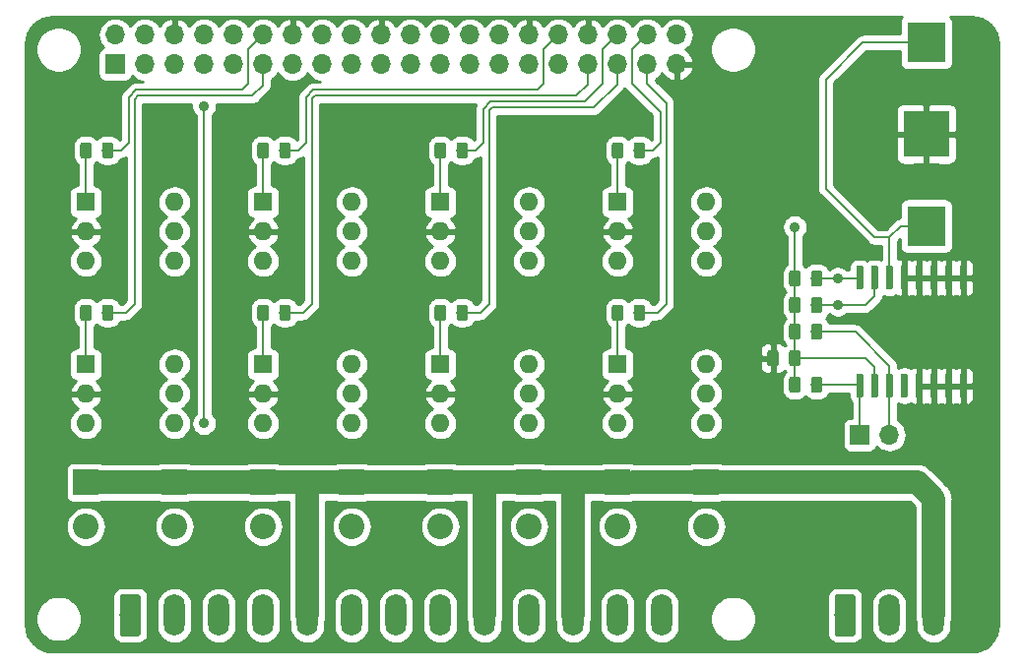
<source format=gtl>
G04 #@! TF.GenerationSoftware,KiCad,Pcbnew,5.1.2-f72e74a~84~ubuntu19.04.1*
G04 #@! TF.CreationDate,2019-06-29T23:09:38+02:00*
G04 #@! TF.ProjectId,switch-control-hat,73776974-6368-42d6-936f-6e74726f6c2d,rev?*
G04 #@! TF.SameCoordinates,Original*
G04 #@! TF.FileFunction,Copper,L1,Top*
G04 #@! TF.FilePolarity,Positive*
%FSLAX46Y46*%
G04 Gerber Fmt 4.6, Leading zero omitted, Abs format (unit mm)*
G04 Created by KiCad (PCBNEW 5.1.2-f72e74a~84~ubuntu19.04.1) date 2019-06-29 23:09:38*
%MOMM*%
%LPD*%
G04 APERTURE LIST*
%ADD10O,1.800000X3.600000*%
%ADD11C,0.100000*%
%ADD12C,1.800000*%
%ADD13R,2.200000X2.200000*%
%ADD14O,2.200000X2.200000*%
%ADD15C,0.600000*%
%ADD16R,4.000000X4.000000*%
%ADD17R,3.300000X3.500000*%
%ADD18C,0.975000*%
%ADD19O,1.700000X1.700000*%
%ADD20R,1.700000X1.700000*%
%ADD21R,1.600000X1.600000*%
%ADD22O,1.600000X1.600000*%
%ADD23C,0.900000*%
%ADD24C,0.200000*%
%ADD25C,2.000000*%
%ADD26C,0.254000*%
G04 APERTURE END LIST*
D10*
X278740000Y-146190000D03*
X274930000Y-146190000D03*
D11*
G36*
X271794504Y-144391204D02*
G01*
X271818773Y-144394804D01*
X271842571Y-144400765D01*
X271865671Y-144409030D01*
X271887849Y-144419520D01*
X271908893Y-144432133D01*
X271928598Y-144446747D01*
X271946777Y-144463223D01*
X271963253Y-144481402D01*
X271977867Y-144501107D01*
X271990480Y-144522151D01*
X272000970Y-144544329D01*
X272009235Y-144567429D01*
X272015196Y-144591227D01*
X272018796Y-144615496D01*
X272020000Y-144640000D01*
X272020000Y-147740000D01*
X272018796Y-147764504D01*
X272015196Y-147788773D01*
X272009235Y-147812571D01*
X272000970Y-147835671D01*
X271990480Y-147857849D01*
X271977867Y-147878893D01*
X271963253Y-147898598D01*
X271946777Y-147916777D01*
X271928598Y-147933253D01*
X271908893Y-147947867D01*
X271887849Y-147960480D01*
X271865671Y-147970970D01*
X271842571Y-147979235D01*
X271818773Y-147985196D01*
X271794504Y-147988796D01*
X271770000Y-147990000D01*
X270470000Y-147990000D01*
X270445496Y-147988796D01*
X270421227Y-147985196D01*
X270397429Y-147979235D01*
X270374329Y-147970970D01*
X270352151Y-147960480D01*
X270331107Y-147947867D01*
X270311402Y-147933253D01*
X270293223Y-147916777D01*
X270276747Y-147898598D01*
X270262133Y-147878893D01*
X270249520Y-147857849D01*
X270239030Y-147835671D01*
X270230765Y-147812571D01*
X270224804Y-147788773D01*
X270221204Y-147764504D01*
X270220000Y-147740000D01*
X270220000Y-144640000D01*
X270221204Y-144615496D01*
X270224804Y-144591227D01*
X270230765Y-144567429D01*
X270239030Y-144544329D01*
X270249520Y-144522151D01*
X270262133Y-144501107D01*
X270276747Y-144481402D01*
X270293223Y-144463223D01*
X270311402Y-144446747D01*
X270331107Y-144432133D01*
X270352151Y-144419520D01*
X270374329Y-144409030D01*
X270397429Y-144400765D01*
X270421227Y-144394804D01*
X270445496Y-144391204D01*
X270470000Y-144390000D01*
X271770000Y-144390000D01*
X271794504Y-144391204D01*
X271794504Y-144391204D01*
G37*
D12*
X271120000Y-146190000D03*
D11*
G36*
X210326504Y-144391204D02*
G01*
X210350773Y-144394804D01*
X210374571Y-144400765D01*
X210397671Y-144409030D01*
X210419849Y-144419520D01*
X210440893Y-144432133D01*
X210460598Y-144446747D01*
X210478777Y-144463223D01*
X210495253Y-144481402D01*
X210509867Y-144501107D01*
X210522480Y-144522151D01*
X210532970Y-144544329D01*
X210541235Y-144567429D01*
X210547196Y-144591227D01*
X210550796Y-144615496D01*
X210552000Y-144640000D01*
X210552000Y-147740000D01*
X210550796Y-147764504D01*
X210547196Y-147788773D01*
X210541235Y-147812571D01*
X210532970Y-147835671D01*
X210522480Y-147857849D01*
X210509867Y-147878893D01*
X210495253Y-147898598D01*
X210478777Y-147916777D01*
X210460598Y-147933253D01*
X210440893Y-147947867D01*
X210419849Y-147960480D01*
X210397671Y-147970970D01*
X210374571Y-147979235D01*
X210350773Y-147985196D01*
X210326504Y-147988796D01*
X210302000Y-147990000D01*
X209002000Y-147990000D01*
X208977496Y-147988796D01*
X208953227Y-147985196D01*
X208929429Y-147979235D01*
X208906329Y-147970970D01*
X208884151Y-147960480D01*
X208863107Y-147947867D01*
X208843402Y-147933253D01*
X208825223Y-147916777D01*
X208808747Y-147898598D01*
X208794133Y-147878893D01*
X208781520Y-147857849D01*
X208771030Y-147835671D01*
X208762765Y-147812571D01*
X208756804Y-147788773D01*
X208753204Y-147764504D01*
X208752000Y-147740000D01*
X208752000Y-144640000D01*
X208753204Y-144615496D01*
X208756804Y-144591227D01*
X208762765Y-144567429D01*
X208771030Y-144544329D01*
X208781520Y-144522151D01*
X208794133Y-144501107D01*
X208808747Y-144481402D01*
X208825223Y-144463223D01*
X208843402Y-144446747D01*
X208863107Y-144432133D01*
X208884151Y-144419520D01*
X208906329Y-144409030D01*
X208929429Y-144400765D01*
X208953227Y-144394804D01*
X208977496Y-144391204D01*
X209002000Y-144390000D01*
X210302000Y-144390000D01*
X210326504Y-144391204D01*
X210326504Y-144391204D01*
G37*
D12*
X209652000Y-146190000D03*
D10*
X213462000Y-146190000D03*
X217272000Y-146190000D03*
X221082000Y-146190000D03*
X224892000Y-146190000D03*
X228702000Y-146190000D03*
X232512000Y-146190000D03*
X236322000Y-146190000D03*
X240132000Y-146190000D03*
X243942000Y-146190000D03*
X247752000Y-146190000D03*
X251562000Y-146190000D03*
X255372000Y-146190000D03*
D13*
X213462000Y-134760000D03*
D14*
X213462000Y-138570000D03*
X259182000Y-138570000D03*
D13*
X259182000Y-134760000D03*
D11*
G36*
X272554703Y-116107722D02*
G01*
X272569264Y-116109882D01*
X272583543Y-116113459D01*
X272597403Y-116118418D01*
X272610710Y-116124712D01*
X272623336Y-116132280D01*
X272635159Y-116141048D01*
X272646066Y-116150934D01*
X272655952Y-116161841D01*
X272664720Y-116173664D01*
X272672288Y-116186290D01*
X272678582Y-116199597D01*
X272683541Y-116213457D01*
X272687118Y-116227736D01*
X272689278Y-116242297D01*
X272690000Y-116257000D01*
X272690000Y-118007000D01*
X272689278Y-118021703D01*
X272687118Y-118036264D01*
X272683541Y-118050543D01*
X272678582Y-118064403D01*
X272672288Y-118077710D01*
X272664720Y-118090336D01*
X272655952Y-118102159D01*
X272646066Y-118113066D01*
X272635159Y-118122952D01*
X272623336Y-118131720D01*
X272610710Y-118139288D01*
X272597403Y-118145582D01*
X272583543Y-118150541D01*
X272569264Y-118154118D01*
X272554703Y-118156278D01*
X272540000Y-118157000D01*
X272240000Y-118157000D01*
X272225297Y-118156278D01*
X272210736Y-118154118D01*
X272196457Y-118150541D01*
X272182597Y-118145582D01*
X272169290Y-118139288D01*
X272156664Y-118131720D01*
X272144841Y-118122952D01*
X272133934Y-118113066D01*
X272124048Y-118102159D01*
X272115280Y-118090336D01*
X272107712Y-118077710D01*
X272101418Y-118064403D01*
X272096459Y-118050543D01*
X272092882Y-118036264D01*
X272090722Y-118021703D01*
X272090000Y-118007000D01*
X272090000Y-116257000D01*
X272090722Y-116242297D01*
X272092882Y-116227736D01*
X272096459Y-116213457D01*
X272101418Y-116199597D01*
X272107712Y-116186290D01*
X272115280Y-116173664D01*
X272124048Y-116161841D01*
X272133934Y-116150934D01*
X272144841Y-116141048D01*
X272156664Y-116132280D01*
X272169290Y-116124712D01*
X272182597Y-116118418D01*
X272196457Y-116113459D01*
X272210736Y-116109882D01*
X272225297Y-116107722D01*
X272240000Y-116107000D01*
X272540000Y-116107000D01*
X272554703Y-116107722D01*
X272554703Y-116107722D01*
G37*
D15*
X272390000Y-117132000D03*
D11*
G36*
X273824703Y-116107722D02*
G01*
X273839264Y-116109882D01*
X273853543Y-116113459D01*
X273867403Y-116118418D01*
X273880710Y-116124712D01*
X273893336Y-116132280D01*
X273905159Y-116141048D01*
X273916066Y-116150934D01*
X273925952Y-116161841D01*
X273934720Y-116173664D01*
X273942288Y-116186290D01*
X273948582Y-116199597D01*
X273953541Y-116213457D01*
X273957118Y-116227736D01*
X273959278Y-116242297D01*
X273960000Y-116257000D01*
X273960000Y-118007000D01*
X273959278Y-118021703D01*
X273957118Y-118036264D01*
X273953541Y-118050543D01*
X273948582Y-118064403D01*
X273942288Y-118077710D01*
X273934720Y-118090336D01*
X273925952Y-118102159D01*
X273916066Y-118113066D01*
X273905159Y-118122952D01*
X273893336Y-118131720D01*
X273880710Y-118139288D01*
X273867403Y-118145582D01*
X273853543Y-118150541D01*
X273839264Y-118154118D01*
X273824703Y-118156278D01*
X273810000Y-118157000D01*
X273510000Y-118157000D01*
X273495297Y-118156278D01*
X273480736Y-118154118D01*
X273466457Y-118150541D01*
X273452597Y-118145582D01*
X273439290Y-118139288D01*
X273426664Y-118131720D01*
X273414841Y-118122952D01*
X273403934Y-118113066D01*
X273394048Y-118102159D01*
X273385280Y-118090336D01*
X273377712Y-118077710D01*
X273371418Y-118064403D01*
X273366459Y-118050543D01*
X273362882Y-118036264D01*
X273360722Y-118021703D01*
X273360000Y-118007000D01*
X273360000Y-116257000D01*
X273360722Y-116242297D01*
X273362882Y-116227736D01*
X273366459Y-116213457D01*
X273371418Y-116199597D01*
X273377712Y-116186290D01*
X273385280Y-116173664D01*
X273394048Y-116161841D01*
X273403934Y-116150934D01*
X273414841Y-116141048D01*
X273426664Y-116132280D01*
X273439290Y-116124712D01*
X273452597Y-116118418D01*
X273466457Y-116113459D01*
X273480736Y-116109882D01*
X273495297Y-116107722D01*
X273510000Y-116107000D01*
X273810000Y-116107000D01*
X273824703Y-116107722D01*
X273824703Y-116107722D01*
G37*
D15*
X273660000Y-117132000D03*
D11*
G36*
X275094703Y-116107722D02*
G01*
X275109264Y-116109882D01*
X275123543Y-116113459D01*
X275137403Y-116118418D01*
X275150710Y-116124712D01*
X275163336Y-116132280D01*
X275175159Y-116141048D01*
X275186066Y-116150934D01*
X275195952Y-116161841D01*
X275204720Y-116173664D01*
X275212288Y-116186290D01*
X275218582Y-116199597D01*
X275223541Y-116213457D01*
X275227118Y-116227736D01*
X275229278Y-116242297D01*
X275230000Y-116257000D01*
X275230000Y-118007000D01*
X275229278Y-118021703D01*
X275227118Y-118036264D01*
X275223541Y-118050543D01*
X275218582Y-118064403D01*
X275212288Y-118077710D01*
X275204720Y-118090336D01*
X275195952Y-118102159D01*
X275186066Y-118113066D01*
X275175159Y-118122952D01*
X275163336Y-118131720D01*
X275150710Y-118139288D01*
X275137403Y-118145582D01*
X275123543Y-118150541D01*
X275109264Y-118154118D01*
X275094703Y-118156278D01*
X275080000Y-118157000D01*
X274780000Y-118157000D01*
X274765297Y-118156278D01*
X274750736Y-118154118D01*
X274736457Y-118150541D01*
X274722597Y-118145582D01*
X274709290Y-118139288D01*
X274696664Y-118131720D01*
X274684841Y-118122952D01*
X274673934Y-118113066D01*
X274664048Y-118102159D01*
X274655280Y-118090336D01*
X274647712Y-118077710D01*
X274641418Y-118064403D01*
X274636459Y-118050543D01*
X274632882Y-118036264D01*
X274630722Y-118021703D01*
X274630000Y-118007000D01*
X274630000Y-116257000D01*
X274630722Y-116242297D01*
X274632882Y-116227736D01*
X274636459Y-116213457D01*
X274641418Y-116199597D01*
X274647712Y-116186290D01*
X274655280Y-116173664D01*
X274664048Y-116161841D01*
X274673934Y-116150934D01*
X274684841Y-116141048D01*
X274696664Y-116132280D01*
X274709290Y-116124712D01*
X274722597Y-116118418D01*
X274736457Y-116113459D01*
X274750736Y-116109882D01*
X274765297Y-116107722D01*
X274780000Y-116107000D01*
X275080000Y-116107000D01*
X275094703Y-116107722D01*
X275094703Y-116107722D01*
G37*
D15*
X274930000Y-117132000D03*
D11*
G36*
X276364703Y-116107722D02*
G01*
X276379264Y-116109882D01*
X276393543Y-116113459D01*
X276407403Y-116118418D01*
X276420710Y-116124712D01*
X276433336Y-116132280D01*
X276445159Y-116141048D01*
X276456066Y-116150934D01*
X276465952Y-116161841D01*
X276474720Y-116173664D01*
X276482288Y-116186290D01*
X276488582Y-116199597D01*
X276493541Y-116213457D01*
X276497118Y-116227736D01*
X276499278Y-116242297D01*
X276500000Y-116257000D01*
X276500000Y-118007000D01*
X276499278Y-118021703D01*
X276497118Y-118036264D01*
X276493541Y-118050543D01*
X276488582Y-118064403D01*
X276482288Y-118077710D01*
X276474720Y-118090336D01*
X276465952Y-118102159D01*
X276456066Y-118113066D01*
X276445159Y-118122952D01*
X276433336Y-118131720D01*
X276420710Y-118139288D01*
X276407403Y-118145582D01*
X276393543Y-118150541D01*
X276379264Y-118154118D01*
X276364703Y-118156278D01*
X276350000Y-118157000D01*
X276050000Y-118157000D01*
X276035297Y-118156278D01*
X276020736Y-118154118D01*
X276006457Y-118150541D01*
X275992597Y-118145582D01*
X275979290Y-118139288D01*
X275966664Y-118131720D01*
X275954841Y-118122952D01*
X275943934Y-118113066D01*
X275934048Y-118102159D01*
X275925280Y-118090336D01*
X275917712Y-118077710D01*
X275911418Y-118064403D01*
X275906459Y-118050543D01*
X275902882Y-118036264D01*
X275900722Y-118021703D01*
X275900000Y-118007000D01*
X275900000Y-116257000D01*
X275900722Y-116242297D01*
X275902882Y-116227736D01*
X275906459Y-116213457D01*
X275911418Y-116199597D01*
X275917712Y-116186290D01*
X275925280Y-116173664D01*
X275934048Y-116161841D01*
X275943934Y-116150934D01*
X275954841Y-116141048D01*
X275966664Y-116132280D01*
X275979290Y-116124712D01*
X275992597Y-116118418D01*
X276006457Y-116113459D01*
X276020736Y-116109882D01*
X276035297Y-116107722D01*
X276050000Y-116107000D01*
X276350000Y-116107000D01*
X276364703Y-116107722D01*
X276364703Y-116107722D01*
G37*
D15*
X276200000Y-117132000D03*
D11*
G36*
X277634703Y-116107722D02*
G01*
X277649264Y-116109882D01*
X277663543Y-116113459D01*
X277677403Y-116118418D01*
X277690710Y-116124712D01*
X277703336Y-116132280D01*
X277715159Y-116141048D01*
X277726066Y-116150934D01*
X277735952Y-116161841D01*
X277744720Y-116173664D01*
X277752288Y-116186290D01*
X277758582Y-116199597D01*
X277763541Y-116213457D01*
X277767118Y-116227736D01*
X277769278Y-116242297D01*
X277770000Y-116257000D01*
X277770000Y-118007000D01*
X277769278Y-118021703D01*
X277767118Y-118036264D01*
X277763541Y-118050543D01*
X277758582Y-118064403D01*
X277752288Y-118077710D01*
X277744720Y-118090336D01*
X277735952Y-118102159D01*
X277726066Y-118113066D01*
X277715159Y-118122952D01*
X277703336Y-118131720D01*
X277690710Y-118139288D01*
X277677403Y-118145582D01*
X277663543Y-118150541D01*
X277649264Y-118154118D01*
X277634703Y-118156278D01*
X277620000Y-118157000D01*
X277320000Y-118157000D01*
X277305297Y-118156278D01*
X277290736Y-118154118D01*
X277276457Y-118150541D01*
X277262597Y-118145582D01*
X277249290Y-118139288D01*
X277236664Y-118131720D01*
X277224841Y-118122952D01*
X277213934Y-118113066D01*
X277204048Y-118102159D01*
X277195280Y-118090336D01*
X277187712Y-118077710D01*
X277181418Y-118064403D01*
X277176459Y-118050543D01*
X277172882Y-118036264D01*
X277170722Y-118021703D01*
X277170000Y-118007000D01*
X277170000Y-116257000D01*
X277170722Y-116242297D01*
X277172882Y-116227736D01*
X277176459Y-116213457D01*
X277181418Y-116199597D01*
X277187712Y-116186290D01*
X277195280Y-116173664D01*
X277204048Y-116161841D01*
X277213934Y-116150934D01*
X277224841Y-116141048D01*
X277236664Y-116132280D01*
X277249290Y-116124712D01*
X277262597Y-116118418D01*
X277276457Y-116113459D01*
X277290736Y-116109882D01*
X277305297Y-116107722D01*
X277320000Y-116107000D01*
X277620000Y-116107000D01*
X277634703Y-116107722D01*
X277634703Y-116107722D01*
G37*
D15*
X277470000Y-117132000D03*
D11*
G36*
X278904703Y-116107722D02*
G01*
X278919264Y-116109882D01*
X278933543Y-116113459D01*
X278947403Y-116118418D01*
X278960710Y-116124712D01*
X278973336Y-116132280D01*
X278985159Y-116141048D01*
X278996066Y-116150934D01*
X279005952Y-116161841D01*
X279014720Y-116173664D01*
X279022288Y-116186290D01*
X279028582Y-116199597D01*
X279033541Y-116213457D01*
X279037118Y-116227736D01*
X279039278Y-116242297D01*
X279040000Y-116257000D01*
X279040000Y-118007000D01*
X279039278Y-118021703D01*
X279037118Y-118036264D01*
X279033541Y-118050543D01*
X279028582Y-118064403D01*
X279022288Y-118077710D01*
X279014720Y-118090336D01*
X279005952Y-118102159D01*
X278996066Y-118113066D01*
X278985159Y-118122952D01*
X278973336Y-118131720D01*
X278960710Y-118139288D01*
X278947403Y-118145582D01*
X278933543Y-118150541D01*
X278919264Y-118154118D01*
X278904703Y-118156278D01*
X278890000Y-118157000D01*
X278590000Y-118157000D01*
X278575297Y-118156278D01*
X278560736Y-118154118D01*
X278546457Y-118150541D01*
X278532597Y-118145582D01*
X278519290Y-118139288D01*
X278506664Y-118131720D01*
X278494841Y-118122952D01*
X278483934Y-118113066D01*
X278474048Y-118102159D01*
X278465280Y-118090336D01*
X278457712Y-118077710D01*
X278451418Y-118064403D01*
X278446459Y-118050543D01*
X278442882Y-118036264D01*
X278440722Y-118021703D01*
X278440000Y-118007000D01*
X278440000Y-116257000D01*
X278440722Y-116242297D01*
X278442882Y-116227736D01*
X278446459Y-116213457D01*
X278451418Y-116199597D01*
X278457712Y-116186290D01*
X278465280Y-116173664D01*
X278474048Y-116161841D01*
X278483934Y-116150934D01*
X278494841Y-116141048D01*
X278506664Y-116132280D01*
X278519290Y-116124712D01*
X278532597Y-116118418D01*
X278546457Y-116113459D01*
X278560736Y-116109882D01*
X278575297Y-116107722D01*
X278590000Y-116107000D01*
X278890000Y-116107000D01*
X278904703Y-116107722D01*
X278904703Y-116107722D01*
G37*
D15*
X278740000Y-117132000D03*
D11*
G36*
X280174703Y-116107722D02*
G01*
X280189264Y-116109882D01*
X280203543Y-116113459D01*
X280217403Y-116118418D01*
X280230710Y-116124712D01*
X280243336Y-116132280D01*
X280255159Y-116141048D01*
X280266066Y-116150934D01*
X280275952Y-116161841D01*
X280284720Y-116173664D01*
X280292288Y-116186290D01*
X280298582Y-116199597D01*
X280303541Y-116213457D01*
X280307118Y-116227736D01*
X280309278Y-116242297D01*
X280310000Y-116257000D01*
X280310000Y-118007000D01*
X280309278Y-118021703D01*
X280307118Y-118036264D01*
X280303541Y-118050543D01*
X280298582Y-118064403D01*
X280292288Y-118077710D01*
X280284720Y-118090336D01*
X280275952Y-118102159D01*
X280266066Y-118113066D01*
X280255159Y-118122952D01*
X280243336Y-118131720D01*
X280230710Y-118139288D01*
X280217403Y-118145582D01*
X280203543Y-118150541D01*
X280189264Y-118154118D01*
X280174703Y-118156278D01*
X280160000Y-118157000D01*
X279860000Y-118157000D01*
X279845297Y-118156278D01*
X279830736Y-118154118D01*
X279816457Y-118150541D01*
X279802597Y-118145582D01*
X279789290Y-118139288D01*
X279776664Y-118131720D01*
X279764841Y-118122952D01*
X279753934Y-118113066D01*
X279744048Y-118102159D01*
X279735280Y-118090336D01*
X279727712Y-118077710D01*
X279721418Y-118064403D01*
X279716459Y-118050543D01*
X279712882Y-118036264D01*
X279710722Y-118021703D01*
X279710000Y-118007000D01*
X279710000Y-116257000D01*
X279710722Y-116242297D01*
X279712882Y-116227736D01*
X279716459Y-116213457D01*
X279721418Y-116199597D01*
X279727712Y-116186290D01*
X279735280Y-116173664D01*
X279744048Y-116161841D01*
X279753934Y-116150934D01*
X279764841Y-116141048D01*
X279776664Y-116132280D01*
X279789290Y-116124712D01*
X279802597Y-116118418D01*
X279816457Y-116113459D01*
X279830736Y-116109882D01*
X279845297Y-116107722D01*
X279860000Y-116107000D01*
X280160000Y-116107000D01*
X280174703Y-116107722D01*
X280174703Y-116107722D01*
G37*
D15*
X280010000Y-117132000D03*
D11*
G36*
X281444703Y-116107722D02*
G01*
X281459264Y-116109882D01*
X281473543Y-116113459D01*
X281487403Y-116118418D01*
X281500710Y-116124712D01*
X281513336Y-116132280D01*
X281525159Y-116141048D01*
X281536066Y-116150934D01*
X281545952Y-116161841D01*
X281554720Y-116173664D01*
X281562288Y-116186290D01*
X281568582Y-116199597D01*
X281573541Y-116213457D01*
X281577118Y-116227736D01*
X281579278Y-116242297D01*
X281580000Y-116257000D01*
X281580000Y-118007000D01*
X281579278Y-118021703D01*
X281577118Y-118036264D01*
X281573541Y-118050543D01*
X281568582Y-118064403D01*
X281562288Y-118077710D01*
X281554720Y-118090336D01*
X281545952Y-118102159D01*
X281536066Y-118113066D01*
X281525159Y-118122952D01*
X281513336Y-118131720D01*
X281500710Y-118139288D01*
X281487403Y-118145582D01*
X281473543Y-118150541D01*
X281459264Y-118154118D01*
X281444703Y-118156278D01*
X281430000Y-118157000D01*
X281130000Y-118157000D01*
X281115297Y-118156278D01*
X281100736Y-118154118D01*
X281086457Y-118150541D01*
X281072597Y-118145582D01*
X281059290Y-118139288D01*
X281046664Y-118131720D01*
X281034841Y-118122952D01*
X281023934Y-118113066D01*
X281014048Y-118102159D01*
X281005280Y-118090336D01*
X280997712Y-118077710D01*
X280991418Y-118064403D01*
X280986459Y-118050543D01*
X280982882Y-118036264D01*
X280980722Y-118021703D01*
X280980000Y-118007000D01*
X280980000Y-116257000D01*
X280980722Y-116242297D01*
X280982882Y-116227736D01*
X280986459Y-116213457D01*
X280991418Y-116199597D01*
X280997712Y-116186290D01*
X281005280Y-116173664D01*
X281014048Y-116161841D01*
X281023934Y-116150934D01*
X281034841Y-116141048D01*
X281046664Y-116132280D01*
X281059290Y-116124712D01*
X281072597Y-116118418D01*
X281086457Y-116113459D01*
X281100736Y-116109882D01*
X281115297Y-116107722D01*
X281130000Y-116107000D01*
X281430000Y-116107000D01*
X281444703Y-116107722D01*
X281444703Y-116107722D01*
G37*
D15*
X281280000Y-117132000D03*
D11*
G36*
X281444703Y-125407722D02*
G01*
X281459264Y-125409882D01*
X281473543Y-125413459D01*
X281487403Y-125418418D01*
X281500710Y-125424712D01*
X281513336Y-125432280D01*
X281525159Y-125441048D01*
X281536066Y-125450934D01*
X281545952Y-125461841D01*
X281554720Y-125473664D01*
X281562288Y-125486290D01*
X281568582Y-125499597D01*
X281573541Y-125513457D01*
X281577118Y-125527736D01*
X281579278Y-125542297D01*
X281580000Y-125557000D01*
X281580000Y-127307000D01*
X281579278Y-127321703D01*
X281577118Y-127336264D01*
X281573541Y-127350543D01*
X281568582Y-127364403D01*
X281562288Y-127377710D01*
X281554720Y-127390336D01*
X281545952Y-127402159D01*
X281536066Y-127413066D01*
X281525159Y-127422952D01*
X281513336Y-127431720D01*
X281500710Y-127439288D01*
X281487403Y-127445582D01*
X281473543Y-127450541D01*
X281459264Y-127454118D01*
X281444703Y-127456278D01*
X281430000Y-127457000D01*
X281130000Y-127457000D01*
X281115297Y-127456278D01*
X281100736Y-127454118D01*
X281086457Y-127450541D01*
X281072597Y-127445582D01*
X281059290Y-127439288D01*
X281046664Y-127431720D01*
X281034841Y-127422952D01*
X281023934Y-127413066D01*
X281014048Y-127402159D01*
X281005280Y-127390336D01*
X280997712Y-127377710D01*
X280991418Y-127364403D01*
X280986459Y-127350543D01*
X280982882Y-127336264D01*
X280980722Y-127321703D01*
X280980000Y-127307000D01*
X280980000Y-125557000D01*
X280980722Y-125542297D01*
X280982882Y-125527736D01*
X280986459Y-125513457D01*
X280991418Y-125499597D01*
X280997712Y-125486290D01*
X281005280Y-125473664D01*
X281014048Y-125461841D01*
X281023934Y-125450934D01*
X281034841Y-125441048D01*
X281046664Y-125432280D01*
X281059290Y-125424712D01*
X281072597Y-125418418D01*
X281086457Y-125413459D01*
X281100736Y-125409882D01*
X281115297Y-125407722D01*
X281130000Y-125407000D01*
X281430000Y-125407000D01*
X281444703Y-125407722D01*
X281444703Y-125407722D01*
G37*
D15*
X281280000Y-126432000D03*
D11*
G36*
X280174703Y-125407722D02*
G01*
X280189264Y-125409882D01*
X280203543Y-125413459D01*
X280217403Y-125418418D01*
X280230710Y-125424712D01*
X280243336Y-125432280D01*
X280255159Y-125441048D01*
X280266066Y-125450934D01*
X280275952Y-125461841D01*
X280284720Y-125473664D01*
X280292288Y-125486290D01*
X280298582Y-125499597D01*
X280303541Y-125513457D01*
X280307118Y-125527736D01*
X280309278Y-125542297D01*
X280310000Y-125557000D01*
X280310000Y-127307000D01*
X280309278Y-127321703D01*
X280307118Y-127336264D01*
X280303541Y-127350543D01*
X280298582Y-127364403D01*
X280292288Y-127377710D01*
X280284720Y-127390336D01*
X280275952Y-127402159D01*
X280266066Y-127413066D01*
X280255159Y-127422952D01*
X280243336Y-127431720D01*
X280230710Y-127439288D01*
X280217403Y-127445582D01*
X280203543Y-127450541D01*
X280189264Y-127454118D01*
X280174703Y-127456278D01*
X280160000Y-127457000D01*
X279860000Y-127457000D01*
X279845297Y-127456278D01*
X279830736Y-127454118D01*
X279816457Y-127450541D01*
X279802597Y-127445582D01*
X279789290Y-127439288D01*
X279776664Y-127431720D01*
X279764841Y-127422952D01*
X279753934Y-127413066D01*
X279744048Y-127402159D01*
X279735280Y-127390336D01*
X279727712Y-127377710D01*
X279721418Y-127364403D01*
X279716459Y-127350543D01*
X279712882Y-127336264D01*
X279710722Y-127321703D01*
X279710000Y-127307000D01*
X279710000Y-125557000D01*
X279710722Y-125542297D01*
X279712882Y-125527736D01*
X279716459Y-125513457D01*
X279721418Y-125499597D01*
X279727712Y-125486290D01*
X279735280Y-125473664D01*
X279744048Y-125461841D01*
X279753934Y-125450934D01*
X279764841Y-125441048D01*
X279776664Y-125432280D01*
X279789290Y-125424712D01*
X279802597Y-125418418D01*
X279816457Y-125413459D01*
X279830736Y-125409882D01*
X279845297Y-125407722D01*
X279860000Y-125407000D01*
X280160000Y-125407000D01*
X280174703Y-125407722D01*
X280174703Y-125407722D01*
G37*
D15*
X280010000Y-126432000D03*
D11*
G36*
X278904703Y-125407722D02*
G01*
X278919264Y-125409882D01*
X278933543Y-125413459D01*
X278947403Y-125418418D01*
X278960710Y-125424712D01*
X278973336Y-125432280D01*
X278985159Y-125441048D01*
X278996066Y-125450934D01*
X279005952Y-125461841D01*
X279014720Y-125473664D01*
X279022288Y-125486290D01*
X279028582Y-125499597D01*
X279033541Y-125513457D01*
X279037118Y-125527736D01*
X279039278Y-125542297D01*
X279040000Y-125557000D01*
X279040000Y-127307000D01*
X279039278Y-127321703D01*
X279037118Y-127336264D01*
X279033541Y-127350543D01*
X279028582Y-127364403D01*
X279022288Y-127377710D01*
X279014720Y-127390336D01*
X279005952Y-127402159D01*
X278996066Y-127413066D01*
X278985159Y-127422952D01*
X278973336Y-127431720D01*
X278960710Y-127439288D01*
X278947403Y-127445582D01*
X278933543Y-127450541D01*
X278919264Y-127454118D01*
X278904703Y-127456278D01*
X278890000Y-127457000D01*
X278590000Y-127457000D01*
X278575297Y-127456278D01*
X278560736Y-127454118D01*
X278546457Y-127450541D01*
X278532597Y-127445582D01*
X278519290Y-127439288D01*
X278506664Y-127431720D01*
X278494841Y-127422952D01*
X278483934Y-127413066D01*
X278474048Y-127402159D01*
X278465280Y-127390336D01*
X278457712Y-127377710D01*
X278451418Y-127364403D01*
X278446459Y-127350543D01*
X278442882Y-127336264D01*
X278440722Y-127321703D01*
X278440000Y-127307000D01*
X278440000Y-125557000D01*
X278440722Y-125542297D01*
X278442882Y-125527736D01*
X278446459Y-125513457D01*
X278451418Y-125499597D01*
X278457712Y-125486290D01*
X278465280Y-125473664D01*
X278474048Y-125461841D01*
X278483934Y-125450934D01*
X278494841Y-125441048D01*
X278506664Y-125432280D01*
X278519290Y-125424712D01*
X278532597Y-125418418D01*
X278546457Y-125413459D01*
X278560736Y-125409882D01*
X278575297Y-125407722D01*
X278590000Y-125407000D01*
X278890000Y-125407000D01*
X278904703Y-125407722D01*
X278904703Y-125407722D01*
G37*
D15*
X278740000Y-126432000D03*
D11*
G36*
X277634703Y-125407722D02*
G01*
X277649264Y-125409882D01*
X277663543Y-125413459D01*
X277677403Y-125418418D01*
X277690710Y-125424712D01*
X277703336Y-125432280D01*
X277715159Y-125441048D01*
X277726066Y-125450934D01*
X277735952Y-125461841D01*
X277744720Y-125473664D01*
X277752288Y-125486290D01*
X277758582Y-125499597D01*
X277763541Y-125513457D01*
X277767118Y-125527736D01*
X277769278Y-125542297D01*
X277770000Y-125557000D01*
X277770000Y-127307000D01*
X277769278Y-127321703D01*
X277767118Y-127336264D01*
X277763541Y-127350543D01*
X277758582Y-127364403D01*
X277752288Y-127377710D01*
X277744720Y-127390336D01*
X277735952Y-127402159D01*
X277726066Y-127413066D01*
X277715159Y-127422952D01*
X277703336Y-127431720D01*
X277690710Y-127439288D01*
X277677403Y-127445582D01*
X277663543Y-127450541D01*
X277649264Y-127454118D01*
X277634703Y-127456278D01*
X277620000Y-127457000D01*
X277320000Y-127457000D01*
X277305297Y-127456278D01*
X277290736Y-127454118D01*
X277276457Y-127450541D01*
X277262597Y-127445582D01*
X277249290Y-127439288D01*
X277236664Y-127431720D01*
X277224841Y-127422952D01*
X277213934Y-127413066D01*
X277204048Y-127402159D01*
X277195280Y-127390336D01*
X277187712Y-127377710D01*
X277181418Y-127364403D01*
X277176459Y-127350543D01*
X277172882Y-127336264D01*
X277170722Y-127321703D01*
X277170000Y-127307000D01*
X277170000Y-125557000D01*
X277170722Y-125542297D01*
X277172882Y-125527736D01*
X277176459Y-125513457D01*
X277181418Y-125499597D01*
X277187712Y-125486290D01*
X277195280Y-125473664D01*
X277204048Y-125461841D01*
X277213934Y-125450934D01*
X277224841Y-125441048D01*
X277236664Y-125432280D01*
X277249290Y-125424712D01*
X277262597Y-125418418D01*
X277276457Y-125413459D01*
X277290736Y-125409882D01*
X277305297Y-125407722D01*
X277320000Y-125407000D01*
X277620000Y-125407000D01*
X277634703Y-125407722D01*
X277634703Y-125407722D01*
G37*
D15*
X277470000Y-126432000D03*
D11*
G36*
X276364703Y-125407722D02*
G01*
X276379264Y-125409882D01*
X276393543Y-125413459D01*
X276407403Y-125418418D01*
X276420710Y-125424712D01*
X276433336Y-125432280D01*
X276445159Y-125441048D01*
X276456066Y-125450934D01*
X276465952Y-125461841D01*
X276474720Y-125473664D01*
X276482288Y-125486290D01*
X276488582Y-125499597D01*
X276493541Y-125513457D01*
X276497118Y-125527736D01*
X276499278Y-125542297D01*
X276500000Y-125557000D01*
X276500000Y-127307000D01*
X276499278Y-127321703D01*
X276497118Y-127336264D01*
X276493541Y-127350543D01*
X276488582Y-127364403D01*
X276482288Y-127377710D01*
X276474720Y-127390336D01*
X276465952Y-127402159D01*
X276456066Y-127413066D01*
X276445159Y-127422952D01*
X276433336Y-127431720D01*
X276420710Y-127439288D01*
X276407403Y-127445582D01*
X276393543Y-127450541D01*
X276379264Y-127454118D01*
X276364703Y-127456278D01*
X276350000Y-127457000D01*
X276050000Y-127457000D01*
X276035297Y-127456278D01*
X276020736Y-127454118D01*
X276006457Y-127450541D01*
X275992597Y-127445582D01*
X275979290Y-127439288D01*
X275966664Y-127431720D01*
X275954841Y-127422952D01*
X275943934Y-127413066D01*
X275934048Y-127402159D01*
X275925280Y-127390336D01*
X275917712Y-127377710D01*
X275911418Y-127364403D01*
X275906459Y-127350543D01*
X275902882Y-127336264D01*
X275900722Y-127321703D01*
X275900000Y-127307000D01*
X275900000Y-125557000D01*
X275900722Y-125542297D01*
X275902882Y-125527736D01*
X275906459Y-125513457D01*
X275911418Y-125499597D01*
X275917712Y-125486290D01*
X275925280Y-125473664D01*
X275934048Y-125461841D01*
X275943934Y-125450934D01*
X275954841Y-125441048D01*
X275966664Y-125432280D01*
X275979290Y-125424712D01*
X275992597Y-125418418D01*
X276006457Y-125413459D01*
X276020736Y-125409882D01*
X276035297Y-125407722D01*
X276050000Y-125407000D01*
X276350000Y-125407000D01*
X276364703Y-125407722D01*
X276364703Y-125407722D01*
G37*
D15*
X276200000Y-126432000D03*
D11*
G36*
X275094703Y-125407722D02*
G01*
X275109264Y-125409882D01*
X275123543Y-125413459D01*
X275137403Y-125418418D01*
X275150710Y-125424712D01*
X275163336Y-125432280D01*
X275175159Y-125441048D01*
X275186066Y-125450934D01*
X275195952Y-125461841D01*
X275204720Y-125473664D01*
X275212288Y-125486290D01*
X275218582Y-125499597D01*
X275223541Y-125513457D01*
X275227118Y-125527736D01*
X275229278Y-125542297D01*
X275230000Y-125557000D01*
X275230000Y-127307000D01*
X275229278Y-127321703D01*
X275227118Y-127336264D01*
X275223541Y-127350543D01*
X275218582Y-127364403D01*
X275212288Y-127377710D01*
X275204720Y-127390336D01*
X275195952Y-127402159D01*
X275186066Y-127413066D01*
X275175159Y-127422952D01*
X275163336Y-127431720D01*
X275150710Y-127439288D01*
X275137403Y-127445582D01*
X275123543Y-127450541D01*
X275109264Y-127454118D01*
X275094703Y-127456278D01*
X275080000Y-127457000D01*
X274780000Y-127457000D01*
X274765297Y-127456278D01*
X274750736Y-127454118D01*
X274736457Y-127450541D01*
X274722597Y-127445582D01*
X274709290Y-127439288D01*
X274696664Y-127431720D01*
X274684841Y-127422952D01*
X274673934Y-127413066D01*
X274664048Y-127402159D01*
X274655280Y-127390336D01*
X274647712Y-127377710D01*
X274641418Y-127364403D01*
X274636459Y-127350543D01*
X274632882Y-127336264D01*
X274630722Y-127321703D01*
X274630000Y-127307000D01*
X274630000Y-125557000D01*
X274630722Y-125542297D01*
X274632882Y-125527736D01*
X274636459Y-125513457D01*
X274641418Y-125499597D01*
X274647712Y-125486290D01*
X274655280Y-125473664D01*
X274664048Y-125461841D01*
X274673934Y-125450934D01*
X274684841Y-125441048D01*
X274696664Y-125432280D01*
X274709290Y-125424712D01*
X274722597Y-125418418D01*
X274736457Y-125413459D01*
X274750736Y-125409882D01*
X274765297Y-125407722D01*
X274780000Y-125407000D01*
X275080000Y-125407000D01*
X275094703Y-125407722D01*
X275094703Y-125407722D01*
G37*
D15*
X274930000Y-126432000D03*
D11*
G36*
X273824703Y-125407722D02*
G01*
X273839264Y-125409882D01*
X273853543Y-125413459D01*
X273867403Y-125418418D01*
X273880710Y-125424712D01*
X273893336Y-125432280D01*
X273905159Y-125441048D01*
X273916066Y-125450934D01*
X273925952Y-125461841D01*
X273934720Y-125473664D01*
X273942288Y-125486290D01*
X273948582Y-125499597D01*
X273953541Y-125513457D01*
X273957118Y-125527736D01*
X273959278Y-125542297D01*
X273960000Y-125557000D01*
X273960000Y-127307000D01*
X273959278Y-127321703D01*
X273957118Y-127336264D01*
X273953541Y-127350543D01*
X273948582Y-127364403D01*
X273942288Y-127377710D01*
X273934720Y-127390336D01*
X273925952Y-127402159D01*
X273916066Y-127413066D01*
X273905159Y-127422952D01*
X273893336Y-127431720D01*
X273880710Y-127439288D01*
X273867403Y-127445582D01*
X273853543Y-127450541D01*
X273839264Y-127454118D01*
X273824703Y-127456278D01*
X273810000Y-127457000D01*
X273510000Y-127457000D01*
X273495297Y-127456278D01*
X273480736Y-127454118D01*
X273466457Y-127450541D01*
X273452597Y-127445582D01*
X273439290Y-127439288D01*
X273426664Y-127431720D01*
X273414841Y-127422952D01*
X273403934Y-127413066D01*
X273394048Y-127402159D01*
X273385280Y-127390336D01*
X273377712Y-127377710D01*
X273371418Y-127364403D01*
X273366459Y-127350543D01*
X273362882Y-127336264D01*
X273360722Y-127321703D01*
X273360000Y-127307000D01*
X273360000Y-125557000D01*
X273360722Y-125542297D01*
X273362882Y-125527736D01*
X273366459Y-125513457D01*
X273371418Y-125499597D01*
X273377712Y-125486290D01*
X273385280Y-125473664D01*
X273394048Y-125461841D01*
X273403934Y-125450934D01*
X273414841Y-125441048D01*
X273426664Y-125432280D01*
X273439290Y-125424712D01*
X273452597Y-125418418D01*
X273466457Y-125413459D01*
X273480736Y-125409882D01*
X273495297Y-125407722D01*
X273510000Y-125407000D01*
X273810000Y-125407000D01*
X273824703Y-125407722D01*
X273824703Y-125407722D01*
G37*
D15*
X273660000Y-126432000D03*
D11*
G36*
X272554703Y-125407722D02*
G01*
X272569264Y-125409882D01*
X272583543Y-125413459D01*
X272597403Y-125418418D01*
X272610710Y-125424712D01*
X272623336Y-125432280D01*
X272635159Y-125441048D01*
X272646066Y-125450934D01*
X272655952Y-125461841D01*
X272664720Y-125473664D01*
X272672288Y-125486290D01*
X272678582Y-125499597D01*
X272683541Y-125513457D01*
X272687118Y-125527736D01*
X272689278Y-125542297D01*
X272690000Y-125557000D01*
X272690000Y-127307000D01*
X272689278Y-127321703D01*
X272687118Y-127336264D01*
X272683541Y-127350543D01*
X272678582Y-127364403D01*
X272672288Y-127377710D01*
X272664720Y-127390336D01*
X272655952Y-127402159D01*
X272646066Y-127413066D01*
X272635159Y-127422952D01*
X272623336Y-127431720D01*
X272610710Y-127439288D01*
X272597403Y-127445582D01*
X272583543Y-127450541D01*
X272569264Y-127454118D01*
X272554703Y-127456278D01*
X272540000Y-127457000D01*
X272240000Y-127457000D01*
X272225297Y-127456278D01*
X272210736Y-127454118D01*
X272196457Y-127450541D01*
X272182597Y-127445582D01*
X272169290Y-127439288D01*
X272156664Y-127431720D01*
X272144841Y-127422952D01*
X272133934Y-127413066D01*
X272124048Y-127402159D01*
X272115280Y-127390336D01*
X272107712Y-127377710D01*
X272101418Y-127364403D01*
X272096459Y-127350543D01*
X272092882Y-127336264D01*
X272090722Y-127321703D01*
X272090000Y-127307000D01*
X272090000Y-125557000D01*
X272090722Y-125542297D01*
X272092882Y-125527736D01*
X272096459Y-125513457D01*
X272101418Y-125499597D01*
X272107712Y-125486290D01*
X272115280Y-125473664D01*
X272124048Y-125461841D01*
X272133934Y-125450934D01*
X272144841Y-125441048D01*
X272156664Y-125432280D01*
X272169290Y-125424712D01*
X272182597Y-125418418D01*
X272196457Y-125413459D01*
X272210736Y-125409882D01*
X272225297Y-125407722D01*
X272240000Y-125407000D01*
X272540000Y-125407000D01*
X272554703Y-125407722D01*
X272554703Y-125407722D01*
G37*
D15*
X272390000Y-126432000D03*
D16*
X278105000Y-104788000D03*
D17*
X278105000Y-96888000D03*
X278105000Y-112688000D03*
D11*
G36*
X268944642Y-118797174D02*
G01*
X268968303Y-118800684D01*
X268991507Y-118806496D01*
X269014029Y-118814554D01*
X269035653Y-118824782D01*
X269056170Y-118837079D01*
X269075383Y-118851329D01*
X269093107Y-118867393D01*
X269109171Y-118885117D01*
X269123421Y-118904330D01*
X269135718Y-118924847D01*
X269145946Y-118946471D01*
X269154004Y-118968993D01*
X269159816Y-118992197D01*
X269163326Y-119015858D01*
X269164500Y-119039750D01*
X269164500Y-119952250D01*
X269163326Y-119976142D01*
X269159816Y-119999803D01*
X269154004Y-120023007D01*
X269145946Y-120045529D01*
X269135718Y-120067153D01*
X269123421Y-120087670D01*
X269109171Y-120106883D01*
X269093107Y-120124607D01*
X269075383Y-120140671D01*
X269056170Y-120154921D01*
X269035653Y-120167218D01*
X269014029Y-120177446D01*
X268991507Y-120185504D01*
X268968303Y-120191316D01*
X268944642Y-120194826D01*
X268920750Y-120196000D01*
X268433250Y-120196000D01*
X268409358Y-120194826D01*
X268385697Y-120191316D01*
X268362493Y-120185504D01*
X268339971Y-120177446D01*
X268318347Y-120167218D01*
X268297830Y-120154921D01*
X268278617Y-120140671D01*
X268260893Y-120124607D01*
X268244829Y-120106883D01*
X268230579Y-120087670D01*
X268218282Y-120067153D01*
X268208054Y-120045529D01*
X268199996Y-120023007D01*
X268194184Y-119999803D01*
X268190674Y-119976142D01*
X268189500Y-119952250D01*
X268189500Y-119039750D01*
X268190674Y-119015858D01*
X268194184Y-118992197D01*
X268199996Y-118968993D01*
X268208054Y-118946471D01*
X268218282Y-118924847D01*
X268230579Y-118904330D01*
X268244829Y-118885117D01*
X268260893Y-118867393D01*
X268278617Y-118851329D01*
X268297830Y-118837079D01*
X268318347Y-118824782D01*
X268339971Y-118814554D01*
X268362493Y-118806496D01*
X268385697Y-118800684D01*
X268409358Y-118797174D01*
X268433250Y-118796000D01*
X268920750Y-118796000D01*
X268944642Y-118797174D01*
X268944642Y-118797174D01*
G37*
D18*
X268677000Y-119496000D03*
D11*
G36*
X267069642Y-118797174D02*
G01*
X267093303Y-118800684D01*
X267116507Y-118806496D01*
X267139029Y-118814554D01*
X267160653Y-118824782D01*
X267181170Y-118837079D01*
X267200383Y-118851329D01*
X267218107Y-118867393D01*
X267234171Y-118885117D01*
X267248421Y-118904330D01*
X267260718Y-118924847D01*
X267270946Y-118946471D01*
X267279004Y-118968993D01*
X267284816Y-118992197D01*
X267288326Y-119015858D01*
X267289500Y-119039750D01*
X267289500Y-119952250D01*
X267288326Y-119976142D01*
X267284816Y-119999803D01*
X267279004Y-120023007D01*
X267270946Y-120045529D01*
X267260718Y-120067153D01*
X267248421Y-120087670D01*
X267234171Y-120106883D01*
X267218107Y-120124607D01*
X267200383Y-120140671D01*
X267181170Y-120154921D01*
X267160653Y-120167218D01*
X267139029Y-120177446D01*
X267116507Y-120185504D01*
X267093303Y-120191316D01*
X267069642Y-120194826D01*
X267045750Y-120196000D01*
X266558250Y-120196000D01*
X266534358Y-120194826D01*
X266510697Y-120191316D01*
X266487493Y-120185504D01*
X266464971Y-120177446D01*
X266443347Y-120167218D01*
X266422830Y-120154921D01*
X266403617Y-120140671D01*
X266385893Y-120124607D01*
X266369829Y-120106883D01*
X266355579Y-120087670D01*
X266343282Y-120067153D01*
X266333054Y-120045529D01*
X266324996Y-120023007D01*
X266319184Y-119999803D01*
X266315674Y-119976142D01*
X266314500Y-119952250D01*
X266314500Y-119039750D01*
X266315674Y-119015858D01*
X266319184Y-118992197D01*
X266324996Y-118968993D01*
X266333054Y-118946471D01*
X266343282Y-118924847D01*
X266355579Y-118904330D01*
X266369829Y-118885117D01*
X266385893Y-118867393D01*
X266403617Y-118851329D01*
X266422830Y-118837079D01*
X266443347Y-118824782D01*
X266464971Y-118814554D01*
X266487493Y-118806496D01*
X266510697Y-118800684D01*
X266534358Y-118797174D01*
X266558250Y-118796000D01*
X267045750Y-118796000D01*
X267069642Y-118797174D01*
X267069642Y-118797174D01*
G37*
D18*
X266802000Y-119496000D03*
D11*
G36*
X268944642Y-116511174D02*
G01*
X268968303Y-116514684D01*
X268991507Y-116520496D01*
X269014029Y-116528554D01*
X269035653Y-116538782D01*
X269056170Y-116551079D01*
X269075383Y-116565329D01*
X269093107Y-116581393D01*
X269109171Y-116599117D01*
X269123421Y-116618330D01*
X269135718Y-116638847D01*
X269145946Y-116660471D01*
X269154004Y-116682993D01*
X269159816Y-116706197D01*
X269163326Y-116729858D01*
X269164500Y-116753750D01*
X269164500Y-117666250D01*
X269163326Y-117690142D01*
X269159816Y-117713803D01*
X269154004Y-117737007D01*
X269145946Y-117759529D01*
X269135718Y-117781153D01*
X269123421Y-117801670D01*
X269109171Y-117820883D01*
X269093107Y-117838607D01*
X269075383Y-117854671D01*
X269056170Y-117868921D01*
X269035653Y-117881218D01*
X269014029Y-117891446D01*
X268991507Y-117899504D01*
X268968303Y-117905316D01*
X268944642Y-117908826D01*
X268920750Y-117910000D01*
X268433250Y-117910000D01*
X268409358Y-117908826D01*
X268385697Y-117905316D01*
X268362493Y-117899504D01*
X268339971Y-117891446D01*
X268318347Y-117881218D01*
X268297830Y-117868921D01*
X268278617Y-117854671D01*
X268260893Y-117838607D01*
X268244829Y-117820883D01*
X268230579Y-117801670D01*
X268218282Y-117781153D01*
X268208054Y-117759529D01*
X268199996Y-117737007D01*
X268194184Y-117713803D01*
X268190674Y-117690142D01*
X268189500Y-117666250D01*
X268189500Y-116753750D01*
X268190674Y-116729858D01*
X268194184Y-116706197D01*
X268199996Y-116682993D01*
X268208054Y-116660471D01*
X268218282Y-116638847D01*
X268230579Y-116618330D01*
X268244829Y-116599117D01*
X268260893Y-116581393D01*
X268278617Y-116565329D01*
X268297830Y-116551079D01*
X268318347Y-116538782D01*
X268339971Y-116528554D01*
X268362493Y-116520496D01*
X268385697Y-116514684D01*
X268409358Y-116511174D01*
X268433250Y-116510000D01*
X268920750Y-116510000D01*
X268944642Y-116511174D01*
X268944642Y-116511174D01*
G37*
D18*
X268677000Y-117210000D03*
D11*
G36*
X267069642Y-116511174D02*
G01*
X267093303Y-116514684D01*
X267116507Y-116520496D01*
X267139029Y-116528554D01*
X267160653Y-116538782D01*
X267181170Y-116551079D01*
X267200383Y-116565329D01*
X267218107Y-116581393D01*
X267234171Y-116599117D01*
X267248421Y-116618330D01*
X267260718Y-116638847D01*
X267270946Y-116660471D01*
X267279004Y-116682993D01*
X267284816Y-116706197D01*
X267288326Y-116729858D01*
X267289500Y-116753750D01*
X267289500Y-117666250D01*
X267288326Y-117690142D01*
X267284816Y-117713803D01*
X267279004Y-117737007D01*
X267270946Y-117759529D01*
X267260718Y-117781153D01*
X267248421Y-117801670D01*
X267234171Y-117820883D01*
X267218107Y-117838607D01*
X267200383Y-117854671D01*
X267181170Y-117868921D01*
X267160653Y-117881218D01*
X267139029Y-117891446D01*
X267116507Y-117899504D01*
X267093303Y-117905316D01*
X267069642Y-117908826D01*
X267045750Y-117910000D01*
X266558250Y-117910000D01*
X266534358Y-117908826D01*
X266510697Y-117905316D01*
X266487493Y-117899504D01*
X266464971Y-117891446D01*
X266443347Y-117881218D01*
X266422830Y-117868921D01*
X266403617Y-117854671D01*
X266385893Y-117838607D01*
X266369829Y-117820883D01*
X266355579Y-117801670D01*
X266343282Y-117781153D01*
X266333054Y-117759529D01*
X266324996Y-117737007D01*
X266319184Y-117713803D01*
X266315674Y-117690142D01*
X266314500Y-117666250D01*
X266314500Y-116753750D01*
X266315674Y-116729858D01*
X266319184Y-116706197D01*
X266324996Y-116682993D01*
X266333054Y-116660471D01*
X266343282Y-116638847D01*
X266355579Y-116618330D01*
X266369829Y-116599117D01*
X266385893Y-116581393D01*
X266403617Y-116565329D01*
X266422830Y-116551079D01*
X266443347Y-116538782D01*
X266464971Y-116528554D01*
X266487493Y-116520496D01*
X266510697Y-116514684D01*
X266534358Y-116511174D01*
X266558250Y-116510000D01*
X267045750Y-116510000D01*
X267069642Y-116511174D01*
X267069642Y-116511174D01*
G37*
D18*
X266802000Y-117210000D03*
D11*
G36*
X267069642Y-121083174D02*
G01*
X267093303Y-121086684D01*
X267116507Y-121092496D01*
X267139029Y-121100554D01*
X267160653Y-121110782D01*
X267181170Y-121123079D01*
X267200383Y-121137329D01*
X267218107Y-121153393D01*
X267234171Y-121171117D01*
X267248421Y-121190330D01*
X267260718Y-121210847D01*
X267270946Y-121232471D01*
X267279004Y-121254993D01*
X267284816Y-121278197D01*
X267288326Y-121301858D01*
X267289500Y-121325750D01*
X267289500Y-122238250D01*
X267288326Y-122262142D01*
X267284816Y-122285803D01*
X267279004Y-122309007D01*
X267270946Y-122331529D01*
X267260718Y-122353153D01*
X267248421Y-122373670D01*
X267234171Y-122392883D01*
X267218107Y-122410607D01*
X267200383Y-122426671D01*
X267181170Y-122440921D01*
X267160653Y-122453218D01*
X267139029Y-122463446D01*
X267116507Y-122471504D01*
X267093303Y-122477316D01*
X267069642Y-122480826D01*
X267045750Y-122482000D01*
X266558250Y-122482000D01*
X266534358Y-122480826D01*
X266510697Y-122477316D01*
X266487493Y-122471504D01*
X266464971Y-122463446D01*
X266443347Y-122453218D01*
X266422830Y-122440921D01*
X266403617Y-122426671D01*
X266385893Y-122410607D01*
X266369829Y-122392883D01*
X266355579Y-122373670D01*
X266343282Y-122353153D01*
X266333054Y-122331529D01*
X266324996Y-122309007D01*
X266319184Y-122285803D01*
X266315674Y-122262142D01*
X266314500Y-122238250D01*
X266314500Y-121325750D01*
X266315674Y-121301858D01*
X266319184Y-121278197D01*
X266324996Y-121254993D01*
X266333054Y-121232471D01*
X266343282Y-121210847D01*
X266355579Y-121190330D01*
X266369829Y-121171117D01*
X266385893Y-121153393D01*
X266403617Y-121137329D01*
X266422830Y-121123079D01*
X266443347Y-121110782D01*
X266464971Y-121100554D01*
X266487493Y-121092496D01*
X266510697Y-121086684D01*
X266534358Y-121083174D01*
X266558250Y-121082000D01*
X267045750Y-121082000D01*
X267069642Y-121083174D01*
X267069642Y-121083174D01*
G37*
D18*
X266802000Y-121782000D03*
D11*
G36*
X268944642Y-121083174D02*
G01*
X268968303Y-121086684D01*
X268991507Y-121092496D01*
X269014029Y-121100554D01*
X269035653Y-121110782D01*
X269056170Y-121123079D01*
X269075383Y-121137329D01*
X269093107Y-121153393D01*
X269109171Y-121171117D01*
X269123421Y-121190330D01*
X269135718Y-121210847D01*
X269145946Y-121232471D01*
X269154004Y-121254993D01*
X269159816Y-121278197D01*
X269163326Y-121301858D01*
X269164500Y-121325750D01*
X269164500Y-122238250D01*
X269163326Y-122262142D01*
X269159816Y-122285803D01*
X269154004Y-122309007D01*
X269145946Y-122331529D01*
X269135718Y-122353153D01*
X269123421Y-122373670D01*
X269109171Y-122392883D01*
X269093107Y-122410607D01*
X269075383Y-122426671D01*
X269056170Y-122440921D01*
X269035653Y-122453218D01*
X269014029Y-122463446D01*
X268991507Y-122471504D01*
X268968303Y-122477316D01*
X268944642Y-122480826D01*
X268920750Y-122482000D01*
X268433250Y-122482000D01*
X268409358Y-122480826D01*
X268385697Y-122477316D01*
X268362493Y-122471504D01*
X268339971Y-122463446D01*
X268318347Y-122453218D01*
X268297830Y-122440921D01*
X268278617Y-122426671D01*
X268260893Y-122410607D01*
X268244829Y-122392883D01*
X268230579Y-122373670D01*
X268218282Y-122353153D01*
X268208054Y-122331529D01*
X268199996Y-122309007D01*
X268194184Y-122285803D01*
X268190674Y-122262142D01*
X268189500Y-122238250D01*
X268189500Y-121325750D01*
X268190674Y-121301858D01*
X268194184Y-121278197D01*
X268199996Y-121254993D01*
X268208054Y-121232471D01*
X268218282Y-121210847D01*
X268230579Y-121190330D01*
X268244829Y-121171117D01*
X268260893Y-121153393D01*
X268278617Y-121137329D01*
X268297830Y-121123079D01*
X268318347Y-121110782D01*
X268339971Y-121100554D01*
X268362493Y-121092496D01*
X268385697Y-121086684D01*
X268409358Y-121083174D01*
X268433250Y-121082000D01*
X268920750Y-121082000D01*
X268944642Y-121083174D01*
X268944642Y-121083174D01*
G37*
D18*
X268677000Y-121782000D03*
D11*
G36*
X267069642Y-125655174D02*
G01*
X267093303Y-125658684D01*
X267116507Y-125664496D01*
X267139029Y-125672554D01*
X267160653Y-125682782D01*
X267181170Y-125695079D01*
X267200383Y-125709329D01*
X267218107Y-125725393D01*
X267234171Y-125743117D01*
X267248421Y-125762330D01*
X267260718Y-125782847D01*
X267270946Y-125804471D01*
X267279004Y-125826993D01*
X267284816Y-125850197D01*
X267288326Y-125873858D01*
X267289500Y-125897750D01*
X267289500Y-126810250D01*
X267288326Y-126834142D01*
X267284816Y-126857803D01*
X267279004Y-126881007D01*
X267270946Y-126903529D01*
X267260718Y-126925153D01*
X267248421Y-126945670D01*
X267234171Y-126964883D01*
X267218107Y-126982607D01*
X267200383Y-126998671D01*
X267181170Y-127012921D01*
X267160653Y-127025218D01*
X267139029Y-127035446D01*
X267116507Y-127043504D01*
X267093303Y-127049316D01*
X267069642Y-127052826D01*
X267045750Y-127054000D01*
X266558250Y-127054000D01*
X266534358Y-127052826D01*
X266510697Y-127049316D01*
X266487493Y-127043504D01*
X266464971Y-127035446D01*
X266443347Y-127025218D01*
X266422830Y-127012921D01*
X266403617Y-126998671D01*
X266385893Y-126982607D01*
X266369829Y-126964883D01*
X266355579Y-126945670D01*
X266343282Y-126925153D01*
X266333054Y-126903529D01*
X266324996Y-126881007D01*
X266319184Y-126857803D01*
X266315674Y-126834142D01*
X266314500Y-126810250D01*
X266314500Y-125897750D01*
X266315674Y-125873858D01*
X266319184Y-125850197D01*
X266324996Y-125826993D01*
X266333054Y-125804471D01*
X266343282Y-125782847D01*
X266355579Y-125762330D01*
X266369829Y-125743117D01*
X266385893Y-125725393D01*
X266403617Y-125709329D01*
X266422830Y-125695079D01*
X266443347Y-125682782D01*
X266464971Y-125672554D01*
X266487493Y-125664496D01*
X266510697Y-125658684D01*
X266534358Y-125655174D01*
X266558250Y-125654000D01*
X267045750Y-125654000D01*
X267069642Y-125655174D01*
X267069642Y-125655174D01*
G37*
D18*
X266802000Y-126354000D03*
D11*
G36*
X268944642Y-125655174D02*
G01*
X268968303Y-125658684D01*
X268991507Y-125664496D01*
X269014029Y-125672554D01*
X269035653Y-125682782D01*
X269056170Y-125695079D01*
X269075383Y-125709329D01*
X269093107Y-125725393D01*
X269109171Y-125743117D01*
X269123421Y-125762330D01*
X269135718Y-125782847D01*
X269145946Y-125804471D01*
X269154004Y-125826993D01*
X269159816Y-125850197D01*
X269163326Y-125873858D01*
X269164500Y-125897750D01*
X269164500Y-126810250D01*
X269163326Y-126834142D01*
X269159816Y-126857803D01*
X269154004Y-126881007D01*
X269145946Y-126903529D01*
X269135718Y-126925153D01*
X269123421Y-126945670D01*
X269109171Y-126964883D01*
X269093107Y-126982607D01*
X269075383Y-126998671D01*
X269056170Y-127012921D01*
X269035653Y-127025218D01*
X269014029Y-127035446D01*
X268991507Y-127043504D01*
X268968303Y-127049316D01*
X268944642Y-127052826D01*
X268920750Y-127054000D01*
X268433250Y-127054000D01*
X268409358Y-127052826D01*
X268385697Y-127049316D01*
X268362493Y-127043504D01*
X268339971Y-127035446D01*
X268318347Y-127025218D01*
X268297830Y-127012921D01*
X268278617Y-126998671D01*
X268260893Y-126982607D01*
X268244829Y-126964883D01*
X268230579Y-126945670D01*
X268218282Y-126925153D01*
X268208054Y-126903529D01*
X268199996Y-126881007D01*
X268194184Y-126857803D01*
X268190674Y-126834142D01*
X268189500Y-126810250D01*
X268189500Y-125897750D01*
X268190674Y-125873858D01*
X268194184Y-125850197D01*
X268199996Y-125826993D01*
X268208054Y-125804471D01*
X268218282Y-125782847D01*
X268230579Y-125762330D01*
X268244829Y-125743117D01*
X268260893Y-125725393D01*
X268278617Y-125709329D01*
X268297830Y-125695079D01*
X268318347Y-125682782D01*
X268339971Y-125672554D01*
X268362493Y-125664496D01*
X268385697Y-125658684D01*
X268409358Y-125655174D01*
X268433250Y-125654000D01*
X268920750Y-125654000D01*
X268944642Y-125655174D01*
X268944642Y-125655174D01*
G37*
D18*
X268677000Y-126354000D03*
D19*
X274930000Y-130672000D03*
D20*
X272390000Y-130672000D03*
D11*
G36*
X265194642Y-123369174D02*
G01*
X265218303Y-123372684D01*
X265241507Y-123378496D01*
X265264029Y-123386554D01*
X265285653Y-123396782D01*
X265306170Y-123409079D01*
X265325383Y-123423329D01*
X265343107Y-123439393D01*
X265359171Y-123457117D01*
X265373421Y-123476330D01*
X265385718Y-123496847D01*
X265395946Y-123518471D01*
X265404004Y-123540993D01*
X265409816Y-123564197D01*
X265413326Y-123587858D01*
X265414500Y-123611750D01*
X265414500Y-124524250D01*
X265413326Y-124548142D01*
X265409816Y-124571803D01*
X265404004Y-124595007D01*
X265395946Y-124617529D01*
X265385718Y-124639153D01*
X265373421Y-124659670D01*
X265359171Y-124678883D01*
X265343107Y-124696607D01*
X265325383Y-124712671D01*
X265306170Y-124726921D01*
X265285653Y-124739218D01*
X265264029Y-124749446D01*
X265241507Y-124757504D01*
X265218303Y-124763316D01*
X265194642Y-124766826D01*
X265170750Y-124768000D01*
X264683250Y-124768000D01*
X264659358Y-124766826D01*
X264635697Y-124763316D01*
X264612493Y-124757504D01*
X264589971Y-124749446D01*
X264568347Y-124739218D01*
X264547830Y-124726921D01*
X264528617Y-124712671D01*
X264510893Y-124696607D01*
X264494829Y-124678883D01*
X264480579Y-124659670D01*
X264468282Y-124639153D01*
X264458054Y-124617529D01*
X264449996Y-124595007D01*
X264444184Y-124571803D01*
X264440674Y-124548142D01*
X264439500Y-124524250D01*
X264439500Y-123611750D01*
X264440674Y-123587858D01*
X264444184Y-123564197D01*
X264449996Y-123540993D01*
X264458054Y-123518471D01*
X264468282Y-123496847D01*
X264480579Y-123476330D01*
X264494829Y-123457117D01*
X264510893Y-123439393D01*
X264528617Y-123423329D01*
X264547830Y-123409079D01*
X264568347Y-123396782D01*
X264589971Y-123386554D01*
X264612493Y-123378496D01*
X264635697Y-123372684D01*
X264659358Y-123369174D01*
X264683250Y-123368000D01*
X265170750Y-123368000D01*
X265194642Y-123369174D01*
X265194642Y-123369174D01*
G37*
D18*
X264927000Y-124068000D03*
D11*
G36*
X267069642Y-123369174D02*
G01*
X267093303Y-123372684D01*
X267116507Y-123378496D01*
X267139029Y-123386554D01*
X267160653Y-123396782D01*
X267181170Y-123409079D01*
X267200383Y-123423329D01*
X267218107Y-123439393D01*
X267234171Y-123457117D01*
X267248421Y-123476330D01*
X267260718Y-123496847D01*
X267270946Y-123518471D01*
X267279004Y-123540993D01*
X267284816Y-123564197D01*
X267288326Y-123587858D01*
X267289500Y-123611750D01*
X267289500Y-124524250D01*
X267288326Y-124548142D01*
X267284816Y-124571803D01*
X267279004Y-124595007D01*
X267270946Y-124617529D01*
X267260718Y-124639153D01*
X267248421Y-124659670D01*
X267234171Y-124678883D01*
X267218107Y-124696607D01*
X267200383Y-124712671D01*
X267181170Y-124726921D01*
X267160653Y-124739218D01*
X267139029Y-124749446D01*
X267116507Y-124757504D01*
X267093303Y-124763316D01*
X267069642Y-124766826D01*
X267045750Y-124768000D01*
X266558250Y-124768000D01*
X266534358Y-124766826D01*
X266510697Y-124763316D01*
X266487493Y-124757504D01*
X266464971Y-124749446D01*
X266443347Y-124739218D01*
X266422830Y-124726921D01*
X266403617Y-124712671D01*
X266385893Y-124696607D01*
X266369829Y-124678883D01*
X266355579Y-124659670D01*
X266343282Y-124639153D01*
X266333054Y-124617529D01*
X266324996Y-124595007D01*
X266319184Y-124571803D01*
X266315674Y-124548142D01*
X266314500Y-124524250D01*
X266314500Y-123611750D01*
X266315674Y-123587858D01*
X266319184Y-123564197D01*
X266324996Y-123540993D01*
X266333054Y-123518471D01*
X266343282Y-123496847D01*
X266355579Y-123476330D01*
X266369829Y-123457117D01*
X266385893Y-123439393D01*
X266403617Y-123423329D01*
X266422830Y-123409079D01*
X266443347Y-123396782D01*
X266464971Y-123386554D01*
X266487493Y-123378496D01*
X266510697Y-123372684D01*
X266534358Y-123369174D01*
X266558250Y-123368000D01*
X267045750Y-123368000D01*
X267069642Y-123369174D01*
X267069642Y-123369174D01*
G37*
D18*
X266802000Y-124068000D03*
D14*
X251562000Y-138570000D03*
D13*
X251562000Y-134760000D03*
D14*
X243942000Y-138570000D03*
D13*
X243942000Y-134760000D03*
D14*
X236322000Y-138570000D03*
D13*
X236322000Y-134760000D03*
D14*
X228702000Y-138570000D03*
D13*
X228702000Y-134760000D03*
D14*
X221082000Y-138570000D03*
D13*
X221082000Y-134760000D03*
X205842000Y-134760000D03*
D14*
X205842000Y-138570000D03*
D21*
X221082000Y-110630000D03*
D22*
X228702000Y-115710000D03*
X221082000Y-113170000D03*
X228702000Y-113170000D03*
X221082000Y-115710000D03*
X228702000Y-110630000D03*
D20*
X208370000Y-98770000D03*
D19*
X208370000Y-96230000D03*
X210910000Y-98770000D03*
X210910000Y-96230000D03*
X213450000Y-98770000D03*
X213450000Y-96230000D03*
X215990000Y-98770000D03*
X215990000Y-96230000D03*
X218530000Y-98770000D03*
X218530000Y-96230000D03*
X221070000Y-98770000D03*
X221070000Y-96230000D03*
X223610000Y-98770000D03*
X223610000Y-96230000D03*
X226150000Y-98770000D03*
X226150000Y-96230000D03*
X228690000Y-98770000D03*
X228690000Y-96230000D03*
X231230000Y-98770000D03*
X231230000Y-96230000D03*
X233770000Y-98770000D03*
X233770000Y-96230000D03*
X236310000Y-98770000D03*
X236310000Y-96230000D03*
X238850000Y-98770000D03*
X238850000Y-96230000D03*
X241390000Y-98770000D03*
X241390000Y-96230000D03*
X243930000Y-98770000D03*
X243930000Y-96230000D03*
X246470000Y-98770000D03*
X246470000Y-96230000D03*
X249010000Y-98770000D03*
X249010000Y-96230000D03*
X251550000Y-98770000D03*
X251550000Y-96230000D03*
X254090000Y-98770000D03*
X254090000Y-96230000D03*
X256630000Y-98770000D03*
X256630000Y-96230000D03*
D11*
G36*
X207984642Y-105486174D02*
G01*
X208008303Y-105489684D01*
X208031507Y-105495496D01*
X208054029Y-105503554D01*
X208075653Y-105513782D01*
X208096170Y-105526079D01*
X208115383Y-105540329D01*
X208133107Y-105556393D01*
X208149171Y-105574117D01*
X208163421Y-105593330D01*
X208175718Y-105613847D01*
X208185946Y-105635471D01*
X208194004Y-105657993D01*
X208199816Y-105681197D01*
X208203326Y-105704858D01*
X208204500Y-105728750D01*
X208204500Y-106641250D01*
X208203326Y-106665142D01*
X208199816Y-106688803D01*
X208194004Y-106712007D01*
X208185946Y-106734529D01*
X208175718Y-106756153D01*
X208163421Y-106776670D01*
X208149171Y-106795883D01*
X208133107Y-106813607D01*
X208115383Y-106829671D01*
X208096170Y-106843921D01*
X208075653Y-106856218D01*
X208054029Y-106866446D01*
X208031507Y-106874504D01*
X208008303Y-106880316D01*
X207984642Y-106883826D01*
X207960750Y-106885000D01*
X207473250Y-106885000D01*
X207449358Y-106883826D01*
X207425697Y-106880316D01*
X207402493Y-106874504D01*
X207379971Y-106866446D01*
X207358347Y-106856218D01*
X207337830Y-106843921D01*
X207318617Y-106829671D01*
X207300893Y-106813607D01*
X207284829Y-106795883D01*
X207270579Y-106776670D01*
X207258282Y-106756153D01*
X207248054Y-106734529D01*
X207239996Y-106712007D01*
X207234184Y-106688803D01*
X207230674Y-106665142D01*
X207229500Y-106641250D01*
X207229500Y-105728750D01*
X207230674Y-105704858D01*
X207234184Y-105681197D01*
X207239996Y-105657993D01*
X207248054Y-105635471D01*
X207258282Y-105613847D01*
X207270579Y-105593330D01*
X207284829Y-105574117D01*
X207300893Y-105556393D01*
X207318617Y-105540329D01*
X207337830Y-105526079D01*
X207358347Y-105513782D01*
X207379971Y-105503554D01*
X207402493Y-105495496D01*
X207425697Y-105489684D01*
X207449358Y-105486174D01*
X207473250Y-105485000D01*
X207960750Y-105485000D01*
X207984642Y-105486174D01*
X207984642Y-105486174D01*
G37*
D18*
X207717000Y-106185000D03*
D11*
G36*
X206109642Y-105486174D02*
G01*
X206133303Y-105489684D01*
X206156507Y-105495496D01*
X206179029Y-105503554D01*
X206200653Y-105513782D01*
X206221170Y-105526079D01*
X206240383Y-105540329D01*
X206258107Y-105556393D01*
X206274171Y-105574117D01*
X206288421Y-105593330D01*
X206300718Y-105613847D01*
X206310946Y-105635471D01*
X206319004Y-105657993D01*
X206324816Y-105681197D01*
X206328326Y-105704858D01*
X206329500Y-105728750D01*
X206329500Y-106641250D01*
X206328326Y-106665142D01*
X206324816Y-106688803D01*
X206319004Y-106712007D01*
X206310946Y-106734529D01*
X206300718Y-106756153D01*
X206288421Y-106776670D01*
X206274171Y-106795883D01*
X206258107Y-106813607D01*
X206240383Y-106829671D01*
X206221170Y-106843921D01*
X206200653Y-106856218D01*
X206179029Y-106866446D01*
X206156507Y-106874504D01*
X206133303Y-106880316D01*
X206109642Y-106883826D01*
X206085750Y-106885000D01*
X205598250Y-106885000D01*
X205574358Y-106883826D01*
X205550697Y-106880316D01*
X205527493Y-106874504D01*
X205504971Y-106866446D01*
X205483347Y-106856218D01*
X205462830Y-106843921D01*
X205443617Y-106829671D01*
X205425893Y-106813607D01*
X205409829Y-106795883D01*
X205395579Y-106776670D01*
X205383282Y-106756153D01*
X205373054Y-106734529D01*
X205364996Y-106712007D01*
X205359184Y-106688803D01*
X205355674Y-106665142D01*
X205354500Y-106641250D01*
X205354500Y-105728750D01*
X205355674Y-105704858D01*
X205359184Y-105681197D01*
X205364996Y-105657993D01*
X205373054Y-105635471D01*
X205383282Y-105613847D01*
X205395579Y-105593330D01*
X205409829Y-105574117D01*
X205425893Y-105556393D01*
X205443617Y-105540329D01*
X205462830Y-105526079D01*
X205483347Y-105513782D01*
X205504971Y-105503554D01*
X205527493Y-105495496D01*
X205550697Y-105489684D01*
X205574358Y-105486174D01*
X205598250Y-105485000D01*
X206085750Y-105485000D01*
X206109642Y-105486174D01*
X206109642Y-105486174D01*
G37*
D18*
X205842000Y-106185000D03*
D11*
G36*
X207984642Y-119456174D02*
G01*
X208008303Y-119459684D01*
X208031507Y-119465496D01*
X208054029Y-119473554D01*
X208075653Y-119483782D01*
X208096170Y-119496079D01*
X208115383Y-119510329D01*
X208133107Y-119526393D01*
X208149171Y-119544117D01*
X208163421Y-119563330D01*
X208175718Y-119583847D01*
X208185946Y-119605471D01*
X208194004Y-119627993D01*
X208199816Y-119651197D01*
X208203326Y-119674858D01*
X208204500Y-119698750D01*
X208204500Y-120611250D01*
X208203326Y-120635142D01*
X208199816Y-120658803D01*
X208194004Y-120682007D01*
X208185946Y-120704529D01*
X208175718Y-120726153D01*
X208163421Y-120746670D01*
X208149171Y-120765883D01*
X208133107Y-120783607D01*
X208115383Y-120799671D01*
X208096170Y-120813921D01*
X208075653Y-120826218D01*
X208054029Y-120836446D01*
X208031507Y-120844504D01*
X208008303Y-120850316D01*
X207984642Y-120853826D01*
X207960750Y-120855000D01*
X207473250Y-120855000D01*
X207449358Y-120853826D01*
X207425697Y-120850316D01*
X207402493Y-120844504D01*
X207379971Y-120836446D01*
X207358347Y-120826218D01*
X207337830Y-120813921D01*
X207318617Y-120799671D01*
X207300893Y-120783607D01*
X207284829Y-120765883D01*
X207270579Y-120746670D01*
X207258282Y-120726153D01*
X207248054Y-120704529D01*
X207239996Y-120682007D01*
X207234184Y-120658803D01*
X207230674Y-120635142D01*
X207229500Y-120611250D01*
X207229500Y-119698750D01*
X207230674Y-119674858D01*
X207234184Y-119651197D01*
X207239996Y-119627993D01*
X207248054Y-119605471D01*
X207258282Y-119583847D01*
X207270579Y-119563330D01*
X207284829Y-119544117D01*
X207300893Y-119526393D01*
X207318617Y-119510329D01*
X207337830Y-119496079D01*
X207358347Y-119483782D01*
X207379971Y-119473554D01*
X207402493Y-119465496D01*
X207425697Y-119459684D01*
X207449358Y-119456174D01*
X207473250Y-119455000D01*
X207960750Y-119455000D01*
X207984642Y-119456174D01*
X207984642Y-119456174D01*
G37*
D18*
X207717000Y-120155000D03*
D11*
G36*
X206109642Y-119456174D02*
G01*
X206133303Y-119459684D01*
X206156507Y-119465496D01*
X206179029Y-119473554D01*
X206200653Y-119483782D01*
X206221170Y-119496079D01*
X206240383Y-119510329D01*
X206258107Y-119526393D01*
X206274171Y-119544117D01*
X206288421Y-119563330D01*
X206300718Y-119583847D01*
X206310946Y-119605471D01*
X206319004Y-119627993D01*
X206324816Y-119651197D01*
X206328326Y-119674858D01*
X206329500Y-119698750D01*
X206329500Y-120611250D01*
X206328326Y-120635142D01*
X206324816Y-120658803D01*
X206319004Y-120682007D01*
X206310946Y-120704529D01*
X206300718Y-120726153D01*
X206288421Y-120746670D01*
X206274171Y-120765883D01*
X206258107Y-120783607D01*
X206240383Y-120799671D01*
X206221170Y-120813921D01*
X206200653Y-120826218D01*
X206179029Y-120836446D01*
X206156507Y-120844504D01*
X206133303Y-120850316D01*
X206109642Y-120853826D01*
X206085750Y-120855000D01*
X205598250Y-120855000D01*
X205574358Y-120853826D01*
X205550697Y-120850316D01*
X205527493Y-120844504D01*
X205504971Y-120836446D01*
X205483347Y-120826218D01*
X205462830Y-120813921D01*
X205443617Y-120799671D01*
X205425893Y-120783607D01*
X205409829Y-120765883D01*
X205395579Y-120746670D01*
X205383282Y-120726153D01*
X205373054Y-120704529D01*
X205364996Y-120682007D01*
X205359184Y-120658803D01*
X205355674Y-120635142D01*
X205354500Y-120611250D01*
X205354500Y-119698750D01*
X205355674Y-119674858D01*
X205359184Y-119651197D01*
X205364996Y-119627993D01*
X205373054Y-119605471D01*
X205383282Y-119583847D01*
X205395579Y-119563330D01*
X205409829Y-119544117D01*
X205425893Y-119526393D01*
X205443617Y-119510329D01*
X205462830Y-119496079D01*
X205483347Y-119483782D01*
X205504971Y-119473554D01*
X205527493Y-119465496D01*
X205550697Y-119459684D01*
X205574358Y-119456174D01*
X205598250Y-119455000D01*
X206085750Y-119455000D01*
X206109642Y-119456174D01*
X206109642Y-119456174D01*
G37*
D18*
X205842000Y-120155000D03*
D11*
G36*
X221349642Y-105486174D02*
G01*
X221373303Y-105489684D01*
X221396507Y-105495496D01*
X221419029Y-105503554D01*
X221440653Y-105513782D01*
X221461170Y-105526079D01*
X221480383Y-105540329D01*
X221498107Y-105556393D01*
X221514171Y-105574117D01*
X221528421Y-105593330D01*
X221540718Y-105613847D01*
X221550946Y-105635471D01*
X221559004Y-105657993D01*
X221564816Y-105681197D01*
X221568326Y-105704858D01*
X221569500Y-105728750D01*
X221569500Y-106641250D01*
X221568326Y-106665142D01*
X221564816Y-106688803D01*
X221559004Y-106712007D01*
X221550946Y-106734529D01*
X221540718Y-106756153D01*
X221528421Y-106776670D01*
X221514171Y-106795883D01*
X221498107Y-106813607D01*
X221480383Y-106829671D01*
X221461170Y-106843921D01*
X221440653Y-106856218D01*
X221419029Y-106866446D01*
X221396507Y-106874504D01*
X221373303Y-106880316D01*
X221349642Y-106883826D01*
X221325750Y-106885000D01*
X220838250Y-106885000D01*
X220814358Y-106883826D01*
X220790697Y-106880316D01*
X220767493Y-106874504D01*
X220744971Y-106866446D01*
X220723347Y-106856218D01*
X220702830Y-106843921D01*
X220683617Y-106829671D01*
X220665893Y-106813607D01*
X220649829Y-106795883D01*
X220635579Y-106776670D01*
X220623282Y-106756153D01*
X220613054Y-106734529D01*
X220604996Y-106712007D01*
X220599184Y-106688803D01*
X220595674Y-106665142D01*
X220594500Y-106641250D01*
X220594500Y-105728750D01*
X220595674Y-105704858D01*
X220599184Y-105681197D01*
X220604996Y-105657993D01*
X220613054Y-105635471D01*
X220623282Y-105613847D01*
X220635579Y-105593330D01*
X220649829Y-105574117D01*
X220665893Y-105556393D01*
X220683617Y-105540329D01*
X220702830Y-105526079D01*
X220723347Y-105513782D01*
X220744971Y-105503554D01*
X220767493Y-105495496D01*
X220790697Y-105489684D01*
X220814358Y-105486174D01*
X220838250Y-105485000D01*
X221325750Y-105485000D01*
X221349642Y-105486174D01*
X221349642Y-105486174D01*
G37*
D18*
X221082000Y-106185000D03*
D11*
G36*
X223224642Y-105486174D02*
G01*
X223248303Y-105489684D01*
X223271507Y-105495496D01*
X223294029Y-105503554D01*
X223315653Y-105513782D01*
X223336170Y-105526079D01*
X223355383Y-105540329D01*
X223373107Y-105556393D01*
X223389171Y-105574117D01*
X223403421Y-105593330D01*
X223415718Y-105613847D01*
X223425946Y-105635471D01*
X223434004Y-105657993D01*
X223439816Y-105681197D01*
X223443326Y-105704858D01*
X223444500Y-105728750D01*
X223444500Y-106641250D01*
X223443326Y-106665142D01*
X223439816Y-106688803D01*
X223434004Y-106712007D01*
X223425946Y-106734529D01*
X223415718Y-106756153D01*
X223403421Y-106776670D01*
X223389171Y-106795883D01*
X223373107Y-106813607D01*
X223355383Y-106829671D01*
X223336170Y-106843921D01*
X223315653Y-106856218D01*
X223294029Y-106866446D01*
X223271507Y-106874504D01*
X223248303Y-106880316D01*
X223224642Y-106883826D01*
X223200750Y-106885000D01*
X222713250Y-106885000D01*
X222689358Y-106883826D01*
X222665697Y-106880316D01*
X222642493Y-106874504D01*
X222619971Y-106866446D01*
X222598347Y-106856218D01*
X222577830Y-106843921D01*
X222558617Y-106829671D01*
X222540893Y-106813607D01*
X222524829Y-106795883D01*
X222510579Y-106776670D01*
X222498282Y-106756153D01*
X222488054Y-106734529D01*
X222479996Y-106712007D01*
X222474184Y-106688803D01*
X222470674Y-106665142D01*
X222469500Y-106641250D01*
X222469500Y-105728750D01*
X222470674Y-105704858D01*
X222474184Y-105681197D01*
X222479996Y-105657993D01*
X222488054Y-105635471D01*
X222498282Y-105613847D01*
X222510579Y-105593330D01*
X222524829Y-105574117D01*
X222540893Y-105556393D01*
X222558617Y-105540329D01*
X222577830Y-105526079D01*
X222598347Y-105513782D01*
X222619971Y-105503554D01*
X222642493Y-105495496D01*
X222665697Y-105489684D01*
X222689358Y-105486174D01*
X222713250Y-105485000D01*
X223200750Y-105485000D01*
X223224642Y-105486174D01*
X223224642Y-105486174D01*
G37*
D18*
X222957000Y-106185000D03*
D11*
G36*
X223224642Y-119456174D02*
G01*
X223248303Y-119459684D01*
X223271507Y-119465496D01*
X223294029Y-119473554D01*
X223315653Y-119483782D01*
X223336170Y-119496079D01*
X223355383Y-119510329D01*
X223373107Y-119526393D01*
X223389171Y-119544117D01*
X223403421Y-119563330D01*
X223415718Y-119583847D01*
X223425946Y-119605471D01*
X223434004Y-119627993D01*
X223439816Y-119651197D01*
X223443326Y-119674858D01*
X223444500Y-119698750D01*
X223444500Y-120611250D01*
X223443326Y-120635142D01*
X223439816Y-120658803D01*
X223434004Y-120682007D01*
X223425946Y-120704529D01*
X223415718Y-120726153D01*
X223403421Y-120746670D01*
X223389171Y-120765883D01*
X223373107Y-120783607D01*
X223355383Y-120799671D01*
X223336170Y-120813921D01*
X223315653Y-120826218D01*
X223294029Y-120836446D01*
X223271507Y-120844504D01*
X223248303Y-120850316D01*
X223224642Y-120853826D01*
X223200750Y-120855000D01*
X222713250Y-120855000D01*
X222689358Y-120853826D01*
X222665697Y-120850316D01*
X222642493Y-120844504D01*
X222619971Y-120836446D01*
X222598347Y-120826218D01*
X222577830Y-120813921D01*
X222558617Y-120799671D01*
X222540893Y-120783607D01*
X222524829Y-120765883D01*
X222510579Y-120746670D01*
X222498282Y-120726153D01*
X222488054Y-120704529D01*
X222479996Y-120682007D01*
X222474184Y-120658803D01*
X222470674Y-120635142D01*
X222469500Y-120611250D01*
X222469500Y-119698750D01*
X222470674Y-119674858D01*
X222474184Y-119651197D01*
X222479996Y-119627993D01*
X222488054Y-119605471D01*
X222498282Y-119583847D01*
X222510579Y-119563330D01*
X222524829Y-119544117D01*
X222540893Y-119526393D01*
X222558617Y-119510329D01*
X222577830Y-119496079D01*
X222598347Y-119483782D01*
X222619971Y-119473554D01*
X222642493Y-119465496D01*
X222665697Y-119459684D01*
X222689358Y-119456174D01*
X222713250Y-119455000D01*
X223200750Y-119455000D01*
X223224642Y-119456174D01*
X223224642Y-119456174D01*
G37*
D18*
X222957000Y-120155000D03*
D11*
G36*
X221349642Y-119456174D02*
G01*
X221373303Y-119459684D01*
X221396507Y-119465496D01*
X221419029Y-119473554D01*
X221440653Y-119483782D01*
X221461170Y-119496079D01*
X221480383Y-119510329D01*
X221498107Y-119526393D01*
X221514171Y-119544117D01*
X221528421Y-119563330D01*
X221540718Y-119583847D01*
X221550946Y-119605471D01*
X221559004Y-119627993D01*
X221564816Y-119651197D01*
X221568326Y-119674858D01*
X221569500Y-119698750D01*
X221569500Y-120611250D01*
X221568326Y-120635142D01*
X221564816Y-120658803D01*
X221559004Y-120682007D01*
X221550946Y-120704529D01*
X221540718Y-120726153D01*
X221528421Y-120746670D01*
X221514171Y-120765883D01*
X221498107Y-120783607D01*
X221480383Y-120799671D01*
X221461170Y-120813921D01*
X221440653Y-120826218D01*
X221419029Y-120836446D01*
X221396507Y-120844504D01*
X221373303Y-120850316D01*
X221349642Y-120853826D01*
X221325750Y-120855000D01*
X220838250Y-120855000D01*
X220814358Y-120853826D01*
X220790697Y-120850316D01*
X220767493Y-120844504D01*
X220744971Y-120836446D01*
X220723347Y-120826218D01*
X220702830Y-120813921D01*
X220683617Y-120799671D01*
X220665893Y-120783607D01*
X220649829Y-120765883D01*
X220635579Y-120746670D01*
X220623282Y-120726153D01*
X220613054Y-120704529D01*
X220604996Y-120682007D01*
X220599184Y-120658803D01*
X220595674Y-120635142D01*
X220594500Y-120611250D01*
X220594500Y-119698750D01*
X220595674Y-119674858D01*
X220599184Y-119651197D01*
X220604996Y-119627993D01*
X220613054Y-119605471D01*
X220623282Y-119583847D01*
X220635579Y-119563330D01*
X220649829Y-119544117D01*
X220665893Y-119526393D01*
X220683617Y-119510329D01*
X220702830Y-119496079D01*
X220723347Y-119483782D01*
X220744971Y-119473554D01*
X220767493Y-119465496D01*
X220790697Y-119459684D01*
X220814358Y-119456174D01*
X220838250Y-119455000D01*
X221325750Y-119455000D01*
X221349642Y-119456174D01*
X221349642Y-119456174D01*
G37*
D18*
X221082000Y-120155000D03*
D11*
G36*
X236589642Y-105486174D02*
G01*
X236613303Y-105489684D01*
X236636507Y-105495496D01*
X236659029Y-105503554D01*
X236680653Y-105513782D01*
X236701170Y-105526079D01*
X236720383Y-105540329D01*
X236738107Y-105556393D01*
X236754171Y-105574117D01*
X236768421Y-105593330D01*
X236780718Y-105613847D01*
X236790946Y-105635471D01*
X236799004Y-105657993D01*
X236804816Y-105681197D01*
X236808326Y-105704858D01*
X236809500Y-105728750D01*
X236809500Y-106641250D01*
X236808326Y-106665142D01*
X236804816Y-106688803D01*
X236799004Y-106712007D01*
X236790946Y-106734529D01*
X236780718Y-106756153D01*
X236768421Y-106776670D01*
X236754171Y-106795883D01*
X236738107Y-106813607D01*
X236720383Y-106829671D01*
X236701170Y-106843921D01*
X236680653Y-106856218D01*
X236659029Y-106866446D01*
X236636507Y-106874504D01*
X236613303Y-106880316D01*
X236589642Y-106883826D01*
X236565750Y-106885000D01*
X236078250Y-106885000D01*
X236054358Y-106883826D01*
X236030697Y-106880316D01*
X236007493Y-106874504D01*
X235984971Y-106866446D01*
X235963347Y-106856218D01*
X235942830Y-106843921D01*
X235923617Y-106829671D01*
X235905893Y-106813607D01*
X235889829Y-106795883D01*
X235875579Y-106776670D01*
X235863282Y-106756153D01*
X235853054Y-106734529D01*
X235844996Y-106712007D01*
X235839184Y-106688803D01*
X235835674Y-106665142D01*
X235834500Y-106641250D01*
X235834500Y-105728750D01*
X235835674Y-105704858D01*
X235839184Y-105681197D01*
X235844996Y-105657993D01*
X235853054Y-105635471D01*
X235863282Y-105613847D01*
X235875579Y-105593330D01*
X235889829Y-105574117D01*
X235905893Y-105556393D01*
X235923617Y-105540329D01*
X235942830Y-105526079D01*
X235963347Y-105513782D01*
X235984971Y-105503554D01*
X236007493Y-105495496D01*
X236030697Y-105489684D01*
X236054358Y-105486174D01*
X236078250Y-105485000D01*
X236565750Y-105485000D01*
X236589642Y-105486174D01*
X236589642Y-105486174D01*
G37*
D18*
X236322000Y-106185000D03*
D11*
G36*
X238464642Y-105486174D02*
G01*
X238488303Y-105489684D01*
X238511507Y-105495496D01*
X238534029Y-105503554D01*
X238555653Y-105513782D01*
X238576170Y-105526079D01*
X238595383Y-105540329D01*
X238613107Y-105556393D01*
X238629171Y-105574117D01*
X238643421Y-105593330D01*
X238655718Y-105613847D01*
X238665946Y-105635471D01*
X238674004Y-105657993D01*
X238679816Y-105681197D01*
X238683326Y-105704858D01*
X238684500Y-105728750D01*
X238684500Y-106641250D01*
X238683326Y-106665142D01*
X238679816Y-106688803D01*
X238674004Y-106712007D01*
X238665946Y-106734529D01*
X238655718Y-106756153D01*
X238643421Y-106776670D01*
X238629171Y-106795883D01*
X238613107Y-106813607D01*
X238595383Y-106829671D01*
X238576170Y-106843921D01*
X238555653Y-106856218D01*
X238534029Y-106866446D01*
X238511507Y-106874504D01*
X238488303Y-106880316D01*
X238464642Y-106883826D01*
X238440750Y-106885000D01*
X237953250Y-106885000D01*
X237929358Y-106883826D01*
X237905697Y-106880316D01*
X237882493Y-106874504D01*
X237859971Y-106866446D01*
X237838347Y-106856218D01*
X237817830Y-106843921D01*
X237798617Y-106829671D01*
X237780893Y-106813607D01*
X237764829Y-106795883D01*
X237750579Y-106776670D01*
X237738282Y-106756153D01*
X237728054Y-106734529D01*
X237719996Y-106712007D01*
X237714184Y-106688803D01*
X237710674Y-106665142D01*
X237709500Y-106641250D01*
X237709500Y-105728750D01*
X237710674Y-105704858D01*
X237714184Y-105681197D01*
X237719996Y-105657993D01*
X237728054Y-105635471D01*
X237738282Y-105613847D01*
X237750579Y-105593330D01*
X237764829Y-105574117D01*
X237780893Y-105556393D01*
X237798617Y-105540329D01*
X237817830Y-105526079D01*
X237838347Y-105513782D01*
X237859971Y-105503554D01*
X237882493Y-105495496D01*
X237905697Y-105489684D01*
X237929358Y-105486174D01*
X237953250Y-105485000D01*
X238440750Y-105485000D01*
X238464642Y-105486174D01*
X238464642Y-105486174D01*
G37*
D18*
X238197000Y-106185000D03*
D11*
G36*
X236589642Y-119456174D02*
G01*
X236613303Y-119459684D01*
X236636507Y-119465496D01*
X236659029Y-119473554D01*
X236680653Y-119483782D01*
X236701170Y-119496079D01*
X236720383Y-119510329D01*
X236738107Y-119526393D01*
X236754171Y-119544117D01*
X236768421Y-119563330D01*
X236780718Y-119583847D01*
X236790946Y-119605471D01*
X236799004Y-119627993D01*
X236804816Y-119651197D01*
X236808326Y-119674858D01*
X236809500Y-119698750D01*
X236809500Y-120611250D01*
X236808326Y-120635142D01*
X236804816Y-120658803D01*
X236799004Y-120682007D01*
X236790946Y-120704529D01*
X236780718Y-120726153D01*
X236768421Y-120746670D01*
X236754171Y-120765883D01*
X236738107Y-120783607D01*
X236720383Y-120799671D01*
X236701170Y-120813921D01*
X236680653Y-120826218D01*
X236659029Y-120836446D01*
X236636507Y-120844504D01*
X236613303Y-120850316D01*
X236589642Y-120853826D01*
X236565750Y-120855000D01*
X236078250Y-120855000D01*
X236054358Y-120853826D01*
X236030697Y-120850316D01*
X236007493Y-120844504D01*
X235984971Y-120836446D01*
X235963347Y-120826218D01*
X235942830Y-120813921D01*
X235923617Y-120799671D01*
X235905893Y-120783607D01*
X235889829Y-120765883D01*
X235875579Y-120746670D01*
X235863282Y-120726153D01*
X235853054Y-120704529D01*
X235844996Y-120682007D01*
X235839184Y-120658803D01*
X235835674Y-120635142D01*
X235834500Y-120611250D01*
X235834500Y-119698750D01*
X235835674Y-119674858D01*
X235839184Y-119651197D01*
X235844996Y-119627993D01*
X235853054Y-119605471D01*
X235863282Y-119583847D01*
X235875579Y-119563330D01*
X235889829Y-119544117D01*
X235905893Y-119526393D01*
X235923617Y-119510329D01*
X235942830Y-119496079D01*
X235963347Y-119483782D01*
X235984971Y-119473554D01*
X236007493Y-119465496D01*
X236030697Y-119459684D01*
X236054358Y-119456174D01*
X236078250Y-119455000D01*
X236565750Y-119455000D01*
X236589642Y-119456174D01*
X236589642Y-119456174D01*
G37*
D18*
X236322000Y-120155000D03*
D11*
G36*
X238464642Y-119456174D02*
G01*
X238488303Y-119459684D01*
X238511507Y-119465496D01*
X238534029Y-119473554D01*
X238555653Y-119483782D01*
X238576170Y-119496079D01*
X238595383Y-119510329D01*
X238613107Y-119526393D01*
X238629171Y-119544117D01*
X238643421Y-119563330D01*
X238655718Y-119583847D01*
X238665946Y-119605471D01*
X238674004Y-119627993D01*
X238679816Y-119651197D01*
X238683326Y-119674858D01*
X238684500Y-119698750D01*
X238684500Y-120611250D01*
X238683326Y-120635142D01*
X238679816Y-120658803D01*
X238674004Y-120682007D01*
X238665946Y-120704529D01*
X238655718Y-120726153D01*
X238643421Y-120746670D01*
X238629171Y-120765883D01*
X238613107Y-120783607D01*
X238595383Y-120799671D01*
X238576170Y-120813921D01*
X238555653Y-120826218D01*
X238534029Y-120836446D01*
X238511507Y-120844504D01*
X238488303Y-120850316D01*
X238464642Y-120853826D01*
X238440750Y-120855000D01*
X237953250Y-120855000D01*
X237929358Y-120853826D01*
X237905697Y-120850316D01*
X237882493Y-120844504D01*
X237859971Y-120836446D01*
X237838347Y-120826218D01*
X237817830Y-120813921D01*
X237798617Y-120799671D01*
X237780893Y-120783607D01*
X237764829Y-120765883D01*
X237750579Y-120746670D01*
X237738282Y-120726153D01*
X237728054Y-120704529D01*
X237719996Y-120682007D01*
X237714184Y-120658803D01*
X237710674Y-120635142D01*
X237709500Y-120611250D01*
X237709500Y-119698750D01*
X237710674Y-119674858D01*
X237714184Y-119651197D01*
X237719996Y-119627993D01*
X237728054Y-119605471D01*
X237738282Y-119583847D01*
X237750579Y-119563330D01*
X237764829Y-119544117D01*
X237780893Y-119526393D01*
X237798617Y-119510329D01*
X237817830Y-119496079D01*
X237838347Y-119483782D01*
X237859971Y-119473554D01*
X237882493Y-119465496D01*
X237905697Y-119459684D01*
X237929358Y-119456174D01*
X237953250Y-119455000D01*
X238440750Y-119455000D01*
X238464642Y-119456174D01*
X238464642Y-119456174D01*
G37*
D18*
X238197000Y-120155000D03*
D11*
G36*
X253704642Y-105486174D02*
G01*
X253728303Y-105489684D01*
X253751507Y-105495496D01*
X253774029Y-105503554D01*
X253795653Y-105513782D01*
X253816170Y-105526079D01*
X253835383Y-105540329D01*
X253853107Y-105556393D01*
X253869171Y-105574117D01*
X253883421Y-105593330D01*
X253895718Y-105613847D01*
X253905946Y-105635471D01*
X253914004Y-105657993D01*
X253919816Y-105681197D01*
X253923326Y-105704858D01*
X253924500Y-105728750D01*
X253924500Y-106641250D01*
X253923326Y-106665142D01*
X253919816Y-106688803D01*
X253914004Y-106712007D01*
X253905946Y-106734529D01*
X253895718Y-106756153D01*
X253883421Y-106776670D01*
X253869171Y-106795883D01*
X253853107Y-106813607D01*
X253835383Y-106829671D01*
X253816170Y-106843921D01*
X253795653Y-106856218D01*
X253774029Y-106866446D01*
X253751507Y-106874504D01*
X253728303Y-106880316D01*
X253704642Y-106883826D01*
X253680750Y-106885000D01*
X253193250Y-106885000D01*
X253169358Y-106883826D01*
X253145697Y-106880316D01*
X253122493Y-106874504D01*
X253099971Y-106866446D01*
X253078347Y-106856218D01*
X253057830Y-106843921D01*
X253038617Y-106829671D01*
X253020893Y-106813607D01*
X253004829Y-106795883D01*
X252990579Y-106776670D01*
X252978282Y-106756153D01*
X252968054Y-106734529D01*
X252959996Y-106712007D01*
X252954184Y-106688803D01*
X252950674Y-106665142D01*
X252949500Y-106641250D01*
X252949500Y-105728750D01*
X252950674Y-105704858D01*
X252954184Y-105681197D01*
X252959996Y-105657993D01*
X252968054Y-105635471D01*
X252978282Y-105613847D01*
X252990579Y-105593330D01*
X253004829Y-105574117D01*
X253020893Y-105556393D01*
X253038617Y-105540329D01*
X253057830Y-105526079D01*
X253078347Y-105513782D01*
X253099971Y-105503554D01*
X253122493Y-105495496D01*
X253145697Y-105489684D01*
X253169358Y-105486174D01*
X253193250Y-105485000D01*
X253680750Y-105485000D01*
X253704642Y-105486174D01*
X253704642Y-105486174D01*
G37*
D18*
X253437000Y-106185000D03*
D11*
G36*
X251829642Y-105486174D02*
G01*
X251853303Y-105489684D01*
X251876507Y-105495496D01*
X251899029Y-105503554D01*
X251920653Y-105513782D01*
X251941170Y-105526079D01*
X251960383Y-105540329D01*
X251978107Y-105556393D01*
X251994171Y-105574117D01*
X252008421Y-105593330D01*
X252020718Y-105613847D01*
X252030946Y-105635471D01*
X252039004Y-105657993D01*
X252044816Y-105681197D01*
X252048326Y-105704858D01*
X252049500Y-105728750D01*
X252049500Y-106641250D01*
X252048326Y-106665142D01*
X252044816Y-106688803D01*
X252039004Y-106712007D01*
X252030946Y-106734529D01*
X252020718Y-106756153D01*
X252008421Y-106776670D01*
X251994171Y-106795883D01*
X251978107Y-106813607D01*
X251960383Y-106829671D01*
X251941170Y-106843921D01*
X251920653Y-106856218D01*
X251899029Y-106866446D01*
X251876507Y-106874504D01*
X251853303Y-106880316D01*
X251829642Y-106883826D01*
X251805750Y-106885000D01*
X251318250Y-106885000D01*
X251294358Y-106883826D01*
X251270697Y-106880316D01*
X251247493Y-106874504D01*
X251224971Y-106866446D01*
X251203347Y-106856218D01*
X251182830Y-106843921D01*
X251163617Y-106829671D01*
X251145893Y-106813607D01*
X251129829Y-106795883D01*
X251115579Y-106776670D01*
X251103282Y-106756153D01*
X251093054Y-106734529D01*
X251084996Y-106712007D01*
X251079184Y-106688803D01*
X251075674Y-106665142D01*
X251074500Y-106641250D01*
X251074500Y-105728750D01*
X251075674Y-105704858D01*
X251079184Y-105681197D01*
X251084996Y-105657993D01*
X251093054Y-105635471D01*
X251103282Y-105613847D01*
X251115579Y-105593330D01*
X251129829Y-105574117D01*
X251145893Y-105556393D01*
X251163617Y-105540329D01*
X251182830Y-105526079D01*
X251203347Y-105513782D01*
X251224971Y-105503554D01*
X251247493Y-105495496D01*
X251270697Y-105489684D01*
X251294358Y-105486174D01*
X251318250Y-105485000D01*
X251805750Y-105485000D01*
X251829642Y-105486174D01*
X251829642Y-105486174D01*
G37*
D18*
X251562000Y-106185000D03*
D11*
G36*
X251829642Y-119456174D02*
G01*
X251853303Y-119459684D01*
X251876507Y-119465496D01*
X251899029Y-119473554D01*
X251920653Y-119483782D01*
X251941170Y-119496079D01*
X251960383Y-119510329D01*
X251978107Y-119526393D01*
X251994171Y-119544117D01*
X252008421Y-119563330D01*
X252020718Y-119583847D01*
X252030946Y-119605471D01*
X252039004Y-119627993D01*
X252044816Y-119651197D01*
X252048326Y-119674858D01*
X252049500Y-119698750D01*
X252049500Y-120611250D01*
X252048326Y-120635142D01*
X252044816Y-120658803D01*
X252039004Y-120682007D01*
X252030946Y-120704529D01*
X252020718Y-120726153D01*
X252008421Y-120746670D01*
X251994171Y-120765883D01*
X251978107Y-120783607D01*
X251960383Y-120799671D01*
X251941170Y-120813921D01*
X251920653Y-120826218D01*
X251899029Y-120836446D01*
X251876507Y-120844504D01*
X251853303Y-120850316D01*
X251829642Y-120853826D01*
X251805750Y-120855000D01*
X251318250Y-120855000D01*
X251294358Y-120853826D01*
X251270697Y-120850316D01*
X251247493Y-120844504D01*
X251224971Y-120836446D01*
X251203347Y-120826218D01*
X251182830Y-120813921D01*
X251163617Y-120799671D01*
X251145893Y-120783607D01*
X251129829Y-120765883D01*
X251115579Y-120746670D01*
X251103282Y-120726153D01*
X251093054Y-120704529D01*
X251084996Y-120682007D01*
X251079184Y-120658803D01*
X251075674Y-120635142D01*
X251074500Y-120611250D01*
X251074500Y-119698750D01*
X251075674Y-119674858D01*
X251079184Y-119651197D01*
X251084996Y-119627993D01*
X251093054Y-119605471D01*
X251103282Y-119583847D01*
X251115579Y-119563330D01*
X251129829Y-119544117D01*
X251145893Y-119526393D01*
X251163617Y-119510329D01*
X251182830Y-119496079D01*
X251203347Y-119483782D01*
X251224971Y-119473554D01*
X251247493Y-119465496D01*
X251270697Y-119459684D01*
X251294358Y-119456174D01*
X251318250Y-119455000D01*
X251805750Y-119455000D01*
X251829642Y-119456174D01*
X251829642Y-119456174D01*
G37*
D18*
X251562000Y-120155000D03*
D11*
G36*
X253704642Y-119456174D02*
G01*
X253728303Y-119459684D01*
X253751507Y-119465496D01*
X253774029Y-119473554D01*
X253795653Y-119483782D01*
X253816170Y-119496079D01*
X253835383Y-119510329D01*
X253853107Y-119526393D01*
X253869171Y-119544117D01*
X253883421Y-119563330D01*
X253895718Y-119583847D01*
X253905946Y-119605471D01*
X253914004Y-119627993D01*
X253919816Y-119651197D01*
X253923326Y-119674858D01*
X253924500Y-119698750D01*
X253924500Y-120611250D01*
X253923326Y-120635142D01*
X253919816Y-120658803D01*
X253914004Y-120682007D01*
X253905946Y-120704529D01*
X253895718Y-120726153D01*
X253883421Y-120746670D01*
X253869171Y-120765883D01*
X253853107Y-120783607D01*
X253835383Y-120799671D01*
X253816170Y-120813921D01*
X253795653Y-120826218D01*
X253774029Y-120836446D01*
X253751507Y-120844504D01*
X253728303Y-120850316D01*
X253704642Y-120853826D01*
X253680750Y-120855000D01*
X253193250Y-120855000D01*
X253169358Y-120853826D01*
X253145697Y-120850316D01*
X253122493Y-120844504D01*
X253099971Y-120836446D01*
X253078347Y-120826218D01*
X253057830Y-120813921D01*
X253038617Y-120799671D01*
X253020893Y-120783607D01*
X253004829Y-120765883D01*
X252990579Y-120746670D01*
X252978282Y-120726153D01*
X252968054Y-120704529D01*
X252959996Y-120682007D01*
X252954184Y-120658803D01*
X252950674Y-120635142D01*
X252949500Y-120611250D01*
X252949500Y-119698750D01*
X252950674Y-119674858D01*
X252954184Y-119651197D01*
X252959996Y-119627993D01*
X252968054Y-119605471D01*
X252978282Y-119583847D01*
X252990579Y-119563330D01*
X253004829Y-119544117D01*
X253020893Y-119526393D01*
X253038617Y-119510329D01*
X253057830Y-119496079D01*
X253078347Y-119483782D01*
X253099971Y-119473554D01*
X253122493Y-119465496D01*
X253145697Y-119459684D01*
X253169358Y-119456174D01*
X253193250Y-119455000D01*
X253680750Y-119455000D01*
X253704642Y-119456174D01*
X253704642Y-119456174D01*
G37*
D18*
X253437000Y-120155000D03*
D22*
X213462000Y-110630000D03*
X205842000Y-115710000D03*
X213462000Y-113170000D03*
X205842000Y-113170000D03*
X213462000Y-115710000D03*
D21*
X205842000Y-110630000D03*
X205842000Y-124600000D03*
D22*
X213462000Y-129680000D03*
X205842000Y-127140000D03*
X213462000Y-127140000D03*
X205842000Y-129680000D03*
X213462000Y-124600000D03*
X228702000Y-124600000D03*
X221082000Y-129680000D03*
X228702000Y-127140000D03*
X221082000Y-127140000D03*
X228702000Y-129680000D03*
D21*
X221082000Y-124600000D03*
X236322000Y-110630000D03*
D22*
X243942000Y-115710000D03*
X236322000Y-113170000D03*
X243942000Y-113170000D03*
X236322000Y-115710000D03*
X243942000Y-110630000D03*
X243942000Y-124600000D03*
X236322000Y-129680000D03*
X243942000Y-127140000D03*
X236322000Y-127140000D03*
X243942000Y-129680000D03*
D21*
X236322000Y-124600000D03*
X251562000Y-110630000D03*
D22*
X259182000Y-115710000D03*
X251562000Y-113170000D03*
X259182000Y-113170000D03*
X251562000Y-115710000D03*
X259182000Y-110630000D03*
X259182000Y-124600000D03*
X251562000Y-129680000D03*
X259182000Y-127140000D03*
X251562000Y-127140000D03*
X259182000Y-129680000D03*
D21*
X251562000Y-124600000D03*
D23*
X266802000Y-112765000D03*
X270509000Y-119496000D03*
X270485000Y-117210000D03*
X216002000Y-102375000D03*
X216002000Y-129680000D03*
D24*
X266802000Y-124068000D02*
X272898000Y-124068000D01*
X273660000Y-124830000D02*
X273660000Y-126432000D01*
X272898000Y-124068000D02*
X273660000Y-124830000D01*
X266802000Y-112765000D02*
X266802000Y-117210000D01*
X266802000Y-125554000D02*
X266802000Y-124068000D01*
X266802000Y-126354000D02*
X266802000Y-125554000D01*
X266802000Y-123268000D02*
X266802000Y-121782000D01*
X266802000Y-124068000D02*
X266802000Y-123268000D01*
X266802000Y-121782000D02*
X266802000Y-119496000D01*
X266802000Y-118696000D02*
X266802000Y-117210000D01*
X266802000Y-119496000D02*
X266802000Y-118696000D01*
X254090000Y-100458000D02*
X254090000Y-98770000D01*
X255753000Y-102121000D02*
X254090000Y-100458000D01*
X255753000Y-119393000D02*
X255753000Y-102121000D01*
X253437000Y-120155000D02*
X254991000Y-120155000D01*
X254991000Y-120155000D02*
X255753000Y-119393000D01*
X268677000Y-119496000D02*
X270509000Y-119496000D01*
X272898000Y-119496000D02*
X273660000Y-118734000D01*
X273660000Y-118734000D02*
X273660000Y-117132000D01*
X270509000Y-119496000D02*
X272898000Y-119496000D01*
X272312000Y-117210000D02*
X272390000Y-117132000D01*
X268677000Y-117210000D02*
X272312000Y-117210000D01*
X209271000Y-120155000D02*
X207717000Y-120155000D01*
X221070000Y-100589990D02*
X220173990Y-101486000D01*
X221070000Y-98770000D02*
X221070000Y-100589990D01*
X210325688Y-101486000D02*
X210033000Y-101778688D01*
X210033000Y-119393000D02*
X209271000Y-120155000D01*
X220173990Y-101486000D02*
X210325688Y-101486000D01*
X210033000Y-101778688D02*
X210033000Y-119393000D01*
X224130000Y-106185000D02*
X224765000Y-105550000D01*
X245212000Y-97488000D02*
X246470000Y-96230000D01*
X244704000Y-100978000D02*
X245212000Y-100470000D01*
X222957000Y-106185000D02*
X224130000Y-106185000D01*
X224765000Y-105550000D02*
X224765000Y-101613000D01*
X224765000Y-101613000D02*
X225400000Y-100978000D01*
X245212000Y-100470000D02*
X245212000Y-97488000D01*
X225400000Y-100978000D02*
X244704000Y-100978000D01*
X248006000Y-101486000D02*
X249010000Y-100482000D01*
X224511000Y-120155000D02*
X225273000Y-119393000D01*
X222957000Y-120155000D02*
X224511000Y-120155000D01*
X249010000Y-100482000D02*
X249010000Y-98770000D01*
X225273000Y-119393000D02*
X225273000Y-101740000D01*
X225527000Y-101486000D02*
X248006000Y-101486000D01*
X225273000Y-101740000D02*
X225527000Y-101486000D01*
X251550000Y-100482000D02*
X251550000Y-98770000D01*
X249530000Y-102502000D02*
X251550000Y-100482000D01*
X239751000Y-120155000D02*
X240513000Y-119393000D01*
X238197000Y-120155000D02*
X239751000Y-120155000D01*
X240513000Y-119393000D02*
X240513000Y-102756000D01*
X240513000Y-102756000D02*
X240767000Y-102502000D01*
X240767000Y-102502000D02*
X249530000Y-102502000D01*
X250292000Y-97488000D02*
X251550000Y-96230000D01*
X248768000Y-101994000D02*
X250292000Y-100470000D01*
X250292000Y-100470000D02*
X250292000Y-97488000D01*
X239370000Y-106185000D02*
X240005000Y-105550000D01*
X238197000Y-106185000D02*
X239370000Y-106185000D01*
X240005000Y-102629000D02*
X240640000Y-101994000D01*
X240005000Y-105550000D02*
X240005000Y-102629000D01*
X240640000Y-101994000D02*
X248768000Y-101994000D01*
X252832000Y-97488000D02*
X254090000Y-96230000D01*
X254610000Y-106185000D02*
X255245000Y-105550000D01*
X255245000Y-105550000D02*
X255245000Y-102883000D01*
X253437000Y-106185000D02*
X254610000Y-106185000D01*
X252832000Y-100470000D02*
X252832000Y-97488000D01*
X255245000Y-102883000D02*
X252832000Y-100470000D01*
X205842000Y-106185000D02*
X205842000Y-110630000D01*
X205842000Y-124600000D02*
X205842000Y-120155000D01*
X221082000Y-110630000D02*
X221082000Y-106185000D01*
X221082000Y-124600000D02*
X221082000Y-120155000D01*
X236322000Y-110630000D02*
X236322000Y-106185000D01*
X236322000Y-124600000D02*
X236322000Y-120155000D01*
X251562000Y-110630000D02*
X251562000Y-106185000D01*
X251562000Y-124600000D02*
X251562000Y-120155000D01*
X216002000Y-102375000D02*
X216002000Y-129680000D01*
X216002000Y-129680000D02*
X216002000Y-129680000D01*
X275920000Y-112688000D02*
X278105000Y-112688000D01*
X274930000Y-117132000D02*
X274930000Y-113678000D01*
X274930000Y-113678000D02*
X275920000Y-112688000D01*
X272670000Y-96888000D02*
X278105000Y-96888000D01*
X269469000Y-100089000D02*
X272670000Y-96888000D01*
X269469000Y-109487000D02*
X269469000Y-100089000D01*
X274930000Y-113678000D02*
X273660000Y-113678000D01*
X273660000Y-113678000D02*
X269469000Y-109487000D01*
X268677000Y-121782000D02*
X272009000Y-121782000D01*
X272009000Y-121782000D02*
X274930000Y-124703000D01*
X274930000Y-124703000D02*
X274930000Y-126432000D01*
X274930000Y-126432000D02*
X274930000Y-130672000D01*
X272312000Y-126354000D02*
X272390000Y-126432000D01*
X268677000Y-126354000D02*
X272312000Y-126354000D01*
X272390000Y-126432000D02*
X272390000Y-130672000D01*
D25*
X278740000Y-136157000D02*
X278740000Y-140983000D01*
X278740000Y-136157000D02*
X277343000Y-134760000D01*
X205842000Y-134760000D02*
X213462000Y-134760000D01*
X228702000Y-134760000D02*
X236322000Y-134760000D01*
X243942000Y-134760000D02*
X245242000Y-134760000D01*
X252862000Y-134760000D02*
X259182000Y-134760000D01*
D24*
X251562000Y-134760000D02*
X252862000Y-134760000D01*
D25*
X245242000Y-134760000D02*
X247752000Y-134760000D01*
X247752000Y-146190000D02*
X247752000Y-134760000D01*
X247752000Y-134760000D02*
X251562000Y-134760000D01*
X224892000Y-134760000D02*
X224892000Y-146190000D01*
X224892000Y-134760000D02*
X228702000Y-134760000D01*
X221082000Y-134760000D02*
X224892000Y-134760000D01*
X213462000Y-134760000D02*
X217272000Y-134760000D01*
X217272000Y-134760000D02*
X221082000Y-134760000D01*
X259182000Y-134760000D02*
X277343000Y-134760000D01*
X278740000Y-140983000D02*
X278740000Y-146190000D01*
X240132000Y-144190000D02*
X240132000Y-134760000D01*
X240132000Y-146190000D02*
X240132000Y-144190000D01*
X236322000Y-134760000D02*
X240132000Y-134760000D01*
X240132000Y-134760000D02*
X243942000Y-134760000D01*
D24*
X219812000Y-97488000D02*
X221070000Y-96230000D01*
X219812000Y-100470000D02*
X219812000Y-97488000D01*
X208890000Y-106185000D02*
X209525000Y-105550000D01*
X207717000Y-106185000D02*
X208890000Y-106185000D01*
X209525000Y-105550000D02*
X209525000Y-101613000D01*
X219304000Y-100978000D02*
X219812000Y-100470000D01*
X210160000Y-100978000D02*
X219304000Y-100978000D01*
X209525000Y-101613000D02*
X210160000Y-100978000D01*
D26*
G36*
X276003815Y-94686815D02*
G01*
X275924463Y-94783506D01*
X275865498Y-94893820D01*
X275829188Y-95013518D01*
X275816928Y-95138000D01*
X275816928Y-96153000D01*
X272706105Y-96153000D01*
X272670000Y-96149444D01*
X272525915Y-96163635D01*
X272387366Y-96205663D01*
X272333162Y-96234636D01*
X272259680Y-96273913D01*
X272147762Y-96365762D01*
X272124746Y-96393807D01*
X268974808Y-99543746D01*
X268946763Y-99566762D01*
X268854914Y-99678680D01*
X268812711Y-99757636D01*
X268786664Y-99806367D01*
X268744635Y-99944915D01*
X268730444Y-100089000D01*
X268734001Y-100125115D01*
X268734000Y-109450895D01*
X268730444Y-109487000D01*
X268734000Y-109523104D01*
X268744635Y-109631084D01*
X268786663Y-109769632D01*
X268854913Y-109897319D01*
X268946762Y-110009237D01*
X268974808Y-110032254D01*
X273114746Y-114172193D01*
X273137762Y-114200238D01*
X273249680Y-114292087D01*
X273377367Y-114360337D01*
X273473886Y-114389616D01*
X273515914Y-114402365D01*
X273659999Y-114416556D01*
X273696104Y-114413000D01*
X274195001Y-114413000D01*
X274195000Y-115573504D01*
X274111582Y-115528916D01*
X273963745Y-115484071D01*
X273810000Y-115468928D01*
X273510000Y-115468928D01*
X273356255Y-115484071D01*
X273208418Y-115528916D01*
X273072171Y-115601742D01*
X273025000Y-115640454D01*
X272977829Y-115601742D01*
X272841582Y-115528916D01*
X272693745Y-115484071D01*
X272540000Y-115468928D01*
X272240000Y-115468928D01*
X272086255Y-115484071D01*
X271938418Y-115528916D01*
X271802171Y-115601742D01*
X271682749Y-115699749D01*
X271584742Y-115819171D01*
X271511916Y-115955418D01*
X271467071Y-116103255D01*
X271451928Y-116257000D01*
X271451928Y-116475000D01*
X271284422Y-116475000D01*
X271176647Y-116367225D01*
X270998940Y-116248485D01*
X270801483Y-116166696D01*
X270591863Y-116125000D01*
X270378137Y-116125000D01*
X270168517Y-116166696D01*
X269971060Y-116248485D01*
X269793353Y-116367225D01*
X269737504Y-116423074D01*
X269735447Y-116416291D01*
X269653958Y-116263836D01*
X269544292Y-116130208D01*
X269410664Y-116020542D01*
X269258209Y-115939053D01*
X269092785Y-115888872D01*
X268920750Y-115871928D01*
X268433250Y-115871928D01*
X268261215Y-115888872D01*
X268095791Y-115939053D01*
X267943336Y-116020542D01*
X267809708Y-116130208D01*
X267739500Y-116215756D01*
X267669292Y-116130208D01*
X267537000Y-116021638D01*
X267537000Y-113564422D01*
X267644775Y-113456647D01*
X267763515Y-113278940D01*
X267845304Y-113081483D01*
X267887000Y-112871863D01*
X267887000Y-112658137D01*
X267845304Y-112448517D01*
X267763515Y-112251060D01*
X267644775Y-112073353D01*
X267493647Y-111922225D01*
X267315940Y-111803485D01*
X267118483Y-111721696D01*
X266908863Y-111680000D01*
X266695137Y-111680000D01*
X266485517Y-111721696D01*
X266288060Y-111803485D01*
X266110353Y-111922225D01*
X265959225Y-112073353D01*
X265840485Y-112251060D01*
X265758696Y-112448517D01*
X265717000Y-112658137D01*
X265717000Y-112871863D01*
X265758696Y-113081483D01*
X265840485Y-113278940D01*
X265959225Y-113456647D01*
X266067000Y-113564422D01*
X266067001Y-116021638D01*
X265934708Y-116130208D01*
X265825042Y-116263836D01*
X265743553Y-116416291D01*
X265693372Y-116581715D01*
X265676428Y-116753750D01*
X265676428Y-117666250D01*
X265693372Y-117838285D01*
X265743553Y-118003709D01*
X265825042Y-118156164D01*
X265934708Y-118289792D01*
X266011727Y-118353000D01*
X265934708Y-118416208D01*
X265825042Y-118549836D01*
X265743553Y-118702291D01*
X265693372Y-118867715D01*
X265676428Y-119039750D01*
X265676428Y-119952250D01*
X265693372Y-120124285D01*
X265743553Y-120289709D01*
X265825042Y-120442164D01*
X265934708Y-120575792D01*
X266011727Y-120639000D01*
X265934708Y-120702208D01*
X265825042Y-120835836D01*
X265743553Y-120988291D01*
X265693372Y-121153715D01*
X265676428Y-121325750D01*
X265676428Y-122238250D01*
X265693372Y-122410285D01*
X265743553Y-122575709D01*
X265825042Y-122728164D01*
X265934708Y-122861792D01*
X266011727Y-122925000D01*
X265934708Y-122988208D01*
X265929492Y-122994564D01*
X265865685Y-122916815D01*
X265768994Y-122837463D01*
X265658680Y-122778498D01*
X265538982Y-122742188D01*
X265414500Y-122729928D01*
X265212750Y-122733000D01*
X265054000Y-122891750D01*
X265054000Y-123941000D01*
X265074000Y-123941000D01*
X265074000Y-124195000D01*
X265054000Y-124195000D01*
X265054000Y-125244250D01*
X265212750Y-125403000D01*
X265414500Y-125406072D01*
X265538982Y-125393812D01*
X265658680Y-125357502D01*
X265768994Y-125298537D01*
X265865685Y-125219185D01*
X265929492Y-125141436D01*
X265934708Y-125147792D01*
X266011727Y-125211000D01*
X265934708Y-125274208D01*
X265825042Y-125407836D01*
X265743553Y-125560291D01*
X265693372Y-125725715D01*
X265676428Y-125897750D01*
X265676428Y-126810250D01*
X265693372Y-126982285D01*
X265743553Y-127147709D01*
X265825042Y-127300164D01*
X265934708Y-127433792D01*
X266068336Y-127543458D01*
X266220791Y-127624947D01*
X266386215Y-127675128D01*
X266558250Y-127692072D01*
X267045750Y-127692072D01*
X267217785Y-127675128D01*
X267383209Y-127624947D01*
X267535664Y-127543458D01*
X267669292Y-127433792D01*
X267739500Y-127348244D01*
X267809708Y-127433792D01*
X267943336Y-127543458D01*
X268095791Y-127624947D01*
X268261215Y-127675128D01*
X268433250Y-127692072D01*
X268920750Y-127692072D01*
X269092785Y-127675128D01*
X269258209Y-127624947D01*
X269410664Y-127543458D01*
X269544292Y-127433792D01*
X269653958Y-127300164D01*
X269735447Y-127147709D01*
X269753256Y-127089000D01*
X271451928Y-127089000D01*
X271451928Y-127307000D01*
X271467071Y-127460745D01*
X271511916Y-127608582D01*
X271584742Y-127744829D01*
X271655000Y-127830439D01*
X271655001Y-129183928D01*
X271540000Y-129183928D01*
X271415518Y-129196188D01*
X271295820Y-129232498D01*
X271185506Y-129291463D01*
X271088815Y-129370815D01*
X271009463Y-129467506D01*
X270950498Y-129577820D01*
X270914188Y-129697518D01*
X270901928Y-129822000D01*
X270901928Y-131522000D01*
X270914188Y-131646482D01*
X270950498Y-131766180D01*
X271009463Y-131876494D01*
X271088815Y-131973185D01*
X271185506Y-132052537D01*
X271295820Y-132111502D01*
X271415518Y-132147812D01*
X271540000Y-132160072D01*
X273240000Y-132160072D01*
X273364482Y-132147812D01*
X273484180Y-132111502D01*
X273594494Y-132052537D01*
X273691185Y-131973185D01*
X273770537Y-131876494D01*
X273829502Y-131766180D01*
X273850393Y-131697313D01*
X273874866Y-131727134D01*
X274100986Y-131912706D01*
X274358966Y-132050599D01*
X274638889Y-132135513D01*
X274857050Y-132157000D01*
X275002950Y-132157000D01*
X275221111Y-132135513D01*
X275501034Y-132050599D01*
X275759014Y-131912706D01*
X275985134Y-131727134D01*
X276170706Y-131501014D01*
X276308599Y-131243034D01*
X276393513Y-130963111D01*
X276422185Y-130672000D01*
X276393513Y-130380889D01*
X276308599Y-130100966D01*
X276170706Y-129842986D01*
X275985134Y-129616866D01*
X275759014Y-129431294D01*
X275665000Y-129381043D01*
X275665000Y-127990496D01*
X275748418Y-128035084D01*
X275896255Y-128079929D01*
X276050000Y-128095072D01*
X276350000Y-128095072D01*
X276503745Y-128079929D01*
X276651582Y-128035084D01*
X276785936Y-127963270D01*
X276815506Y-127987537D01*
X276925820Y-128046502D01*
X277045518Y-128082812D01*
X277170000Y-128095072D01*
X277184250Y-128092000D01*
X277343000Y-127933250D01*
X277343000Y-126559000D01*
X277597000Y-126559000D01*
X277597000Y-127933250D01*
X277755750Y-128092000D01*
X277770000Y-128095072D01*
X277894482Y-128082812D01*
X278014180Y-128046502D01*
X278105000Y-127997957D01*
X278195820Y-128046502D01*
X278315518Y-128082812D01*
X278440000Y-128095072D01*
X278454250Y-128092000D01*
X278613000Y-127933250D01*
X278613000Y-126559000D01*
X278867000Y-126559000D01*
X278867000Y-127933250D01*
X279025750Y-128092000D01*
X279040000Y-128095072D01*
X279164482Y-128082812D01*
X279284180Y-128046502D01*
X279375000Y-127997957D01*
X279465820Y-128046502D01*
X279585518Y-128082812D01*
X279710000Y-128095072D01*
X279724250Y-128092000D01*
X279883000Y-127933250D01*
X279883000Y-126559000D01*
X280137000Y-126559000D01*
X280137000Y-127933250D01*
X280295750Y-128092000D01*
X280310000Y-128095072D01*
X280434482Y-128082812D01*
X280554180Y-128046502D01*
X280645000Y-127997957D01*
X280735820Y-128046502D01*
X280855518Y-128082812D01*
X280980000Y-128095072D01*
X280994250Y-128092000D01*
X281153000Y-127933250D01*
X281153000Y-126559000D01*
X281407000Y-126559000D01*
X281407000Y-127933250D01*
X281565750Y-128092000D01*
X281580000Y-128095072D01*
X281704482Y-128082812D01*
X281824180Y-128046502D01*
X281934494Y-127987537D01*
X282031185Y-127908185D01*
X282110537Y-127811494D01*
X282169502Y-127701180D01*
X282205812Y-127581482D01*
X282218072Y-127457000D01*
X282215000Y-126717750D01*
X282056250Y-126559000D01*
X281407000Y-126559000D01*
X281153000Y-126559000D01*
X280137000Y-126559000D01*
X279883000Y-126559000D01*
X278867000Y-126559000D01*
X278613000Y-126559000D01*
X277597000Y-126559000D01*
X277343000Y-126559000D01*
X277323000Y-126559000D01*
X277323000Y-126305000D01*
X277343000Y-126305000D01*
X277343000Y-124930750D01*
X277597000Y-124930750D01*
X277597000Y-126305000D01*
X278613000Y-126305000D01*
X278613000Y-124930750D01*
X278867000Y-124930750D01*
X278867000Y-126305000D01*
X279883000Y-126305000D01*
X279883000Y-124930750D01*
X280137000Y-124930750D01*
X280137000Y-126305000D01*
X281153000Y-126305000D01*
X281153000Y-124930750D01*
X281407000Y-124930750D01*
X281407000Y-126305000D01*
X282056250Y-126305000D01*
X282215000Y-126146250D01*
X282218072Y-125407000D01*
X282205812Y-125282518D01*
X282169502Y-125162820D01*
X282110537Y-125052506D01*
X282031185Y-124955815D01*
X281934494Y-124876463D01*
X281824180Y-124817498D01*
X281704482Y-124781188D01*
X281580000Y-124768928D01*
X281565750Y-124772000D01*
X281407000Y-124930750D01*
X281153000Y-124930750D01*
X280994250Y-124772000D01*
X280980000Y-124768928D01*
X280855518Y-124781188D01*
X280735820Y-124817498D01*
X280645000Y-124866043D01*
X280554180Y-124817498D01*
X280434482Y-124781188D01*
X280310000Y-124768928D01*
X280295750Y-124772000D01*
X280137000Y-124930750D01*
X279883000Y-124930750D01*
X279724250Y-124772000D01*
X279710000Y-124768928D01*
X279585518Y-124781188D01*
X279465820Y-124817498D01*
X279375000Y-124866043D01*
X279284180Y-124817498D01*
X279164482Y-124781188D01*
X279040000Y-124768928D01*
X279025750Y-124772000D01*
X278867000Y-124930750D01*
X278613000Y-124930750D01*
X278454250Y-124772000D01*
X278440000Y-124768928D01*
X278315518Y-124781188D01*
X278195820Y-124817498D01*
X278105000Y-124866043D01*
X278014180Y-124817498D01*
X277894482Y-124781188D01*
X277770000Y-124768928D01*
X277755750Y-124772000D01*
X277597000Y-124930750D01*
X277343000Y-124930750D01*
X277184250Y-124772000D01*
X277170000Y-124768928D01*
X277045518Y-124781188D01*
X276925820Y-124817498D01*
X276815506Y-124876463D01*
X276785936Y-124900730D01*
X276651582Y-124828916D01*
X276503745Y-124784071D01*
X276350000Y-124768928D01*
X276050000Y-124768928D01*
X275896255Y-124784071D01*
X275748418Y-124828916D01*
X275665000Y-124873504D01*
X275665000Y-124739105D01*
X275668556Y-124703000D01*
X275654365Y-124558915D01*
X275650862Y-124547366D01*
X275612337Y-124420367D01*
X275544087Y-124292680D01*
X275475253Y-124208806D01*
X275475250Y-124208803D01*
X275452237Y-124180762D01*
X275424197Y-124157750D01*
X272554259Y-121287813D01*
X272531238Y-121259762D01*
X272419320Y-121167913D01*
X272291633Y-121099663D01*
X272153085Y-121057635D01*
X272045105Y-121047000D01*
X272009000Y-121043444D01*
X271972895Y-121047000D01*
X269753256Y-121047000D01*
X269735447Y-120988291D01*
X269653958Y-120835836D01*
X269544292Y-120702208D01*
X269467273Y-120639000D01*
X269544292Y-120575792D01*
X269653958Y-120442164D01*
X269735447Y-120289709D01*
X269743090Y-120264512D01*
X269817353Y-120338775D01*
X269995060Y-120457515D01*
X270192517Y-120539304D01*
X270402137Y-120581000D01*
X270615863Y-120581000D01*
X270825483Y-120539304D01*
X271022940Y-120457515D01*
X271200647Y-120338775D01*
X271308422Y-120231000D01*
X272861895Y-120231000D01*
X272898000Y-120234556D01*
X272934105Y-120231000D01*
X273042085Y-120220365D01*
X273180633Y-120178337D01*
X273308320Y-120110087D01*
X273420238Y-120018238D01*
X273443258Y-119990188D01*
X274154197Y-119279250D01*
X274182237Y-119256238D01*
X274205250Y-119228197D01*
X274205253Y-119228194D01*
X274274087Y-119144320D01*
X274342337Y-119016634D01*
X274384365Y-118878085D01*
X274398556Y-118734000D01*
X274395000Y-118697895D01*
X274395000Y-118690496D01*
X274478418Y-118735084D01*
X274626255Y-118779929D01*
X274780000Y-118795072D01*
X275080000Y-118795072D01*
X275233745Y-118779929D01*
X275381582Y-118735084D01*
X275515936Y-118663270D01*
X275545506Y-118687537D01*
X275655820Y-118746502D01*
X275775518Y-118782812D01*
X275900000Y-118795072D01*
X275914250Y-118792000D01*
X276073000Y-118633250D01*
X276073000Y-117259000D01*
X276327000Y-117259000D01*
X276327000Y-118633250D01*
X276485750Y-118792000D01*
X276500000Y-118795072D01*
X276624482Y-118782812D01*
X276744180Y-118746502D01*
X276835000Y-118697957D01*
X276925820Y-118746502D01*
X277045518Y-118782812D01*
X277170000Y-118795072D01*
X277184250Y-118792000D01*
X277343000Y-118633250D01*
X277343000Y-117259000D01*
X277597000Y-117259000D01*
X277597000Y-118633250D01*
X277755750Y-118792000D01*
X277770000Y-118795072D01*
X277894482Y-118782812D01*
X278014180Y-118746502D01*
X278105000Y-118697957D01*
X278195820Y-118746502D01*
X278315518Y-118782812D01*
X278440000Y-118795072D01*
X278454250Y-118792000D01*
X278613000Y-118633250D01*
X278613000Y-117259000D01*
X278867000Y-117259000D01*
X278867000Y-118633250D01*
X279025750Y-118792000D01*
X279040000Y-118795072D01*
X279164482Y-118782812D01*
X279284180Y-118746502D01*
X279375000Y-118697957D01*
X279465820Y-118746502D01*
X279585518Y-118782812D01*
X279710000Y-118795072D01*
X279724250Y-118792000D01*
X279883000Y-118633250D01*
X279883000Y-117259000D01*
X280137000Y-117259000D01*
X280137000Y-118633250D01*
X280295750Y-118792000D01*
X280310000Y-118795072D01*
X280434482Y-118782812D01*
X280554180Y-118746502D01*
X280645000Y-118697957D01*
X280735820Y-118746502D01*
X280855518Y-118782812D01*
X280980000Y-118795072D01*
X280994250Y-118792000D01*
X281153000Y-118633250D01*
X281153000Y-117259000D01*
X281407000Y-117259000D01*
X281407000Y-118633250D01*
X281565750Y-118792000D01*
X281580000Y-118795072D01*
X281704482Y-118782812D01*
X281824180Y-118746502D01*
X281934494Y-118687537D01*
X282031185Y-118608185D01*
X282110537Y-118511494D01*
X282169502Y-118401180D01*
X282205812Y-118281482D01*
X282218072Y-118157000D01*
X282215000Y-117417750D01*
X282056250Y-117259000D01*
X281407000Y-117259000D01*
X281153000Y-117259000D01*
X280137000Y-117259000D01*
X279883000Y-117259000D01*
X278867000Y-117259000D01*
X278613000Y-117259000D01*
X277597000Y-117259000D01*
X277343000Y-117259000D01*
X276327000Y-117259000D01*
X276073000Y-117259000D01*
X276053000Y-117259000D01*
X276053000Y-117005000D01*
X276073000Y-117005000D01*
X276073000Y-115630750D01*
X276327000Y-115630750D01*
X276327000Y-117005000D01*
X277343000Y-117005000D01*
X277343000Y-115630750D01*
X277597000Y-115630750D01*
X277597000Y-117005000D01*
X278613000Y-117005000D01*
X278613000Y-115630750D01*
X278867000Y-115630750D01*
X278867000Y-117005000D01*
X279883000Y-117005000D01*
X279883000Y-115630750D01*
X280137000Y-115630750D01*
X280137000Y-117005000D01*
X281153000Y-117005000D01*
X281153000Y-115630750D01*
X281407000Y-115630750D01*
X281407000Y-117005000D01*
X282056250Y-117005000D01*
X282215000Y-116846250D01*
X282218072Y-116107000D01*
X282205812Y-115982518D01*
X282169502Y-115862820D01*
X282110537Y-115752506D01*
X282031185Y-115655815D01*
X281934494Y-115576463D01*
X281824180Y-115517498D01*
X281704482Y-115481188D01*
X281580000Y-115468928D01*
X281565750Y-115472000D01*
X281407000Y-115630750D01*
X281153000Y-115630750D01*
X280994250Y-115472000D01*
X280980000Y-115468928D01*
X280855518Y-115481188D01*
X280735820Y-115517498D01*
X280645000Y-115566043D01*
X280554180Y-115517498D01*
X280434482Y-115481188D01*
X280310000Y-115468928D01*
X280295750Y-115472000D01*
X280137000Y-115630750D01*
X279883000Y-115630750D01*
X279724250Y-115472000D01*
X279710000Y-115468928D01*
X279585518Y-115481188D01*
X279465820Y-115517498D01*
X279375000Y-115566043D01*
X279284180Y-115517498D01*
X279164482Y-115481188D01*
X279040000Y-115468928D01*
X279025750Y-115472000D01*
X278867000Y-115630750D01*
X278613000Y-115630750D01*
X278454250Y-115472000D01*
X278440000Y-115468928D01*
X278315518Y-115481188D01*
X278195820Y-115517498D01*
X278105000Y-115566043D01*
X278014180Y-115517498D01*
X277894482Y-115481188D01*
X277770000Y-115468928D01*
X277755750Y-115472000D01*
X277597000Y-115630750D01*
X277343000Y-115630750D01*
X277184250Y-115472000D01*
X277170000Y-115468928D01*
X277045518Y-115481188D01*
X276925820Y-115517498D01*
X276835000Y-115566043D01*
X276744180Y-115517498D01*
X276624482Y-115481188D01*
X276500000Y-115468928D01*
X276485750Y-115472000D01*
X276327000Y-115630750D01*
X276073000Y-115630750D01*
X275914250Y-115472000D01*
X275900000Y-115468928D01*
X275775518Y-115481188D01*
X275665000Y-115514713D01*
X275665000Y-113982446D01*
X275816928Y-113830518D01*
X275816928Y-114438000D01*
X275829188Y-114562482D01*
X275865498Y-114682180D01*
X275924463Y-114792494D01*
X276003815Y-114889185D01*
X276100506Y-114968537D01*
X276210820Y-115027502D01*
X276330518Y-115063812D01*
X276455000Y-115076072D01*
X279755000Y-115076072D01*
X279879482Y-115063812D01*
X279999180Y-115027502D01*
X280109494Y-114968537D01*
X280206185Y-114889185D01*
X280285537Y-114792494D01*
X280344502Y-114682180D01*
X280380812Y-114562482D01*
X280393072Y-114438000D01*
X280393072Y-110938000D01*
X280380812Y-110813518D01*
X280344502Y-110693820D01*
X280285537Y-110583506D01*
X280206185Y-110486815D01*
X280109494Y-110407463D01*
X279999180Y-110348498D01*
X279879482Y-110312188D01*
X279755000Y-110299928D01*
X276455000Y-110299928D01*
X276330518Y-110312188D01*
X276210820Y-110348498D01*
X276100506Y-110407463D01*
X276003815Y-110486815D01*
X275924463Y-110583506D01*
X275865498Y-110693820D01*
X275829188Y-110813518D01*
X275816928Y-110938000D01*
X275816928Y-111959596D01*
X275775915Y-111963635D01*
X275637367Y-112005663D01*
X275509680Y-112073913D01*
X275397762Y-112165762D01*
X275374746Y-112193807D01*
X274625554Y-112943000D01*
X273964447Y-112943000D01*
X270204000Y-109182554D01*
X270204000Y-106788000D01*
X275466928Y-106788000D01*
X275479188Y-106912482D01*
X275515498Y-107032180D01*
X275574463Y-107142494D01*
X275653815Y-107239185D01*
X275750506Y-107318537D01*
X275860820Y-107377502D01*
X275980518Y-107413812D01*
X276105000Y-107426072D01*
X277819250Y-107423000D01*
X277978000Y-107264250D01*
X277978000Y-104915000D01*
X278232000Y-104915000D01*
X278232000Y-107264250D01*
X278390750Y-107423000D01*
X280105000Y-107426072D01*
X280229482Y-107413812D01*
X280349180Y-107377502D01*
X280459494Y-107318537D01*
X280556185Y-107239185D01*
X280635537Y-107142494D01*
X280694502Y-107032180D01*
X280730812Y-106912482D01*
X280743072Y-106788000D01*
X280740000Y-105073750D01*
X280581250Y-104915000D01*
X278232000Y-104915000D01*
X277978000Y-104915000D01*
X275628750Y-104915000D01*
X275470000Y-105073750D01*
X275466928Y-106788000D01*
X270204000Y-106788000D01*
X270204000Y-102788000D01*
X275466928Y-102788000D01*
X275470000Y-104502250D01*
X275628750Y-104661000D01*
X277978000Y-104661000D01*
X277978000Y-102311750D01*
X278232000Y-102311750D01*
X278232000Y-104661000D01*
X280581250Y-104661000D01*
X280740000Y-104502250D01*
X280743072Y-102788000D01*
X280730812Y-102663518D01*
X280694502Y-102543820D01*
X280635537Y-102433506D01*
X280556185Y-102336815D01*
X280459494Y-102257463D01*
X280349180Y-102198498D01*
X280229482Y-102162188D01*
X280105000Y-102149928D01*
X278390750Y-102153000D01*
X278232000Y-102311750D01*
X277978000Y-102311750D01*
X277819250Y-102153000D01*
X276105000Y-102149928D01*
X275980518Y-102162188D01*
X275860820Y-102198498D01*
X275750506Y-102257463D01*
X275653815Y-102336815D01*
X275574463Y-102433506D01*
X275515498Y-102543820D01*
X275479188Y-102663518D01*
X275466928Y-102788000D01*
X270204000Y-102788000D01*
X270204000Y-100393446D01*
X272974447Y-97623000D01*
X275816928Y-97623000D01*
X275816928Y-98638000D01*
X275829188Y-98762482D01*
X275865498Y-98882180D01*
X275924463Y-98992494D01*
X276003815Y-99089185D01*
X276100506Y-99168537D01*
X276210820Y-99227502D01*
X276330518Y-99263812D01*
X276455000Y-99276072D01*
X279755000Y-99276072D01*
X279879482Y-99263812D01*
X279999180Y-99227502D01*
X280109494Y-99168537D01*
X280206185Y-99089185D01*
X280285537Y-98992494D01*
X280344502Y-98882180D01*
X280380812Y-98762482D01*
X280393072Y-98638000D01*
X280393072Y-95138000D01*
X280380812Y-95013518D01*
X280344502Y-94893820D01*
X280285537Y-94783506D01*
X280206185Y-94686815D01*
X280203973Y-94685000D01*
X281966495Y-94685000D01*
X282449016Y-94732312D01*
X282880930Y-94862714D01*
X283279285Y-95074524D01*
X283628914Y-95359675D01*
X283916497Y-95707303D01*
X284131086Y-96104177D01*
X284264498Y-96535161D01*
X284315001Y-97015663D01*
X284315000Y-146966495D01*
X284267688Y-147449016D01*
X284137287Y-147880927D01*
X283925480Y-148279280D01*
X283640325Y-148628914D01*
X283292697Y-148916497D01*
X282895825Y-149131085D01*
X282464834Y-149264500D01*
X281984346Y-149315000D01*
X203033504Y-149315000D01*
X202550984Y-149267688D01*
X202119073Y-149137287D01*
X201720720Y-148925480D01*
X201371086Y-148640325D01*
X201083503Y-148292697D01*
X200868915Y-147895825D01*
X200735500Y-147464834D01*
X200685000Y-146984346D01*
X200685000Y-146304495D01*
X201515000Y-146304495D01*
X201515000Y-146695505D01*
X201591282Y-147079003D01*
X201740915Y-147440250D01*
X201958149Y-147765364D01*
X202234636Y-148041851D01*
X202559750Y-148259085D01*
X202920997Y-148408718D01*
X203304495Y-148485000D01*
X203695505Y-148485000D01*
X204079003Y-148408718D01*
X204440250Y-148259085D01*
X204765364Y-148041851D01*
X205041851Y-147765364D01*
X205259085Y-147440250D01*
X205408718Y-147079003D01*
X205485000Y-146695505D01*
X205485000Y-146304495D01*
X205408718Y-145920997D01*
X205259085Y-145559750D01*
X205041851Y-145234636D01*
X204765364Y-144958149D01*
X204440250Y-144740915D01*
X204196619Y-144640000D01*
X208113928Y-144640000D01*
X208113928Y-147740000D01*
X208130992Y-147913254D01*
X208181528Y-148079850D01*
X208263595Y-148233386D01*
X208374038Y-148367962D01*
X208508614Y-148478405D01*
X208662150Y-148560472D01*
X208828746Y-148611008D01*
X209002000Y-148628072D01*
X210302000Y-148628072D01*
X210475254Y-148611008D01*
X210641850Y-148560472D01*
X210795386Y-148478405D01*
X210929962Y-148367962D01*
X211040405Y-148233386D01*
X211122472Y-148079850D01*
X211173008Y-147913254D01*
X211190072Y-147740000D01*
X211190072Y-145214593D01*
X211927000Y-145214593D01*
X211927000Y-147165408D01*
X211949211Y-147390913D01*
X212036984Y-147680261D01*
X212179520Y-147946927D01*
X212371340Y-148180661D01*
X212605074Y-148372481D01*
X212871740Y-148515017D01*
X213161088Y-148602790D01*
X213462000Y-148632427D01*
X213762913Y-148602790D01*
X214052261Y-148515017D01*
X214318927Y-148372481D01*
X214552661Y-148180661D01*
X214744481Y-147946927D01*
X214887017Y-147680261D01*
X214974790Y-147390913D01*
X214997000Y-147165408D01*
X214997000Y-145214593D01*
X215737000Y-145214593D01*
X215737000Y-147165408D01*
X215759211Y-147390913D01*
X215846984Y-147680261D01*
X215989520Y-147946927D01*
X216181340Y-148180661D01*
X216415074Y-148372481D01*
X216681740Y-148515017D01*
X216971088Y-148602790D01*
X217272000Y-148632427D01*
X217572913Y-148602790D01*
X217862261Y-148515017D01*
X218128927Y-148372481D01*
X218362661Y-148180661D01*
X218554481Y-147946927D01*
X218697017Y-147680261D01*
X218784790Y-147390913D01*
X218807000Y-147165408D01*
X218807000Y-145214593D01*
X219547000Y-145214593D01*
X219547000Y-147165408D01*
X219569211Y-147390913D01*
X219656984Y-147680261D01*
X219799520Y-147946927D01*
X219991340Y-148180661D01*
X220225074Y-148372481D01*
X220491740Y-148515017D01*
X220781088Y-148602790D01*
X221082000Y-148632427D01*
X221382913Y-148602790D01*
X221672261Y-148515017D01*
X221938927Y-148372481D01*
X222172661Y-148180661D01*
X222364481Y-147946927D01*
X222507017Y-147680261D01*
X222594790Y-147390913D01*
X222617000Y-147165408D01*
X222617000Y-145214592D01*
X222594790Y-144989087D01*
X222507017Y-144699739D01*
X222364481Y-144433073D01*
X222172661Y-144199339D01*
X221938926Y-144007519D01*
X221672260Y-143864983D01*
X221382912Y-143777210D01*
X221082000Y-143747573D01*
X220781087Y-143777210D01*
X220491739Y-143864983D01*
X220225073Y-144007519D01*
X219991339Y-144199339D01*
X219799519Y-144433074D01*
X219656983Y-144699740D01*
X219569210Y-144989088D01*
X219547000Y-145214593D01*
X218807000Y-145214593D01*
X218807000Y-145214592D01*
X218784790Y-144989087D01*
X218697017Y-144699739D01*
X218554481Y-144433073D01*
X218362661Y-144199339D01*
X218128926Y-144007519D01*
X217862260Y-143864983D01*
X217572912Y-143777210D01*
X217272000Y-143747573D01*
X216971087Y-143777210D01*
X216681739Y-143864983D01*
X216415073Y-144007519D01*
X216181339Y-144199339D01*
X215989519Y-144433074D01*
X215846983Y-144699740D01*
X215759210Y-144989088D01*
X215737000Y-145214593D01*
X214997000Y-145214593D01*
X214997000Y-145214592D01*
X214974790Y-144989087D01*
X214887017Y-144699739D01*
X214744481Y-144433073D01*
X214552661Y-144199339D01*
X214318926Y-144007519D01*
X214052260Y-143864983D01*
X213762912Y-143777210D01*
X213462000Y-143747573D01*
X213161087Y-143777210D01*
X212871739Y-143864983D01*
X212605073Y-144007519D01*
X212371339Y-144199339D01*
X212179519Y-144433074D01*
X212036983Y-144699740D01*
X211949210Y-144989088D01*
X211927000Y-145214593D01*
X211190072Y-145214593D01*
X211190072Y-144640000D01*
X211173008Y-144466746D01*
X211122472Y-144300150D01*
X211040405Y-144146614D01*
X210929962Y-144012038D01*
X210795386Y-143901595D01*
X210641850Y-143819528D01*
X210475254Y-143768992D01*
X210302000Y-143751928D01*
X209002000Y-143751928D01*
X208828746Y-143768992D01*
X208662150Y-143819528D01*
X208508614Y-143901595D01*
X208374038Y-144012038D01*
X208263595Y-144146614D01*
X208181528Y-144300150D01*
X208130992Y-144466746D01*
X208113928Y-144640000D01*
X204196619Y-144640000D01*
X204079003Y-144591282D01*
X203695505Y-144515000D01*
X203304495Y-144515000D01*
X202920997Y-144591282D01*
X202559750Y-144740915D01*
X202234636Y-144958149D01*
X201958149Y-145234636D01*
X201740915Y-145559750D01*
X201591282Y-145920997D01*
X201515000Y-146304495D01*
X200685000Y-146304495D01*
X200685000Y-138570000D01*
X204098606Y-138570000D01*
X204132105Y-138910119D01*
X204231314Y-139237168D01*
X204392421Y-139538578D01*
X204609234Y-139802766D01*
X204873422Y-140019579D01*
X205174832Y-140180686D01*
X205501881Y-140279895D01*
X205756775Y-140305000D01*
X205927225Y-140305000D01*
X206182119Y-140279895D01*
X206509168Y-140180686D01*
X206810578Y-140019579D01*
X207074766Y-139802766D01*
X207291579Y-139538578D01*
X207452686Y-139237168D01*
X207551895Y-138910119D01*
X207585394Y-138570000D01*
X211718606Y-138570000D01*
X211752105Y-138910119D01*
X211851314Y-139237168D01*
X212012421Y-139538578D01*
X212229234Y-139802766D01*
X212493422Y-140019579D01*
X212794832Y-140180686D01*
X213121881Y-140279895D01*
X213376775Y-140305000D01*
X213547225Y-140305000D01*
X213802119Y-140279895D01*
X214129168Y-140180686D01*
X214430578Y-140019579D01*
X214694766Y-139802766D01*
X214911579Y-139538578D01*
X215072686Y-139237168D01*
X215171895Y-138910119D01*
X215205394Y-138570000D01*
X219338606Y-138570000D01*
X219372105Y-138910119D01*
X219471314Y-139237168D01*
X219632421Y-139538578D01*
X219849234Y-139802766D01*
X220113422Y-140019579D01*
X220414832Y-140180686D01*
X220741881Y-140279895D01*
X220996775Y-140305000D01*
X221167225Y-140305000D01*
X221422119Y-140279895D01*
X221749168Y-140180686D01*
X222050578Y-140019579D01*
X222314766Y-139802766D01*
X222531579Y-139538578D01*
X222692686Y-139237168D01*
X222791895Y-138910119D01*
X222825394Y-138570000D01*
X222791895Y-138229881D01*
X222692686Y-137902832D01*
X222531579Y-137601422D01*
X222314766Y-137337234D01*
X222050578Y-137120421D01*
X221749168Y-136959314D01*
X221422119Y-136860105D01*
X221167225Y-136835000D01*
X220996775Y-136835000D01*
X220741881Y-136860105D01*
X220414832Y-136959314D01*
X220113422Y-137120421D01*
X219849234Y-137337234D01*
X219632421Y-137601422D01*
X219471314Y-137902832D01*
X219372105Y-138229881D01*
X219338606Y-138570000D01*
X215205394Y-138570000D01*
X215171895Y-138229881D01*
X215072686Y-137902832D01*
X214911579Y-137601422D01*
X214694766Y-137337234D01*
X214430578Y-137120421D01*
X214129168Y-136959314D01*
X213802119Y-136860105D01*
X213547225Y-136835000D01*
X213376775Y-136835000D01*
X213121881Y-136860105D01*
X212794832Y-136959314D01*
X212493422Y-137120421D01*
X212229234Y-137337234D01*
X212012421Y-137601422D01*
X211851314Y-137902832D01*
X211752105Y-138229881D01*
X211718606Y-138570000D01*
X207585394Y-138570000D01*
X207551895Y-138229881D01*
X207452686Y-137902832D01*
X207291579Y-137601422D01*
X207074766Y-137337234D01*
X206810578Y-137120421D01*
X206509168Y-136959314D01*
X206182119Y-136860105D01*
X205927225Y-136835000D01*
X205756775Y-136835000D01*
X205501881Y-136860105D01*
X205174832Y-136959314D01*
X204873422Y-137120421D01*
X204609234Y-137337234D01*
X204392421Y-137601422D01*
X204231314Y-137902832D01*
X204132105Y-138229881D01*
X204098606Y-138570000D01*
X200685000Y-138570000D01*
X200685000Y-133660000D01*
X204103928Y-133660000D01*
X204103928Y-135860000D01*
X204116188Y-135984482D01*
X204152498Y-136104180D01*
X204211463Y-136214494D01*
X204290815Y-136311185D01*
X204387506Y-136390537D01*
X204497820Y-136449502D01*
X204617518Y-136485812D01*
X204742000Y-136498072D01*
X206942000Y-136498072D01*
X207066482Y-136485812D01*
X207186180Y-136449502D01*
X207288144Y-136395000D01*
X212015856Y-136395000D01*
X212117820Y-136449502D01*
X212237518Y-136485812D01*
X212362000Y-136498072D01*
X214562000Y-136498072D01*
X214686482Y-136485812D01*
X214806180Y-136449502D01*
X214908144Y-136395000D01*
X219635856Y-136395000D01*
X219737820Y-136449502D01*
X219857518Y-136485812D01*
X219982000Y-136498072D01*
X222182000Y-136498072D01*
X222306482Y-136485812D01*
X222426180Y-136449502D01*
X222528144Y-136395000D01*
X223257000Y-136395000D01*
X223257001Y-146270322D01*
X223280658Y-146510516D01*
X223357000Y-146762182D01*
X223357000Y-147165408D01*
X223379211Y-147390913D01*
X223466984Y-147680261D01*
X223609520Y-147946927D01*
X223801340Y-148180661D01*
X224035074Y-148372481D01*
X224301740Y-148515017D01*
X224591088Y-148602790D01*
X224892000Y-148632427D01*
X225192913Y-148602790D01*
X225482261Y-148515017D01*
X225748927Y-148372481D01*
X225982661Y-148180661D01*
X226174481Y-147946927D01*
X226317017Y-147680261D01*
X226404790Y-147390913D01*
X226427000Y-147165408D01*
X226427000Y-146762186D01*
X226503343Y-146510516D01*
X226527000Y-146270322D01*
X226527000Y-145214593D01*
X227167000Y-145214593D01*
X227167000Y-147165408D01*
X227189211Y-147390913D01*
X227276984Y-147680261D01*
X227419520Y-147946927D01*
X227611340Y-148180661D01*
X227845074Y-148372481D01*
X228111740Y-148515017D01*
X228401088Y-148602790D01*
X228702000Y-148632427D01*
X229002913Y-148602790D01*
X229292261Y-148515017D01*
X229558927Y-148372481D01*
X229792661Y-148180661D01*
X229984481Y-147946927D01*
X230127017Y-147680261D01*
X230214790Y-147390913D01*
X230237000Y-147165408D01*
X230237000Y-145214593D01*
X230977000Y-145214593D01*
X230977000Y-147165408D01*
X230999211Y-147390913D01*
X231086984Y-147680261D01*
X231229520Y-147946927D01*
X231421340Y-148180661D01*
X231655074Y-148372481D01*
X231921740Y-148515017D01*
X232211088Y-148602790D01*
X232512000Y-148632427D01*
X232812913Y-148602790D01*
X233102261Y-148515017D01*
X233368927Y-148372481D01*
X233602661Y-148180661D01*
X233794481Y-147946927D01*
X233937017Y-147680261D01*
X234024790Y-147390913D01*
X234047000Y-147165408D01*
X234047000Y-145214593D01*
X234787000Y-145214593D01*
X234787000Y-147165408D01*
X234809211Y-147390913D01*
X234896984Y-147680261D01*
X235039520Y-147946927D01*
X235231340Y-148180661D01*
X235465074Y-148372481D01*
X235731740Y-148515017D01*
X236021088Y-148602790D01*
X236322000Y-148632427D01*
X236622913Y-148602790D01*
X236912261Y-148515017D01*
X237178927Y-148372481D01*
X237412661Y-148180661D01*
X237604481Y-147946927D01*
X237747017Y-147680261D01*
X237834790Y-147390913D01*
X237857000Y-147165408D01*
X237857000Y-145214592D01*
X237834790Y-144989087D01*
X237747017Y-144699739D01*
X237604481Y-144433073D01*
X237412661Y-144199339D01*
X237178926Y-144007519D01*
X236912260Y-143864983D01*
X236622912Y-143777210D01*
X236322000Y-143747573D01*
X236021087Y-143777210D01*
X235731739Y-143864983D01*
X235465073Y-144007519D01*
X235231339Y-144199339D01*
X235039519Y-144433074D01*
X234896983Y-144699740D01*
X234809210Y-144989088D01*
X234787000Y-145214593D01*
X234047000Y-145214593D01*
X234047000Y-145214592D01*
X234024790Y-144989087D01*
X233937017Y-144699739D01*
X233794481Y-144433073D01*
X233602661Y-144199339D01*
X233368926Y-144007519D01*
X233102260Y-143864983D01*
X232812912Y-143777210D01*
X232512000Y-143747573D01*
X232211087Y-143777210D01*
X231921739Y-143864983D01*
X231655073Y-144007519D01*
X231421339Y-144199339D01*
X231229519Y-144433074D01*
X231086983Y-144699740D01*
X230999210Y-144989088D01*
X230977000Y-145214593D01*
X230237000Y-145214593D01*
X230237000Y-145214592D01*
X230214790Y-144989087D01*
X230127017Y-144699739D01*
X229984481Y-144433073D01*
X229792661Y-144199339D01*
X229558926Y-144007519D01*
X229292260Y-143864983D01*
X229002912Y-143777210D01*
X228702000Y-143747573D01*
X228401087Y-143777210D01*
X228111739Y-143864983D01*
X227845073Y-144007519D01*
X227611339Y-144199339D01*
X227419519Y-144433074D01*
X227276983Y-144699740D01*
X227189210Y-144989088D01*
X227167000Y-145214593D01*
X226527000Y-145214593D01*
X226527000Y-138570000D01*
X226958606Y-138570000D01*
X226992105Y-138910119D01*
X227091314Y-139237168D01*
X227252421Y-139538578D01*
X227469234Y-139802766D01*
X227733422Y-140019579D01*
X228034832Y-140180686D01*
X228361881Y-140279895D01*
X228616775Y-140305000D01*
X228787225Y-140305000D01*
X229042119Y-140279895D01*
X229369168Y-140180686D01*
X229670578Y-140019579D01*
X229934766Y-139802766D01*
X230151579Y-139538578D01*
X230312686Y-139237168D01*
X230411895Y-138910119D01*
X230445394Y-138570000D01*
X234578606Y-138570000D01*
X234612105Y-138910119D01*
X234711314Y-139237168D01*
X234872421Y-139538578D01*
X235089234Y-139802766D01*
X235353422Y-140019579D01*
X235654832Y-140180686D01*
X235981881Y-140279895D01*
X236236775Y-140305000D01*
X236407225Y-140305000D01*
X236662119Y-140279895D01*
X236989168Y-140180686D01*
X237290578Y-140019579D01*
X237554766Y-139802766D01*
X237771579Y-139538578D01*
X237932686Y-139237168D01*
X238031895Y-138910119D01*
X238065394Y-138570000D01*
X238031895Y-138229881D01*
X237932686Y-137902832D01*
X237771579Y-137601422D01*
X237554766Y-137337234D01*
X237290578Y-137120421D01*
X236989168Y-136959314D01*
X236662119Y-136860105D01*
X236407225Y-136835000D01*
X236236775Y-136835000D01*
X235981881Y-136860105D01*
X235654832Y-136959314D01*
X235353422Y-137120421D01*
X235089234Y-137337234D01*
X234872421Y-137601422D01*
X234711314Y-137902832D01*
X234612105Y-138229881D01*
X234578606Y-138570000D01*
X230445394Y-138570000D01*
X230411895Y-138229881D01*
X230312686Y-137902832D01*
X230151579Y-137601422D01*
X229934766Y-137337234D01*
X229670578Y-137120421D01*
X229369168Y-136959314D01*
X229042119Y-136860105D01*
X228787225Y-136835000D01*
X228616775Y-136835000D01*
X228361881Y-136860105D01*
X228034832Y-136959314D01*
X227733422Y-137120421D01*
X227469234Y-137337234D01*
X227252421Y-137601422D01*
X227091314Y-137902832D01*
X226992105Y-138229881D01*
X226958606Y-138570000D01*
X226527000Y-138570000D01*
X226527000Y-136395000D01*
X227255856Y-136395000D01*
X227357820Y-136449502D01*
X227477518Y-136485812D01*
X227602000Y-136498072D01*
X229802000Y-136498072D01*
X229926482Y-136485812D01*
X230046180Y-136449502D01*
X230148144Y-136395000D01*
X234875856Y-136395000D01*
X234977820Y-136449502D01*
X235097518Y-136485812D01*
X235222000Y-136498072D01*
X237422000Y-136498072D01*
X237546482Y-136485812D01*
X237666180Y-136449502D01*
X237768144Y-136395000D01*
X238497001Y-136395000D01*
X238497000Y-144270321D01*
X238497001Y-144270330D01*
X238497000Y-146270321D01*
X238520657Y-146510515D01*
X238597000Y-146762185D01*
X238597000Y-147165408D01*
X238619211Y-147390913D01*
X238706984Y-147680261D01*
X238849520Y-147946927D01*
X239041340Y-148180661D01*
X239275074Y-148372481D01*
X239541740Y-148515017D01*
X239831088Y-148602790D01*
X240132000Y-148632427D01*
X240432913Y-148602790D01*
X240722261Y-148515017D01*
X240988927Y-148372481D01*
X241222661Y-148180661D01*
X241414481Y-147946927D01*
X241557017Y-147680261D01*
X241644790Y-147390913D01*
X241667000Y-147165408D01*
X241667000Y-146762186D01*
X241743343Y-146510516D01*
X241767000Y-146270322D01*
X241767000Y-145214593D01*
X242407000Y-145214593D01*
X242407000Y-147165408D01*
X242429211Y-147390913D01*
X242516984Y-147680261D01*
X242659520Y-147946927D01*
X242851340Y-148180661D01*
X243085074Y-148372481D01*
X243351740Y-148515017D01*
X243641088Y-148602790D01*
X243942000Y-148632427D01*
X244242913Y-148602790D01*
X244532261Y-148515017D01*
X244798927Y-148372481D01*
X245032661Y-148180661D01*
X245224481Y-147946927D01*
X245367017Y-147680261D01*
X245454790Y-147390913D01*
X245477000Y-147165408D01*
X245477000Y-145214592D01*
X245454790Y-144989087D01*
X245367017Y-144699739D01*
X245224481Y-144433073D01*
X245032661Y-144199339D01*
X244798926Y-144007519D01*
X244532260Y-143864983D01*
X244242912Y-143777210D01*
X243942000Y-143747573D01*
X243641087Y-143777210D01*
X243351739Y-143864983D01*
X243085073Y-144007519D01*
X242851339Y-144199339D01*
X242659519Y-144433074D01*
X242516983Y-144699740D01*
X242429210Y-144989088D01*
X242407000Y-145214593D01*
X241767000Y-145214593D01*
X241767000Y-138570000D01*
X242198606Y-138570000D01*
X242232105Y-138910119D01*
X242331314Y-139237168D01*
X242492421Y-139538578D01*
X242709234Y-139802766D01*
X242973422Y-140019579D01*
X243274832Y-140180686D01*
X243601881Y-140279895D01*
X243856775Y-140305000D01*
X244027225Y-140305000D01*
X244282119Y-140279895D01*
X244609168Y-140180686D01*
X244910578Y-140019579D01*
X245174766Y-139802766D01*
X245391579Y-139538578D01*
X245552686Y-139237168D01*
X245651895Y-138910119D01*
X245685394Y-138570000D01*
X245651895Y-138229881D01*
X245552686Y-137902832D01*
X245391579Y-137601422D01*
X245174766Y-137337234D01*
X244910578Y-137120421D01*
X244609168Y-136959314D01*
X244282119Y-136860105D01*
X244027225Y-136835000D01*
X243856775Y-136835000D01*
X243601881Y-136860105D01*
X243274832Y-136959314D01*
X242973422Y-137120421D01*
X242709234Y-137337234D01*
X242492421Y-137601422D01*
X242331314Y-137902832D01*
X242232105Y-138229881D01*
X242198606Y-138570000D01*
X241767000Y-138570000D01*
X241767000Y-136395000D01*
X242495856Y-136395000D01*
X242597820Y-136449502D01*
X242717518Y-136485812D01*
X242842000Y-136498072D01*
X245042000Y-136498072D01*
X245166482Y-136485812D01*
X245286180Y-136449502D01*
X245388144Y-136395000D01*
X246117001Y-136395000D01*
X246117000Y-146270321D01*
X246140657Y-146510515D01*
X246217000Y-146762185D01*
X246217000Y-147165408D01*
X246239211Y-147390913D01*
X246326984Y-147680261D01*
X246469520Y-147946927D01*
X246661340Y-148180661D01*
X246895074Y-148372481D01*
X247161740Y-148515017D01*
X247451088Y-148602790D01*
X247752000Y-148632427D01*
X248052913Y-148602790D01*
X248342261Y-148515017D01*
X248608927Y-148372481D01*
X248842661Y-148180661D01*
X249034481Y-147946927D01*
X249177017Y-147680261D01*
X249264790Y-147390913D01*
X249287000Y-147165408D01*
X249287000Y-146762186D01*
X249363343Y-146510516D01*
X249387000Y-146270322D01*
X249387000Y-145214593D01*
X250027000Y-145214593D01*
X250027000Y-147165408D01*
X250049211Y-147390913D01*
X250136984Y-147680261D01*
X250279520Y-147946927D01*
X250471340Y-148180661D01*
X250705074Y-148372481D01*
X250971740Y-148515017D01*
X251261088Y-148602790D01*
X251562000Y-148632427D01*
X251862913Y-148602790D01*
X252152261Y-148515017D01*
X252418927Y-148372481D01*
X252652661Y-148180661D01*
X252844481Y-147946927D01*
X252987017Y-147680261D01*
X253074790Y-147390913D01*
X253097000Y-147165408D01*
X253097000Y-145214593D01*
X253837000Y-145214593D01*
X253837000Y-147165408D01*
X253859211Y-147390913D01*
X253946984Y-147680261D01*
X254089520Y-147946927D01*
X254281340Y-148180661D01*
X254515074Y-148372481D01*
X254781740Y-148515017D01*
X255071088Y-148602790D01*
X255372000Y-148632427D01*
X255672913Y-148602790D01*
X255962261Y-148515017D01*
X256228927Y-148372481D01*
X256462661Y-148180661D01*
X256654481Y-147946927D01*
X256797017Y-147680261D01*
X256884790Y-147390913D01*
X256907000Y-147165408D01*
X256907000Y-146304495D01*
X259515000Y-146304495D01*
X259515000Y-146695505D01*
X259591282Y-147079003D01*
X259740915Y-147440250D01*
X259958149Y-147765364D01*
X260234636Y-148041851D01*
X260559750Y-148259085D01*
X260920997Y-148408718D01*
X261304495Y-148485000D01*
X261695505Y-148485000D01*
X262079003Y-148408718D01*
X262440250Y-148259085D01*
X262765364Y-148041851D01*
X263041851Y-147765364D01*
X263259085Y-147440250D01*
X263408718Y-147079003D01*
X263485000Y-146695505D01*
X263485000Y-146304495D01*
X263408718Y-145920997D01*
X263259085Y-145559750D01*
X263041851Y-145234636D01*
X262765364Y-144958149D01*
X262440250Y-144740915D01*
X262196619Y-144640000D01*
X269581928Y-144640000D01*
X269581928Y-147740000D01*
X269598992Y-147913254D01*
X269649528Y-148079850D01*
X269731595Y-148233386D01*
X269842038Y-148367962D01*
X269976614Y-148478405D01*
X270130150Y-148560472D01*
X270296746Y-148611008D01*
X270470000Y-148628072D01*
X271770000Y-148628072D01*
X271943254Y-148611008D01*
X272109850Y-148560472D01*
X272263386Y-148478405D01*
X272397962Y-148367962D01*
X272508405Y-148233386D01*
X272590472Y-148079850D01*
X272641008Y-147913254D01*
X272658072Y-147740000D01*
X272658072Y-145214593D01*
X273395000Y-145214593D01*
X273395000Y-147165408D01*
X273417211Y-147390913D01*
X273504984Y-147680261D01*
X273647520Y-147946927D01*
X273839340Y-148180661D01*
X274073074Y-148372481D01*
X274339740Y-148515017D01*
X274629088Y-148602790D01*
X274930000Y-148632427D01*
X275230913Y-148602790D01*
X275520261Y-148515017D01*
X275786927Y-148372481D01*
X276020661Y-148180661D01*
X276212481Y-147946927D01*
X276355017Y-147680261D01*
X276442790Y-147390913D01*
X276465000Y-147165408D01*
X276465000Y-145214592D01*
X276442790Y-144989087D01*
X276355017Y-144699739D01*
X276212481Y-144433073D01*
X276020661Y-144199339D01*
X275786926Y-144007519D01*
X275520260Y-143864983D01*
X275230912Y-143777210D01*
X274930000Y-143747573D01*
X274629087Y-143777210D01*
X274339739Y-143864983D01*
X274073073Y-144007519D01*
X273839339Y-144199339D01*
X273647519Y-144433074D01*
X273504983Y-144699740D01*
X273417210Y-144989088D01*
X273395000Y-145214593D01*
X272658072Y-145214593D01*
X272658072Y-144640000D01*
X272641008Y-144466746D01*
X272590472Y-144300150D01*
X272508405Y-144146614D01*
X272397962Y-144012038D01*
X272263386Y-143901595D01*
X272109850Y-143819528D01*
X271943254Y-143768992D01*
X271770000Y-143751928D01*
X270470000Y-143751928D01*
X270296746Y-143768992D01*
X270130150Y-143819528D01*
X269976614Y-143901595D01*
X269842038Y-144012038D01*
X269731595Y-144146614D01*
X269649528Y-144300150D01*
X269598992Y-144466746D01*
X269581928Y-144640000D01*
X262196619Y-144640000D01*
X262079003Y-144591282D01*
X261695505Y-144515000D01*
X261304495Y-144515000D01*
X260920997Y-144591282D01*
X260559750Y-144740915D01*
X260234636Y-144958149D01*
X259958149Y-145234636D01*
X259740915Y-145559750D01*
X259591282Y-145920997D01*
X259515000Y-146304495D01*
X256907000Y-146304495D01*
X256907000Y-145214592D01*
X256884790Y-144989087D01*
X256797017Y-144699739D01*
X256654481Y-144433073D01*
X256462661Y-144199339D01*
X256228926Y-144007519D01*
X255962260Y-143864983D01*
X255672912Y-143777210D01*
X255372000Y-143747573D01*
X255071087Y-143777210D01*
X254781739Y-143864983D01*
X254515073Y-144007519D01*
X254281339Y-144199339D01*
X254089519Y-144433074D01*
X253946983Y-144699740D01*
X253859210Y-144989088D01*
X253837000Y-145214593D01*
X253097000Y-145214593D01*
X253097000Y-145214592D01*
X253074790Y-144989087D01*
X252987017Y-144699739D01*
X252844481Y-144433073D01*
X252652661Y-144199339D01*
X252418926Y-144007519D01*
X252152260Y-143864983D01*
X251862912Y-143777210D01*
X251562000Y-143747573D01*
X251261087Y-143777210D01*
X250971739Y-143864983D01*
X250705073Y-144007519D01*
X250471339Y-144199339D01*
X250279519Y-144433074D01*
X250136983Y-144699740D01*
X250049210Y-144989088D01*
X250027000Y-145214593D01*
X249387000Y-145214593D01*
X249387000Y-138570000D01*
X249818606Y-138570000D01*
X249852105Y-138910119D01*
X249951314Y-139237168D01*
X250112421Y-139538578D01*
X250329234Y-139802766D01*
X250593422Y-140019579D01*
X250894832Y-140180686D01*
X251221881Y-140279895D01*
X251476775Y-140305000D01*
X251647225Y-140305000D01*
X251902119Y-140279895D01*
X252229168Y-140180686D01*
X252530578Y-140019579D01*
X252794766Y-139802766D01*
X253011579Y-139538578D01*
X253172686Y-139237168D01*
X253271895Y-138910119D01*
X253305394Y-138570000D01*
X257438606Y-138570000D01*
X257472105Y-138910119D01*
X257571314Y-139237168D01*
X257732421Y-139538578D01*
X257949234Y-139802766D01*
X258213422Y-140019579D01*
X258514832Y-140180686D01*
X258841881Y-140279895D01*
X259096775Y-140305000D01*
X259267225Y-140305000D01*
X259522119Y-140279895D01*
X259849168Y-140180686D01*
X260150578Y-140019579D01*
X260414766Y-139802766D01*
X260631579Y-139538578D01*
X260792686Y-139237168D01*
X260891895Y-138910119D01*
X260925394Y-138570000D01*
X260891895Y-138229881D01*
X260792686Y-137902832D01*
X260631579Y-137601422D01*
X260414766Y-137337234D01*
X260150578Y-137120421D01*
X259849168Y-136959314D01*
X259522119Y-136860105D01*
X259267225Y-136835000D01*
X259096775Y-136835000D01*
X258841881Y-136860105D01*
X258514832Y-136959314D01*
X258213422Y-137120421D01*
X257949234Y-137337234D01*
X257732421Y-137601422D01*
X257571314Y-137902832D01*
X257472105Y-138229881D01*
X257438606Y-138570000D01*
X253305394Y-138570000D01*
X253271895Y-138229881D01*
X253172686Y-137902832D01*
X253011579Y-137601422D01*
X252794766Y-137337234D01*
X252530578Y-137120421D01*
X252229168Y-136959314D01*
X251902119Y-136860105D01*
X251647225Y-136835000D01*
X251476775Y-136835000D01*
X251221881Y-136860105D01*
X250894832Y-136959314D01*
X250593422Y-137120421D01*
X250329234Y-137337234D01*
X250112421Y-137601422D01*
X249951314Y-137902832D01*
X249852105Y-138229881D01*
X249818606Y-138570000D01*
X249387000Y-138570000D01*
X249387000Y-136395000D01*
X250115856Y-136395000D01*
X250217820Y-136449502D01*
X250337518Y-136485812D01*
X250462000Y-136498072D01*
X252662000Y-136498072D01*
X252786482Y-136485812D01*
X252906180Y-136449502D01*
X253008144Y-136395000D01*
X257735856Y-136395000D01*
X257837820Y-136449502D01*
X257957518Y-136485812D01*
X258082000Y-136498072D01*
X260282000Y-136498072D01*
X260406482Y-136485812D01*
X260526180Y-136449502D01*
X260628144Y-136395000D01*
X276665762Y-136395000D01*
X277105000Y-136834239D01*
X277105001Y-140902669D01*
X277105000Y-140902679D01*
X277105001Y-146270322D01*
X277128658Y-146510516D01*
X277205000Y-146762182D01*
X277205000Y-147165408D01*
X277227211Y-147390913D01*
X277314984Y-147680261D01*
X277457520Y-147946927D01*
X277649340Y-148180661D01*
X277883074Y-148372481D01*
X278149740Y-148515017D01*
X278439088Y-148602790D01*
X278740000Y-148632427D01*
X279040913Y-148602790D01*
X279330261Y-148515017D01*
X279596927Y-148372481D01*
X279830661Y-148180661D01*
X280022481Y-147946927D01*
X280165017Y-147680261D01*
X280252790Y-147390913D01*
X280275000Y-147165408D01*
X280275000Y-146762186D01*
X280351343Y-146510516D01*
X280375000Y-146270322D01*
X280375000Y-136237319D01*
X280382911Y-136156999D01*
X280375000Y-136076678D01*
X280351343Y-135836484D01*
X280257852Y-135528285D01*
X280106031Y-135244248D01*
X279901714Y-134995286D01*
X279839319Y-134944081D01*
X278555924Y-133660686D01*
X278504714Y-133598286D01*
X278255752Y-133393969D01*
X277971715Y-133242148D01*
X277663516Y-133148657D01*
X277423322Y-133125000D01*
X277423319Y-133125000D01*
X277343000Y-133117089D01*
X277262681Y-133125000D01*
X260628144Y-133125000D01*
X260526180Y-133070498D01*
X260406482Y-133034188D01*
X260282000Y-133021928D01*
X258082000Y-133021928D01*
X257957518Y-133034188D01*
X257837820Y-133070498D01*
X257735856Y-133125000D01*
X253008144Y-133125000D01*
X252906180Y-133070498D01*
X252786482Y-133034188D01*
X252662000Y-133021928D01*
X250462000Y-133021928D01*
X250337518Y-133034188D01*
X250217820Y-133070498D01*
X250115856Y-133125000D01*
X247832322Y-133125000D01*
X247752000Y-133117089D01*
X247671678Y-133125000D01*
X245388144Y-133125000D01*
X245286180Y-133070498D01*
X245166482Y-133034188D01*
X245042000Y-133021928D01*
X242842000Y-133021928D01*
X242717518Y-133034188D01*
X242597820Y-133070498D01*
X242495856Y-133125000D01*
X240212322Y-133125000D01*
X240132000Y-133117089D01*
X240051678Y-133125000D01*
X237768144Y-133125000D01*
X237666180Y-133070498D01*
X237546482Y-133034188D01*
X237422000Y-133021928D01*
X235222000Y-133021928D01*
X235097518Y-133034188D01*
X234977820Y-133070498D01*
X234875856Y-133125000D01*
X230148144Y-133125000D01*
X230046180Y-133070498D01*
X229926482Y-133034188D01*
X229802000Y-133021928D01*
X227602000Y-133021928D01*
X227477518Y-133034188D01*
X227357820Y-133070498D01*
X227255856Y-133125000D01*
X224972322Y-133125000D01*
X224892000Y-133117089D01*
X224811678Y-133125000D01*
X222528144Y-133125000D01*
X222426180Y-133070498D01*
X222306482Y-133034188D01*
X222182000Y-133021928D01*
X219982000Y-133021928D01*
X219857518Y-133034188D01*
X219737820Y-133070498D01*
X219635856Y-133125000D01*
X214908144Y-133125000D01*
X214806180Y-133070498D01*
X214686482Y-133034188D01*
X214562000Y-133021928D01*
X212362000Y-133021928D01*
X212237518Y-133034188D01*
X212117820Y-133070498D01*
X212015856Y-133125000D01*
X207288144Y-133125000D01*
X207186180Y-133070498D01*
X207066482Y-133034188D01*
X206942000Y-133021928D01*
X204742000Y-133021928D01*
X204617518Y-133034188D01*
X204497820Y-133070498D01*
X204387506Y-133129463D01*
X204290815Y-133208815D01*
X204211463Y-133305506D01*
X204152498Y-133415820D01*
X204116188Y-133535518D01*
X204103928Y-133660000D01*
X200685000Y-133660000D01*
X200685000Y-129680000D01*
X204400057Y-129680000D01*
X204427764Y-129961309D01*
X204509818Y-130231808D01*
X204643068Y-130481101D01*
X204822392Y-130699608D01*
X205040899Y-130878932D01*
X205290192Y-131012182D01*
X205560691Y-131094236D01*
X205771508Y-131115000D01*
X205912492Y-131115000D01*
X206123309Y-131094236D01*
X206393808Y-131012182D01*
X206643101Y-130878932D01*
X206861608Y-130699608D01*
X207040932Y-130481101D01*
X207174182Y-130231808D01*
X207256236Y-129961309D01*
X207283943Y-129680000D01*
X207256236Y-129398691D01*
X207174182Y-129128192D01*
X207040932Y-128878899D01*
X206861608Y-128660392D01*
X206643101Y-128481068D01*
X206505318Y-128407421D01*
X206697131Y-128292385D01*
X206905519Y-128103414D01*
X207073037Y-127877420D01*
X207193246Y-127623087D01*
X207233904Y-127489039D01*
X207111915Y-127267000D01*
X205969000Y-127267000D01*
X205969000Y-127287000D01*
X205715000Y-127287000D01*
X205715000Y-127267000D01*
X204572085Y-127267000D01*
X204450096Y-127489039D01*
X204490754Y-127623087D01*
X204610963Y-127877420D01*
X204778481Y-128103414D01*
X204986869Y-128292385D01*
X205178682Y-128407421D01*
X205040899Y-128481068D01*
X204822392Y-128660392D01*
X204643068Y-128878899D01*
X204509818Y-129128192D01*
X204427764Y-129398691D01*
X204400057Y-129680000D01*
X200685000Y-129680000D01*
X200685000Y-115710000D01*
X204400057Y-115710000D01*
X204427764Y-115991309D01*
X204509818Y-116261808D01*
X204643068Y-116511101D01*
X204822392Y-116729608D01*
X205040899Y-116908932D01*
X205290192Y-117042182D01*
X205560691Y-117124236D01*
X205771508Y-117145000D01*
X205912492Y-117145000D01*
X206123309Y-117124236D01*
X206393808Y-117042182D01*
X206643101Y-116908932D01*
X206861608Y-116729608D01*
X207040932Y-116511101D01*
X207174182Y-116261808D01*
X207256236Y-115991309D01*
X207283943Y-115710000D01*
X207256236Y-115428691D01*
X207174182Y-115158192D01*
X207040932Y-114908899D01*
X206861608Y-114690392D01*
X206643101Y-114511068D01*
X206505318Y-114437421D01*
X206697131Y-114322385D01*
X206905519Y-114133414D01*
X207073037Y-113907420D01*
X207193246Y-113653087D01*
X207233904Y-113519039D01*
X207111915Y-113297000D01*
X205969000Y-113297000D01*
X205969000Y-113317000D01*
X205715000Y-113317000D01*
X205715000Y-113297000D01*
X204572085Y-113297000D01*
X204450096Y-113519039D01*
X204490754Y-113653087D01*
X204610963Y-113907420D01*
X204778481Y-114133414D01*
X204986869Y-114322385D01*
X205178682Y-114437421D01*
X205040899Y-114511068D01*
X204822392Y-114690392D01*
X204643068Y-114908899D01*
X204509818Y-115158192D01*
X204427764Y-115428691D01*
X204400057Y-115710000D01*
X200685000Y-115710000D01*
X200685000Y-109830000D01*
X204403928Y-109830000D01*
X204403928Y-111430000D01*
X204416188Y-111554482D01*
X204452498Y-111674180D01*
X204511463Y-111784494D01*
X204590815Y-111881185D01*
X204687506Y-111960537D01*
X204797820Y-112019502D01*
X204917518Y-112055812D01*
X204942080Y-112058231D01*
X204778481Y-112206586D01*
X204610963Y-112432580D01*
X204490754Y-112686913D01*
X204450096Y-112820961D01*
X204572085Y-113043000D01*
X205715000Y-113043000D01*
X205715000Y-113023000D01*
X205969000Y-113023000D01*
X205969000Y-113043000D01*
X207111915Y-113043000D01*
X207233904Y-112820961D01*
X207193246Y-112686913D01*
X207073037Y-112432580D01*
X206905519Y-112206586D01*
X206741920Y-112058231D01*
X206766482Y-112055812D01*
X206886180Y-112019502D01*
X206996494Y-111960537D01*
X207093185Y-111881185D01*
X207172537Y-111784494D01*
X207231502Y-111674180D01*
X207267812Y-111554482D01*
X207280072Y-111430000D01*
X207280072Y-109830000D01*
X207267812Y-109705518D01*
X207231502Y-109585820D01*
X207172537Y-109475506D01*
X207093185Y-109378815D01*
X206996494Y-109299463D01*
X206886180Y-109240498D01*
X206766482Y-109204188D01*
X206642000Y-109191928D01*
X206577000Y-109191928D01*
X206577000Y-107373362D01*
X206709292Y-107264792D01*
X206779500Y-107179244D01*
X206849708Y-107264792D01*
X206983336Y-107374458D01*
X207135791Y-107455947D01*
X207301215Y-107506128D01*
X207473250Y-107523072D01*
X207960750Y-107523072D01*
X208132785Y-107506128D01*
X208298209Y-107455947D01*
X208450664Y-107374458D01*
X208584292Y-107264792D01*
X208693958Y-107131164D01*
X208775447Y-106978709D01*
X208793256Y-106920000D01*
X208853895Y-106920000D01*
X208890000Y-106923556D01*
X208926105Y-106920000D01*
X209034085Y-106909365D01*
X209172633Y-106867337D01*
X209298000Y-106800327D01*
X209298001Y-119088552D01*
X208966554Y-119420000D01*
X208793256Y-119420000D01*
X208775447Y-119361291D01*
X208693958Y-119208836D01*
X208584292Y-119075208D01*
X208450664Y-118965542D01*
X208298209Y-118884053D01*
X208132785Y-118833872D01*
X207960750Y-118816928D01*
X207473250Y-118816928D01*
X207301215Y-118833872D01*
X207135791Y-118884053D01*
X206983336Y-118965542D01*
X206849708Y-119075208D01*
X206779500Y-119160756D01*
X206709292Y-119075208D01*
X206575664Y-118965542D01*
X206423209Y-118884053D01*
X206257785Y-118833872D01*
X206085750Y-118816928D01*
X205598250Y-118816928D01*
X205426215Y-118833872D01*
X205260791Y-118884053D01*
X205108336Y-118965542D01*
X204974708Y-119075208D01*
X204865042Y-119208836D01*
X204783553Y-119361291D01*
X204733372Y-119526715D01*
X204716428Y-119698750D01*
X204716428Y-120611250D01*
X204733372Y-120783285D01*
X204783553Y-120948709D01*
X204865042Y-121101164D01*
X204974708Y-121234792D01*
X205107001Y-121343362D01*
X205107000Y-123161928D01*
X205042000Y-123161928D01*
X204917518Y-123174188D01*
X204797820Y-123210498D01*
X204687506Y-123269463D01*
X204590815Y-123348815D01*
X204511463Y-123445506D01*
X204452498Y-123555820D01*
X204416188Y-123675518D01*
X204403928Y-123800000D01*
X204403928Y-125400000D01*
X204416188Y-125524482D01*
X204452498Y-125644180D01*
X204511463Y-125754494D01*
X204590815Y-125851185D01*
X204687506Y-125930537D01*
X204797820Y-125989502D01*
X204917518Y-126025812D01*
X204942080Y-126028231D01*
X204778481Y-126176586D01*
X204610963Y-126402580D01*
X204490754Y-126656913D01*
X204450096Y-126790961D01*
X204572085Y-127013000D01*
X205715000Y-127013000D01*
X205715000Y-126993000D01*
X205969000Y-126993000D01*
X205969000Y-127013000D01*
X207111915Y-127013000D01*
X207233904Y-126790961D01*
X207193246Y-126656913D01*
X207073037Y-126402580D01*
X206905519Y-126176586D01*
X206741920Y-126028231D01*
X206766482Y-126025812D01*
X206886180Y-125989502D01*
X206996494Y-125930537D01*
X207093185Y-125851185D01*
X207172537Y-125754494D01*
X207231502Y-125644180D01*
X207267812Y-125524482D01*
X207280072Y-125400000D01*
X207280072Y-124600000D01*
X212020057Y-124600000D01*
X212047764Y-124881309D01*
X212129818Y-125151808D01*
X212263068Y-125401101D01*
X212442392Y-125619608D01*
X212660899Y-125798932D01*
X212793858Y-125870000D01*
X212660899Y-125941068D01*
X212442392Y-126120392D01*
X212263068Y-126338899D01*
X212129818Y-126588192D01*
X212047764Y-126858691D01*
X212020057Y-127140000D01*
X212047764Y-127421309D01*
X212129818Y-127691808D01*
X212263068Y-127941101D01*
X212442392Y-128159608D01*
X212660899Y-128338932D01*
X212793858Y-128410000D01*
X212660899Y-128481068D01*
X212442392Y-128660392D01*
X212263068Y-128878899D01*
X212129818Y-129128192D01*
X212047764Y-129398691D01*
X212020057Y-129680000D01*
X212047764Y-129961309D01*
X212129818Y-130231808D01*
X212263068Y-130481101D01*
X212442392Y-130699608D01*
X212660899Y-130878932D01*
X212910192Y-131012182D01*
X213180691Y-131094236D01*
X213391508Y-131115000D01*
X213532492Y-131115000D01*
X213743309Y-131094236D01*
X214013808Y-131012182D01*
X214263101Y-130878932D01*
X214481608Y-130699608D01*
X214660932Y-130481101D01*
X214794182Y-130231808D01*
X214876236Y-129961309D01*
X214903943Y-129680000D01*
X214876236Y-129398691D01*
X214794182Y-129128192D01*
X214660932Y-128878899D01*
X214481608Y-128660392D01*
X214263101Y-128481068D01*
X214130142Y-128410000D01*
X214263101Y-128338932D01*
X214481608Y-128159608D01*
X214660932Y-127941101D01*
X214794182Y-127691808D01*
X214876236Y-127421309D01*
X214903943Y-127140000D01*
X214876236Y-126858691D01*
X214794182Y-126588192D01*
X214660932Y-126338899D01*
X214481608Y-126120392D01*
X214263101Y-125941068D01*
X214130142Y-125870000D01*
X214263101Y-125798932D01*
X214481608Y-125619608D01*
X214660932Y-125401101D01*
X214794182Y-125151808D01*
X214876236Y-124881309D01*
X214903943Y-124600000D01*
X214876236Y-124318691D01*
X214794182Y-124048192D01*
X214660932Y-123798899D01*
X214481608Y-123580392D01*
X214263101Y-123401068D01*
X214013808Y-123267818D01*
X213743309Y-123185764D01*
X213532492Y-123165000D01*
X213391508Y-123165000D01*
X213180691Y-123185764D01*
X212910192Y-123267818D01*
X212660899Y-123401068D01*
X212442392Y-123580392D01*
X212263068Y-123798899D01*
X212129818Y-124048192D01*
X212047764Y-124318691D01*
X212020057Y-124600000D01*
X207280072Y-124600000D01*
X207280072Y-123800000D01*
X207267812Y-123675518D01*
X207231502Y-123555820D01*
X207172537Y-123445506D01*
X207093185Y-123348815D01*
X206996494Y-123269463D01*
X206886180Y-123210498D01*
X206766482Y-123174188D01*
X206642000Y-123161928D01*
X206577000Y-123161928D01*
X206577000Y-121343362D01*
X206709292Y-121234792D01*
X206779500Y-121149244D01*
X206849708Y-121234792D01*
X206983336Y-121344458D01*
X207135791Y-121425947D01*
X207301215Y-121476128D01*
X207473250Y-121493072D01*
X207960750Y-121493072D01*
X208132785Y-121476128D01*
X208298209Y-121425947D01*
X208450664Y-121344458D01*
X208584292Y-121234792D01*
X208693958Y-121101164D01*
X208775447Y-120948709D01*
X208793256Y-120890000D01*
X209234895Y-120890000D01*
X209271000Y-120893556D01*
X209307105Y-120890000D01*
X209415085Y-120879365D01*
X209553633Y-120837337D01*
X209681320Y-120769087D01*
X209793238Y-120677238D01*
X209816258Y-120649188D01*
X210527193Y-119938254D01*
X210555238Y-119915238D01*
X210647087Y-119803320D01*
X210647088Y-119803319D01*
X210715337Y-119675634D01*
X210757365Y-119537085D01*
X210771556Y-119393000D01*
X210768000Y-119356895D01*
X210768000Y-110630000D01*
X212020057Y-110630000D01*
X212047764Y-110911309D01*
X212129818Y-111181808D01*
X212263068Y-111431101D01*
X212442392Y-111649608D01*
X212660899Y-111828932D01*
X212793858Y-111900000D01*
X212660899Y-111971068D01*
X212442392Y-112150392D01*
X212263068Y-112368899D01*
X212129818Y-112618192D01*
X212047764Y-112888691D01*
X212020057Y-113170000D01*
X212047764Y-113451309D01*
X212129818Y-113721808D01*
X212263068Y-113971101D01*
X212442392Y-114189608D01*
X212660899Y-114368932D01*
X212793858Y-114440000D01*
X212660899Y-114511068D01*
X212442392Y-114690392D01*
X212263068Y-114908899D01*
X212129818Y-115158192D01*
X212047764Y-115428691D01*
X212020057Y-115710000D01*
X212047764Y-115991309D01*
X212129818Y-116261808D01*
X212263068Y-116511101D01*
X212442392Y-116729608D01*
X212660899Y-116908932D01*
X212910192Y-117042182D01*
X213180691Y-117124236D01*
X213391508Y-117145000D01*
X213532492Y-117145000D01*
X213743309Y-117124236D01*
X214013808Y-117042182D01*
X214263101Y-116908932D01*
X214481608Y-116729608D01*
X214660932Y-116511101D01*
X214794182Y-116261808D01*
X214876236Y-115991309D01*
X214903943Y-115710000D01*
X214876236Y-115428691D01*
X214794182Y-115158192D01*
X214660932Y-114908899D01*
X214481608Y-114690392D01*
X214263101Y-114511068D01*
X214130142Y-114440000D01*
X214263101Y-114368932D01*
X214481608Y-114189608D01*
X214660932Y-113971101D01*
X214794182Y-113721808D01*
X214876236Y-113451309D01*
X214903943Y-113170000D01*
X214876236Y-112888691D01*
X214794182Y-112618192D01*
X214660932Y-112368899D01*
X214481608Y-112150392D01*
X214263101Y-111971068D01*
X214130142Y-111900000D01*
X214263101Y-111828932D01*
X214481608Y-111649608D01*
X214660932Y-111431101D01*
X214794182Y-111181808D01*
X214876236Y-110911309D01*
X214903943Y-110630000D01*
X214876236Y-110348691D01*
X214794182Y-110078192D01*
X214660932Y-109828899D01*
X214481608Y-109610392D01*
X214263101Y-109431068D01*
X214013808Y-109297818D01*
X213743309Y-109215764D01*
X213532492Y-109195000D01*
X213391508Y-109195000D01*
X213180691Y-109215764D01*
X212910192Y-109297818D01*
X212660899Y-109431068D01*
X212442392Y-109610392D01*
X212263068Y-109828899D01*
X212129818Y-110078192D01*
X212047764Y-110348691D01*
X212020057Y-110630000D01*
X210768000Y-110630000D01*
X210768000Y-102221000D01*
X214926376Y-102221000D01*
X214917000Y-102268137D01*
X214917000Y-102481863D01*
X214958696Y-102691483D01*
X215040485Y-102888940D01*
X215159225Y-103066647D01*
X215267000Y-103174422D01*
X215267001Y-128880577D01*
X215159225Y-128988353D01*
X215040485Y-129166060D01*
X214958696Y-129363517D01*
X214917000Y-129573137D01*
X214917000Y-129786863D01*
X214958696Y-129996483D01*
X215040485Y-130193940D01*
X215159225Y-130371647D01*
X215310353Y-130522775D01*
X215488060Y-130641515D01*
X215685517Y-130723304D01*
X215895137Y-130765000D01*
X216108863Y-130765000D01*
X216318483Y-130723304D01*
X216515940Y-130641515D01*
X216693647Y-130522775D01*
X216844775Y-130371647D01*
X216963515Y-130193940D01*
X217045304Y-129996483D01*
X217087000Y-129786863D01*
X217087000Y-129680000D01*
X219640057Y-129680000D01*
X219667764Y-129961309D01*
X219749818Y-130231808D01*
X219883068Y-130481101D01*
X220062392Y-130699608D01*
X220280899Y-130878932D01*
X220530192Y-131012182D01*
X220800691Y-131094236D01*
X221011508Y-131115000D01*
X221152492Y-131115000D01*
X221363309Y-131094236D01*
X221633808Y-131012182D01*
X221883101Y-130878932D01*
X222101608Y-130699608D01*
X222280932Y-130481101D01*
X222414182Y-130231808D01*
X222496236Y-129961309D01*
X222523943Y-129680000D01*
X222496236Y-129398691D01*
X222414182Y-129128192D01*
X222280932Y-128878899D01*
X222101608Y-128660392D01*
X221883101Y-128481068D01*
X221745318Y-128407421D01*
X221937131Y-128292385D01*
X222145519Y-128103414D01*
X222313037Y-127877420D01*
X222433246Y-127623087D01*
X222473904Y-127489039D01*
X222351915Y-127267000D01*
X221209000Y-127267000D01*
X221209000Y-127287000D01*
X220955000Y-127287000D01*
X220955000Y-127267000D01*
X219812085Y-127267000D01*
X219690096Y-127489039D01*
X219730754Y-127623087D01*
X219850963Y-127877420D01*
X220018481Y-128103414D01*
X220226869Y-128292385D01*
X220418682Y-128407421D01*
X220280899Y-128481068D01*
X220062392Y-128660392D01*
X219883068Y-128878899D01*
X219749818Y-129128192D01*
X219667764Y-129398691D01*
X219640057Y-129680000D01*
X217087000Y-129680000D01*
X217087000Y-129573137D01*
X217045304Y-129363517D01*
X216963515Y-129166060D01*
X216844775Y-128988353D01*
X216737000Y-128880578D01*
X216737000Y-115710000D01*
X219640057Y-115710000D01*
X219667764Y-115991309D01*
X219749818Y-116261808D01*
X219883068Y-116511101D01*
X220062392Y-116729608D01*
X220280899Y-116908932D01*
X220530192Y-117042182D01*
X220800691Y-117124236D01*
X221011508Y-117145000D01*
X221152492Y-117145000D01*
X221363309Y-117124236D01*
X221633808Y-117042182D01*
X221883101Y-116908932D01*
X222101608Y-116729608D01*
X222280932Y-116511101D01*
X222414182Y-116261808D01*
X222496236Y-115991309D01*
X222523943Y-115710000D01*
X222496236Y-115428691D01*
X222414182Y-115158192D01*
X222280932Y-114908899D01*
X222101608Y-114690392D01*
X221883101Y-114511068D01*
X221745318Y-114437421D01*
X221937131Y-114322385D01*
X222145519Y-114133414D01*
X222313037Y-113907420D01*
X222433246Y-113653087D01*
X222473904Y-113519039D01*
X222351915Y-113297000D01*
X221209000Y-113297000D01*
X221209000Y-113317000D01*
X220955000Y-113317000D01*
X220955000Y-113297000D01*
X219812085Y-113297000D01*
X219690096Y-113519039D01*
X219730754Y-113653087D01*
X219850963Y-113907420D01*
X220018481Y-114133414D01*
X220226869Y-114322385D01*
X220418682Y-114437421D01*
X220280899Y-114511068D01*
X220062392Y-114690392D01*
X219883068Y-114908899D01*
X219749818Y-115158192D01*
X219667764Y-115428691D01*
X219640057Y-115710000D01*
X216737000Y-115710000D01*
X216737000Y-103174422D01*
X216844775Y-103066647D01*
X216963515Y-102888940D01*
X217045304Y-102691483D01*
X217087000Y-102481863D01*
X217087000Y-102268137D01*
X217077624Y-102221000D01*
X220137885Y-102221000D01*
X220173990Y-102224556D01*
X220210095Y-102221000D01*
X220318075Y-102210365D01*
X220456623Y-102168337D01*
X220584310Y-102100087D01*
X220696228Y-102008238D01*
X220719248Y-101980188D01*
X221564193Y-101135244D01*
X221592238Y-101112228D01*
X221684087Y-101000310D01*
X221752337Y-100872623D01*
X221794365Y-100734075D01*
X221805000Y-100626095D01*
X221805000Y-100626084D01*
X221808555Y-100589991D01*
X221805000Y-100553896D01*
X221805000Y-100060957D01*
X221899014Y-100010706D01*
X222125134Y-99825134D01*
X222310706Y-99599014D01*
X222340000Y-99544209D01*
X222369294Y-99599014D01*
X222554866Y-99825134D01*
X222780986Y-100010706D01*
X223038966Y-100148599D01*
X223318889Y-100233513D01*
X223537050Y-100255000D01*
X223682950Y-100255000D01*
X223901111Y-100233513D01*
X224181034Y-100148599D01*
X224439014Y-100010706D01*
X224665134Y-99825134D01*
X224850706Y-99599014D01*
X224880000Y-99544209D01*
X224909294Y-99599014D01*
X225094866Y-99825134D01*
X225320986Y-100010706D01*
X225578966Y-100148599D01*
X225858889Y-100233513D01*
X225955212Y-100243000D01*
X225436105Y-100243000D01*
X225400000Y-100239444D01*
X225255915Y-100253635D01*
X225117366Y-100295663D01*
X225038317Y-100337916D01*
X224989680Y-100363913D01*
X224877762Y-100455762D01*
X224854746Y-100483807D01*
X224270808Y-101067746D01*
X224242763Y-101090762D01*
X224150914Y-101202680D01*
X224091223Y-101314355D01*
X224082664Y-101330367D01*
X224040635Y-101468915D01*
X224026444Y-101613000D01*
X224030001Y-101649115D01*
X224030000Y-105245553D01*
X223969752Y-105305802D01*
X223933958Y-105238836D01*
X223824292Y-105105208D01*
X223690664Y-104995542D01*
X223538209Y-104914053D01*
X223372785Y-104863872D01*
X223200750Y-104846928D01*
X222713250Y-104846928D01*
X222541215Y-104863872D01*
X222375791Y-104914053D01*
X222223336Y-104995542D01*
X222089708Y-105105208D01*
X222019500Y-105190756D01*
X221949292Y-105105208D01*
X221815664Y-104995542D01*
X221663209Y-104914053D01*
X221497785Y-104863872D01*
X221325750Y-104846928D01*
X220838250Y-104846928D01*
X220666215Y-104863872D01*
X220500791Y-104914053D01*
X220348336Y-104995542D01*
X220214708Y-105105208D01*
X220105042Y-105238836D01*
X220023553Y-105391291D01*
X219973372Y-105556715D01*
X219956428Y-105728750D01*
X219956428Y-106641250D01*
X219973372Y-106813285D01*
X220023553Y-106978709D01*
X220105042Y-107131164D01*
X220214708Y-107264792D01*
X220347001Y-107373362D01*
X220347000Y-109191928D01*
X220282000Y-109191928D01*
X220157518Y-109204188D01*
X220037820Y-109240498D01*
X219927506Y-109299463D01*
X219830815Y-109378815D01*
X219751463Y-109475506D01*
X219692498Y-109585820D01*
X219656188Y-109705518D01*
X219643928Y-109830000D01*
X219643928Y-111430000D01*
X219656188Y-111554482D01*
X219692498Y-111674180D01*
X219751463Y-111784494D01*
X219830815Y-111881185D01*
X219927506Y-111960537D01*
X220037820Y-112019502D01*
X220157518Y-112055812D01*
X220182080Y-112058231D01*
X220018481Y-112206586D01*
X219850963Y-112432580D01*
X219730754Y-112686913D01*
X219690096Y-112820961D01*
X219812085Y-113043000D01*
X220955000Y-113043000D01*
X220955000Y-113023000D01*
X221209000Y-113023000D01*
X221209000Y-113043000D01*
X222351915Y-113043000D01*
X222473904Y-112820961D01*
X222433246Y-112686913D01*
X222313037Y-112432580D01*
X222145519Y-112206586D01*
X221981920Y-112058231D01*
X222006482Y-112055812D01*
X222126180Y-112019502D01*
X222236494Y-111960537D01*
X222333185Y-111881185D01*
X222412537Y-111784494D01*
X222471502Y-111674180D01*
X222507812Y-111554482D01*
X222520072Y-111430000D01*
X222520072Y-109830000D01*
X222507812Y-109705518D01*
X222471502Y-109585820D01*
X222412537Y-109475506D01*
X222333185Y-109378815D01*
X222236494Y-109299463D01*
X222126180Y-109240498D01*
X222006482Y-109204188D01*
X221882000Y-109191928D01*
X221817000Y-109191928D01*
X221817000Y-107373362D01*
X221949292Y-107264792D01*
X222019500Y-107179244D01*
X222089708Y-107264792D01*
X222223336Y-107374458D01*
X222375791Y-107455947D01*
X222541215Y-107506128D01*
X222713250Y-107523072D01*
X223200750Y-107523072D01*
X223372785Y-107506128D01*
X223538209Y-107455947D01*
X223690664Y-107374458D01*
X223824292Y-107264792D01*
X223933958Y-107131164D01*
X224015447Y-106978709D01*
X224033256Y-106920000D01*
X224093895Y-106920000D01*
X224130000Y-106923556D01*
X224166105Y-106920000D01*
X224274085Y-106909365D01*
X224412633Y-106867337D01*
X224538001Y-106800327D01*
X224538000Y-119088553D01*
X224206554Y-119420000D01*
X224033256Y-119420000D01*
X224015447Y-119361291D01*
X223933958Y-119208836D01*
X223824292Y-119075208D01*
X223690664Y-118965542D01*
X223538209Y-118884053D01*
X223372785Y-118833872D01*
X223200750Y-118816928D01*
X222713250Y-118816928D01*
X222541215Y-118833872D01*
X222375791Y-118884053D01*
X222223336Y-118965542D01*
X222089708Y-119075208D01*
X222019500Y-119160756D01*
X221949292Y-119075208D01*
X221815664Y-118965542D01*
X221663209Y-118884053D01*
X221497785Y-118833872D01*
X221325750Y-118816928D01*
X220838250Y-118816928D01*
X220666215Y-118833872D01*
X220500791Y-118884053D01*
X220348336Y-118965542D01*
X220214708Y-119075208D01*
X220105042Y-119208836D01*
X220023553Y-119361291D01*
X219973372Y-119526715D01*
X219956428Y-119698750D01*
X219956428Y-120611250D01*
X219973372Y-120783285D01*
X220023553Y-120948709D01*
X220105042Y-121101164D01*
X220214708Y-121234792D01*
X220347001Y-121343362D01*
X220347000Y-123161928D01*
X220282000Y-123161928D01*
X220157518Y-123174188D01*
X220037820Y-123210498D01*
X219927506Y-123269463D01*
X219830815Y-123348815D01*
X219751463Y-123445506D01*
X219692498Y-123555820D01*
X219656188Y-123675518D01*
X219643928Y-123800000D01*
X219643928Y-125400000D01*
X219656188Y-125524482D01*
X219692498Y-125644180D01*
X219751463Y-125754494D01*
X219830815Y-125851185D01*
X219927506Y-125930537D01*
X220037820Y-125989502D01*
X220157518Y-126025812D01*
X220182080Y-126028231D01*
X220018481Y-126176586D01*
X219850963Y-126402580D01*
X219730754Y-126656913D01*
X219690096Y-126790961D01*
X219812085Y-127013000D01*
X220955000Y-127013000D01*
X220955000Y-126993000D01*
X221209000Y-126993000D01*
X221209000Y-127013000D01*
X222351915Y-127013000D01*
X222473904Y-126790961D01*
X222433246Y-126656913D01*
X222313037Y-126402580D01*
X222145519Y-126176586D01*
X221981920Y-126028231D01*
X222006482Y-126025812D01*
X222126180Y-125989502D01*
X222236494Y-125930537D01*
X222333185Y-125851185D01*
X222412537Y-125754494D01*
X222471502Y-125644180D01*
X222507812Y-125524482D01*
X222520072Y-125400000D01*
X222520072Y-124600000D01*
X227260057Y-124600000D01*
X227287764Y-124881309D01*
X227369818Y-125151808D01*
X227503068Y-125401101D01*
X227682392Y-125619608D01*
X227900899Y-125798932D01*
X228033858Y-125870000D01*
X227900899Y-125941068D01*
X227682392Y-126120392D01*
X227503068Y-126338899D01*
X227369818Y-126588192D01*
X227287764Y-126858691D01*
X227260057Y-127140000D01*
X227287764Y-127421309D01*
X227369818Y-127691808D01*
X227503068Y-127941101D01*
X227682392Y-128159608D01*
X227900899Y-128338932D01*
X228033858Y-128410000D01*
X227900899Y-128481068D01*
X227682392Y-128660392D01*
X227503068Y-128878899D01*
X227369818Y-129128192D01*
X227287764Y-129398691D01*
X227260057Y-129680000D01*
X227287764Y-129961309D01*
X227369818Y-130231808D01*
X227503068Y-130481101D01*
X227682392Y-130699608D01*
X227900899Y-130878932D01*
X228150192Y-131012182D01*
X228420691Y-131094236D01*
X228631508Y-131115000D01*
X228772492Y-131115000D01*
X228983309Y-131094236D01*
X229253808Y-131012182D01*
X229503101Y-130878932D01*
X229721608Y-130699608D01*
X229900932Y-130481101D01*
X230034182Y-130231808D01*
X230116236Y-129961309D01*
X230143943Y-129680000D01*
X234880057Y-129680000D01*
X234907764Y-129961309D01*
X234989818Y-130231808D01*
X235123068Y-130481101D01*
X235302392Y-130699608D01*
X235520899Y-130878932D01*
X235770192Y-131012182D01*
X236040691Y-131094236D01*
X236251508Y-131115000D01*
X236392492Y-131115000D01*
X236603309Y-131094236D01*
X236873808Y-131012182D01*
X237123101Y-130878932D01*
X237341608Y-130699608D01*
X237520932Y-130481101D01*
X237654182Y-130231808D01*
X237736236Y-129961309D01*
X237763943Y-129680000D01*
X237736236Y-129398691D01*
X237654182Y-129128192D01*
X237520932Y-128878899D01*
X237341608Y-128660392D01*
X237123101Y-128481068D01*
X236985318Y-128407421D01*
X237177131Y-128292385D01*
X237385519Y-128103414D01*
X237553037Y-127877420D01*
X237673246Y-127623087D01*
X237713904Y-127489039D01*
X237591915Y-127267000D01*
X236449000Y-127267000D01*
X236449000Y-127287000D01*
X236195000Y-127287000D01*
X236195000Y-127267000D01*
X235052085Y-127267000D01*
X234930096Y-127489039D01*
X234970754Y-127623087D01*
X235090963Y-127877420D01*
X235258481Y-128103414D01*
X235466869Y-128292385D01*
X235658682Y-128407421D01*
X235520899Y-128481068D01*
X235302392Y-128660392D01*
X235123068Y-128878899D01*
X234989818Y-129128192D01*
X234907764Y-129398691D01*
X234880057Y-129680000D01*
X230143943Y-129680000D01*
X230116236Y-129398691D01*
X230034182Y-129128192D01*
X229900932Y-128878899D01*
X229721608Y-128660392D01*
X229503101Y-128481068D01*
X229370142Y-128410000D01*
X229503101Y-128338932D01*
X229721608Y-128159608D01*
X229900932Y-127941101D01*
X230034182Y-127691808D01*
X230116236Y-127421309D01*
X230143943Y-127140000D01*
X230116236Y-126858691D01*
X230034182Y-126588192D01*
X229900932Y-126338899D01*
X229721608Y-126120392D01*
X229503101Y-125941068D01*
X229370142Y-125870000D01*
X229503101Y-125798932D01*
X229721608Y-125619608D01*
X229900932Y-125401101D01*
X230034182Y-125151808D01*
X230116236Y-124881309D01*
X230143943Y-124600000D01*
X230116236Y-124318691D01*
X230034182Y-124048192D01*
X229900932Y-123798899D01*
X229721608Y-123580392D01*
X229503101Y-123401068D01*
X229253808Y-123267818D01*
X228983309Y-123185764D01*
X228772492Y-123165000D01*
X228631508Y-123165000D01*
X228420691Y-123185764D01*
X228150192Y-123267818D01*
X227900899Y-123401068D01*
X227682392Y-123580392D01*
X227503068Y-123798899D01*
X227369818Y-124048192D01*
X227287764Y-124318691D01*
X227260057Y-124600000D01*
X222520072Y-124600000D01*
X222520072Y-123800000D01*
X222507812Y-123675518D01*
X222471502Y-123555820D01*
X222412537Y-123445506D01*
X222333185Y-123348815D01*
X222236494Y-123269463D01*
X222126180Y-123210498D01*
X222006482Y-123174188D01*
X221882000Y-123161928D01*
X221817000Y-123161928D01*
X221817000Y-121343362D01*
X221949292Y-121234792D01*
X222019500Y-121149244D01*
X222089708Y-121234792D01*
X222223336Y-121344458D01*
X222375791Y-121425947D01*
X222541215Y-121476128D01*
X222713250Y-121493072D01*
X223200750Y-121493072D01*
X223372785Y-121476128D01*
X223538209Y-121425947D01*
X223690664Y-121344458D01*
X223824292Y-121234792D01*
X223933958Y-121101164D01*
X224015447Y-120948709D01*
X224033256Y-120890000D01*
X224474895Y-120890000D01*
X224511000Y-120893556D01*
X224547105Y-120890000D01*
X224655085Y-120879365D01*
X224793633Y-120837337D01*
X224921320Y-120769087D01*
X225033238Y-120677238D01*
X225056258Y-120649188D01*
X225767197Y-119938250D01*
X225795237Y-119915238D01*
X225818250Y-119887197D01*
X225818253Y-119887194D01*
X225887087Y-119803320D01*
X225955337Y-119675634D01*
X225997365Y-119537085D01*
X226011556Y-119393000D01*
X226008000Y-119356895D01*
X226008000Y-110630000D01*
X227260057Y-110630000D01*
X227287764Y-110911309D01*
X227369818Y-111181808D01*
X227503068Y-111431101D01*
X227682392Y-111649608D01*
X227900899Y-111828932D01*
X228033858Y-111900000D01*
X227900899Y-111971068D01*
X227682392Y-112150392D01*
X227503068Y-112368899D01*
X227369818Y-112618192D01*
X227287764Y-112888691D01*
X227260057Y-113170000D01*
X227287764Y-113451309D01*
X227369818Y-113721808D01*
X227503068Y-113971101D01*
X227682392Y-114189608D01*
X227900899Y-114368932D01*
X228033858Y-114440000D01*
X227900899Y-114511068D01*
X227682392Y-114690392D01*
X227503068Y-114908899D01*
X227369818Y-115158192D01*
X227287764Y-115428691D01*
X227260057Y-115710000D01*
X227287764Y-115991309D01*
X227369818Y-116261808D01*
X227503068Y-116511101D01*
X227682392Y-116729608D01*
X227900899Y-116908932D01*
X228150192Y-117042182D01*
X228420691Y-117124236D01*
X228631508Y-117145000D01*
X228772492Y-117145000D01*
X228983309Y-117124236D01*
X229253808Y-117042182D01*
X229503101Y-116908932D01*
X229721608Y-116729608D01*
X229900932Y-116511101D01*
X230034182Y-116261808D01*
X230116236Y-115991309D01*
X230143943Y-115710000D01*
X234880057Y-115710000D01*
X234907764Y-115991309D01*
X234989818Y-116261808D01*
X235123068Y-116511101D01*
X235302392Y-116729608D01*
X235520899Y-116908932D01*
X235770192Y-117042182D01*
X236040691Y-117124236D01*
X236251508Y-117145000D01*
X236392492Y-117145000D01*
X236603309Y-117124236D01*
X236873808Y-117042182D01*
X237123101Y-116908932D01*
X237341608Y-116729608D01*
X237520932Y-116511101D01*
X237654182Y-116261808D01*
X237736236Y-115991309D01*
X237763943Y-115710000D01*
X237736236Y-115428691D01*
X237654182Y-115158192D01*
X237520932Y-114908899D01*
X237341608Y-114690392D01*
X237123101Y-114511068D01*
X236985318Y-114437421D01*
X237177131Y-114322385D01*
X237385519Y-114133414D01*
X237553037Y-113907420D01*
X237673246Y-113653087D01*
X237713904Y-113519039D01*
X237591915Y-113297000D01*
X236449000Y-113297000D01*
X236449000Y-113317000D01*
X236195000Y-113317000D01*
X236195000Y-113297000D01*
X235052085Y-113297000D01*
X234930096Y-113519039D01*
X234970754Y-113653087D01*
X235090963Y-113907420D01*
X235258481Y-114133414D01*
X235466869Y-114322385D01*
X235658682Y-114437421D01*
X235520899Y-114511068D01*
X235302392Y-114690392D01*
X235123068Y-114908899D01*
X234989818Y-115158192D01*
X234907764Y-115428691D01*
X234880057Y-115710000D01*
X230143943Y-115710000D01*
X230116236Y-115428691D01*
X230034182Y-115158192D01*
X229900932Y-114908899D01*
X229721608Y-114690392D01*
X229503101Y-114511068D01*
X229370142Y-114440000D01*
X229503101Y-114368932D01*
X229721608Y-114189608D01*
X229900932Y-113971101D01*
X230034182Y-113721808D01*
X230116236Y-113451309D01*
X230143943Y-113170000D01*
X230116236Y-112888691D01*
X230034182Y-112618192D01*
X229900932Y-112368899D01*
X229721608Y-112150392D01*
X229503101Y-111971068D01*
X229370142Y-111900000D01*
X229503101Y-111828932D01*
X229721608Y-111649608D01*
X229900932Y-111431101D01*
X230034182Y-111181808D01*
X230116236Y-110911309D01*
X230143943Y-110630000D01*
X230116236Y-110348691D01*
X230034182Y-110078192D01*
X229900932Y-109828899D01*
X229721608Y-109610392D01*
X229503101Y-109431068D01*
X229253808Y-109297818D01*
X228983309Y-109215764D01*
X228772492Y-109195000D01*
X228631508Y-109195000D01*
X228420691Y-109215764D01*
X228150192Y-109297818D01*
X227900899Y-109431068D01*
X227682392Y-109610392D01*
X227503068Y-109828899D01*
X227369818Y-110078192D01*
X227287764Y-110348691D01*
X227260057Y-110630000D01*
X226008000Y-110630000D01*
X226008000Y-102221000D01*
X239389674Y-102221000D01*
X239366111Y-102265084D01*
X239322664Y-102346367D01*
X239280635Y-102484915D01*
X239266444Y-102629000D01*
X239270001Y-102665115D01*
X239270000Y-105245553D01*
X239209752Y-105305802D01*
X239173958Y-105238836D01*
X239064292Y-105105208D01*
X238930664Y-104995542D01*
X238778209Y-104914053D01*
X238612785Y-104863872D01*
X238440750Y-104846928D01*
X237953250Y-104846928D01*
X237781215Y-104863872D01*
X237615791Y-104914053D01*
X237463336Y-104995542D01*
X237329708Y-105105208D01*
X237259500Y-105190756D01*
X237189292Y-105105208D01*
X237055664Y-104995542D01*
X236903209Y-104914053D01*
X236737785Y-104863872D01*
X236565750Y-104846928D01*
X236078250Y-104846928D01*
X235906215Y-104863872D01*
X235740791Y-104914053D01*
X235588336Y-104995542D01*
X235454708Y-105105208D01*
X235345042Y-105238836D01*
X235263553Y-105391291D01*
X235213372Y-105556715D01*
X235196428Y-105728750D01*
X235196428Y-106641250D01*
X235213372Y-106813285D01*
X235263553Y-106978709D01*
X235345042Y-107131164D01*
X235454708Y-107264792D01*
X235587001Y-107373362D01*
X235587000Y-109191928D01*
X235522000Y-109191928D01*
X235397518Y-109204188D01*
X235277820Y-109240498D01*
X235167506Y-109299463D01*
X235070815Y-109378815D01*
X234991463Y-109475506D01*
X234932498Y-109585820D01*
X234896188Y-109705518D01*
X234883928Y-109830000D01*
X234883928Y-111430000D01*
X234896188Y-111554482D01*
X234932498Y-111674180D01*
X234991463Y-111784494D01*
X235070815Y-111881185D01*
X235167506Y-111960537D01*
X235277820Y-112019502D01*
X235397518Y-112055812D01*
X235422080Y-112058231D01*
X235258481Y-112206586D01*
X235090963Y-112432580D01*
X234970754Y-112686913D01*
X234930096Y-112820961D01*
X235052085Y-113043000D01*
X236195000Y-113043000D01*
X236195000Y-113023000D01*
X236449000Y-113023000D01*
X236449000Y-113043000D01*
X237591915Y-113043000D01*
X237713904Y-112820961D01*
X237673246Y-112686913D01*
X237553037Y-112432580D01*
X237385519Y-112206586D01*
X237221920Y-112058231D01*
X237246482Y-112055812D01*
X237366180Y-112019502D01*
X237476494Y-111960537D01*
X237573185Y-111881185D01*
X237652537Y-111784494D01*
X237711502Y-111674180D01*
X237747812Y-111554482D01*
X237760072Y-111430000D01*
X237760072Y-109830000D01*
X237747812Y-109705518D01*
X237711502Y-109585820D01*
X237652537Y-109475506D01*
X237573185Y-109378815D01*
X237476494Y-109299463D01*
X237366180Y-109240498D01*
X237246482Y-109204188D01*
X237122000Y-109191928D01*
X237057000Y-109191928D01*
X237057000Y-107373362D01*
X237189292Y-107264792D01*
X237259500Y-107179244D01*
X237329708Y-107264792D01*
X237463336Y-107374458D01*
X237615791Y-107455947D01*
X237781215Y-107506128D01*
X237953250Y-107523072D01*
X238440750Y-107523072D01*
X238612785Y-107506128D01*
X238778209Y-107455947D01*
X238930664Y-107374458D01*
X239064292Y-107264792D01*
X239173958Y-107131164D01*
X239255447Y-106978709D01*
X239273256Y-106920000D01*
X239333895Y-106920000D01*
X239370000Y-106923556D01*
X239406105Y-106920000D01*
X239514085Y-106909365D01*
X239652633Y-106867337D01*
X239778001Y-106800327D01*
X239778000Y-119088553D01*
X239446554Y-119420000D01*
X239273256Y-119420000D01*
X239255447Y-119361291D01*
X239173958Y-119208836D01*
X239064292Y-119075208D01*
X238930664Y-118965542D01*
X238778209Y-118884053D01*
X238612785Y-118833872D01*
X238440750Y-118816928D01*
X237953250Y-118816928D01*
X237781215Y-118833872D01*
X237615791Y-118884053D01*
X237463336Y-118965542D01*
X237329708Y-119075208D01*
X237259500Y-119160756D01*
X237189292Y-119075208D01*
X237055664Y-118965542D01*
X236903209Y-118884053D01*
X236737785Y-118833872D01*
X236565750Y-118816928D01*
X236078250Y-118816928D01*
X235906215Y-118833872D01*
X235740791Y-118884053D01*
X235588336Y-118965542D01*
X235454708Y-119075208D01*
X235345042Y-119208836D01*
X235263553Y-119361291D01*
X235213372Y-119526715D01*
X235196428Y-119698750D01*
X235196428Y-120611250D01*
X235213372Y-120783285D01*
X235263553Y-120948709D01*
X235345042Y-121101164D01*
X235454708Y-121234792D01*
X235587001Y-121343362D01*
X235587000Y-123161928D01*
X235522000Y-123161928D01*
X235397518Y-123174188D01*
X235277820Y-123210498D01*
X235167506Y-123269463D01*
X235070815Y-123348815D01*
X234991463Y-123445506D01*
X234932498Y-123555820D01*
X234896188Y-123675518D01*
X234883928Y-123800000D01*
X234883928Y-125400000D01*
X234896188Y-125524482D01*
X234932498Y-125644180D01*
X234991463Y-125754494D01*
X235070815Y-125851185D01*
X235167506Y-125930537D01*
X235277820Y-125989502D01*
X235397518Y-126025812D01*
X235422080Y-126028231D01*
X235258481Y-126176586D01*
X235090963Y-126402580D01*
X234970754Y-126656913D01*
X234930096Y-126790961D01*
X235052085Y-127013000D01*
X236195000Y-127013000D01*
X236195000Y-126993000D01*
X236449000Y-126993000D01*
X236449000Y-127013000D01*
X237591915Y-127013000D01*
X237713904Y-126790961D01*
X237673246Y-126656913D01*
X237553037Y-126402580D01*
X237385519Y-126176586D01*
X237221920Y-126028231D01*
X237246482Y-126025812D01*
X237366180Y-125989502D01*
X237476494Y-125930537D01*
X237573185Y-125851185D01*
X237652537Y-125754494D01*
X237711502Y-125644180D01*
X237747812Y-125524482D01*
X237760072Y-125400000D01*
X237760072Y-124600000D01*
X242500057Y-124600000D01*
X242527764Y-124881309D01*
X242609818Y-125151808D01*
X242743068Y-125401101D01*
X242922392Y-125619608D01*
X243140899Y-125798932D01*
X243273858Y-125870000D01*
X243140899Y-125941068D01*
X242922392Y-126120392D01*
X242743068Y-126338899D01*
X242609818Y-126588192D01*
X242527764Y-126858691D01*
X242500057Y-127140000D01*
X242527764Y-127421309D01*
X242609818Y-127691808D01*
X242743068Y-127941101D01*
X242922392Y-128159608D01*
X243140899Y-128338932D01*
X243273858Y-128410000D01*
X243140899Y-128481068D01*
X242922392Y-128660392D01*
X242743068Y-128878899D01*
X242609818Y-129128192D01*
X242527764Y-129398691D01*
X242500057Y-129680000D01*
X242527764Y-129961309D01*
X242609818Y-130231808D01*
X242743068Y-130481101D01*
X242922392Y-130699608D01*
X243140899Y-130878932D01*
X243390192Y-131012182D01*
X243660691Y-131094236D01*
X243871508Y-131115000D01*
X244012492Y-131115000D01*
X244223309Y-131094236D01*
X244493808Y-131012182D01*
X244743101Y-130878932D01*
X244961608Y-130699608D01*
X245140932Y-130481101D01*
X245274182Y-130231808D01*
X245356236Y-129961309D01*
X245383943Y-129680000D01*
X250120057Y-129680000D01*
X250147764Y-129961309D01*
X250229818Y-130231808D01*
X250363068Y-130481101D01*
X250542392Y-130699608D01*
X250760899Y-130878932D01*
X251010192Y-131012182D01*
X251280691Y-131094236D01*
X251491508Y-131115000D01*
X251632492Y-131115000D01*
X251843309Y-131094236D01*
X252113808Y-131012182D01*
X252363101Y-130878932D01*
X252581608Y-130699608D01*
X252760932Y-130481101D01*
X252894182Y-130231808D01*
X252976236Y-129961309D01*
X253003943Y-129680000D01*
X252976236Y-129398691D01*
X252894182Y-129128192D01*
X252760932Y-128878899D01*
X252581608Y-128660392D01*
X252363101Y-128481068D01*
X252225318Y-128407421D01*
X252417131Y-128292385D01*
X252625519Y-128103414D01*
X252793037Y-127877420D01*
X252913246Y-127623087D01*
X252953904Y-127489039D01*
X252831915Y-127267000D01*
X251689000Y-127267000D01*
X251689000Y-127287000D01*
X251435000Y-127287000D01*
X251435000Y-127267000D01*
X250292085Y-127267000D01*
X250170096Y-127489039D01*
X250210754Y-127623087D01*
X250330963Y-127877420D01*
X250498481Y-128103414D01*
X250706869Y-128292385D01*
X250898682Y-128407421D01*
X250760899Y-128481068D01*
X250542392Y-128660392D01*
X250363068Y-128878899D01*
X250229818Y-129128192D01*
X250147764Y-129398691D01*
X250120057Y-129680000D01*
X245383943Y-129680000D01*
X245356236Y-129398691D01*
X245274182Y-129128192D01*
X245140932Y-128878899D01*
X244961608Y-128660392D01*
X244743101Y-128481068D01*
X244610142Y-128410000D01*
X244743101Y-128338932D01*
X244961608Y-128159608D01*
X245140932Y-127941101D01*
X245274182Y-127691808D01*
X245356236Y-127421309D01*
X245383943Y-127140000D01*
X245356236Y-126858691D01*
X245274182Y-126588192D01*
X245140932Y-126338899D01*
X244961608Y-126120392D01*
X244743101Y-125941068D01*
X244610142Y-125870000D01*
X244743101Y-125798932D01*
X244961608Y-125619608D01*
X245140932Y-125401101D01*
X245274182Y-125151808D01*
X245356236Y-124881309D01*
X245383943Y-124600000D01*
X245356236Y-124318691D01*
X245274182Y-124048192D01*
X245140932Y-123798899D01*
X244961608Y-123580392D01*
X244743101Y-123401068D01*
X244493808Y-123267818D01*
X244223309Y-123185764D01*
X244012492Y-123165000D01*
X243871508Y-123165000D01*
X243660691Y-123185764D01*
X243390192Y-123267818D01*
X243140899Y-123401068D01*
X242922392Y-123580392D01*
X242743068Y-123798899D01*
X242609818Y-124048192D01*
X242527764Y-124318691D01*
X242500057Y-124600000D01*
X237760072Y-124600000D01*
X237760072Y-123800000D01*
X237747812Y-123675518D01*
X237711502Y-123555820D01*
X237652537Y-123445506D01*
X237573185Y-123348815D01*
X237476494Y-123269463D01*
X237366180Y-123210498D01*
X237246482Y-123174188D01*
X237122000Y-123161928D01*
X237057000Y-123161928D01*
X237057000Y-121343362D01*
X237189292Y-121234792D01*
X237259500Y-121149244D01*
X237329708Y-121234792D01*
X237463336Y-121344458D01*
X237615791Y-121425947D01*
X237781215Y-121476128D01*
X237953250Y-121493072D01*
X238440750Y-121493072D01*
X238612785Y-121476128D01*
X238778209Y-121425947D01*
X238930664Y-121344458D01*
X239064292Y-121234792D01*
X239173958Y-121101164D01*
X239255447Y-120948709D01*
X239273256Y-120890000D01*
X239714895Y-120890000D01*
X239751000Y-120893556D01*
X239787105Y-120890000D01*
X239895085Y-120879365D01*
X240033633Y-120837337D01*
X240161320Y-120769087D01*
X240273238Y-120677238D01*
X240296258Y-120649188D01*
X241007197Y-119938250D01*
X241035237Y-119915238D01*
X241058250Y-119887197D01*
X241058253Y-119887194D01*
X241127087Y-119803320D01*
X241195337Y-119675634D01*
X241237365Y-119537085D01*
X241251556Y-119393000D01*
X241248000Y-119356895D01*
X241248000Y-110630000D01*
X242500057Y-110630000D01*
X242527764Y-110911309D01*
X242609818Y-111181808D01*
X242743068Y-111431101D01*
X242922392Y-111649608D01*
X243140899Y-111828932D01*
X243273858Y-111900000D01*
X243140899Y-111971068D01*
X242922392Y-112150392D01*
X242743068Y-112368899D01*
X242609818Y-112618192D01*
X242527764Y-112888691D01*
X242500057Y-113170000D01*
X242527764Y-113451309D01*
X242609818Y-113721808D01*
X242743068Y-113971101D01*
X242922392Y-114189608D01*
X243140899Y-114368932D01*
X243273858Y-114440000D01*
X243140899Y-114511068D01*
X242922392Y-114690392D01*
X242743068Y-114908899D01*
X242609818Y-115158192D01*
X242527764Y-115428691D01*
X242500057Y-115710000D01*
X242527764Y-115991309D01*
X242609818Y-116261808D01*
X242743068Y-116511101D01*
X242922392Y-116729608D01*
X243140899Y-116908932D01*
X243390192Y-117042182D01*
X243660691Y-117124236D01*
X243871508Y-117145000D01*
X244012492Y-117145000D01*
X244223309Y-117124236D01*
X244493808Y-117042182D01*
X244743101Y-116908932D01*
X244961608Y-116729608D01*
X245140932Y-116511101D01*
X245274182Y-116261808D01*
X245356236Y-115991309D01*
X245383943Y-115710000D01*
X250120057Y-115710000D01*
X250147764Y-115991309D01*
X250229818Y-116261808D01*
X250363068Y-116511101D01*
X250542392Y-116729608D01*
X250760899Y-116908932D01*
X251010192Y-117042182D01*
X251280691Y-117124236D01*
X251491508Y-117145000D01*
X251632492Y-117145000D01*
X251843309Y-117124236D01*
X252113808Y-117042182D01*
X252363101Y-116908932D01*
X252581608Y-116729608D01*
X252760932Y-116511101D01*
X252894182Y-116261808D01*
X252976236Y-115991309D01*
X253003943Y-115710000D01*
X252976236Y-115428691D01*
X252894182Y-115158192D01*
X252760932Y-114908899D01*
X252581608Y-114690392D01*
X252363101Y-114511068D01*
X252225318Y-114437421D01*
X252417131Y-114322385D01*
X252625519Y-114133414D01*
X252793037Y-113907420D01*
X252913246Y-113653087D01*
X252953904Y-113519039D01*
X252831915Y-113297000D01*
X251689000Y-113297000D01*
X251689000Y-113317000D01*
X251435000Y-113317000D01*
X251435000Y-113297000D01*
X250292085Y-113297000D01*
X250170096Y-113519039D01*
X250210754Y-113653087D01*
X250330963Y-113907420D01*
X250498481Y-114133414D01*
X250706869Y-114322385D01*
X250898682Y-114437421D01*
X250760899Y-114511068D01*
X250542392Y-114690392D01*
X250363068Y-114908899D01*
X250229818Y-115158192D01*
X250147764Y-115428691D01*
X250120057Y-115710000D01*
X245383943Y-115710000D01*
X245356236Y-115428691D01*
X245274182Y-115158192D01*
X245140932Y-114908899D01*
X244961608Y-114690392D01*
X244743101Y-114511068D01*
X244610142Y-114440000D01*
X244743101Y-114368932D01*
X244961608Y-114189608D01*
X245140932Y-113971101D01*
X245274182Y-113721808D01*
X245356236Y-113451309D01*
X245383943Y-113170000D01*
X245356236Y-112888691D01*
X245274182Y-112618192D01*
X245140932Y-112368899D01*
X244961608Y-112150392D01*
X244743101Y-111971068D01*
X244610142Y-111900000D01*
X244743101Y-111828932D01*
X244961608Y-111649608D01*
X245140932Y-111431101D01*
X245274182Y-111181808D01*
X245356236Y-110911309D01*
X245383943Y-110630000D01*
X245356236Y-110348691D01*
X245274182Y-110078192D01*
X245140932Y-109828899D01*
X244961608Y-109610392D01*
X244743101Y-109431068D01*
X244493808Y-109297818D01*
X244223309Y-109215764D01*
X244012492Y-109195000D01*
X243871508Y-109195000D01*
X243660691Y-109215764D01*
X243390192Y-109297818D01*
X243140899Y-109431068D01*
X242922392Y-109610392D01*
X242743068Y-109828899D01*
X242609818Y-110078192D01*
X242527764Y-110348691D01*
X242500057Y-110630000D01*
X241248000Y-110630000D01*
X241248000Y-103237000D01*
X249493895Y-103237000D01*
X249530000Y-103240556D01*
X249566105Y-103237000D01*
X249674085Y-103226365D01*
X249812633Y-103184337D01*
X249940320Y-103116087D01*
X250052238Y-103024238D01*
X250075258Y-102996188D01*
X252044197Y-101027250D01*
X252072237Y-101004238D01*
X252095250Y-100976197D01*
X252095253Y-100976194D01*
X252164086Y-100892321D01*
X252164087Y-100892320D01*
X252194207Y-100835969D01*
X252217913Y-100880319D01*
X252309762Y-100992237D01*
X252337808Y-101015254D01*
X254510001Y-103187448D01*
X254510000Y-105245553D01*
X254449752Y-105305802D01*
X254413958Y-105238836D01*
X254304292Y-105105208D01*
X254170664Y-104995542D01*
X254018209Y-104914053D01*
X253852785Y-104863872D01*
X253680750Y-104846928D01*
X253193250Y-104846928D01*
X253021215Y-104863872D01*
X252855791Y-104914053D01*
X252703336Y-104995542D01*
X252569708Y-105105208D01*
X252499500Y-105190756D01*
X252429292Y-105105208D01*
X252295664Y-104995542D01*
X252143209Y-104914053D01*
X251977785Y-104863872D01*
X251805750Y-104846928D01*
X251318250Y-104846928D01*
X251146215Y-104863872D01*
X250980791Y-104914053D01*
X250828336Y-104995542D01*
X250694708Y-105105208D01*
X250585042Y-105238836D01*
X250503553Y-105391291D01*
X250453372Y-105556715D01*
X250436428Y-105728750D01*
X250436428Y-106641250D01*
X250453372Y-106813285D01*
X250503553Y-106978709D01*
X250585042Y-107131164D01*
X250694708Y-107264792D01*
X250827001Y-107373362D01*
X250827000Y-109191928D01*
X250762000Y-109191928D01*
X250637518Y-109204188D01*
X250517820Y-109240498D01*
X250407506Y-109299463D01*
X250310815Y-109378815D01*
X250231463Y-109475506D01*
X250172498Y-109585820D01*
X250136188Y-109705518D01*
X250123928Y-109830000D01*
X250123928Y-111430000D01*
X250136188Y-111554482D01*
X250172498Y-111674180D01*
X250231463Y-111784494D01*
X250310815Y-111881185D01*
X250407506Y-111960537D01*
X250517820Y-112019502D01*
X250637518Y-112055812D01*
X250662080Y-112058231D01*
X250498481Y-112206586D01*
X250330963Y-112432580D01*
X250210754Y-112686913D01*
X250170096Y-112820961D01*
X250292085Y-113043000D01*
X251435000Y-113043000D01*
X251435000Y-113023000D01*
X251689000Y-113023000D01*
X251689000Y-113043000D01*
X252831915Y-113043000D01*
X252953904Y-112820961D01*
X252913246Y-112686913D01*
X252793037Y-112432580D01*
X252625519Y-112206586D01*
X252461920Y-112058231D01*
X252486482Y-112055812D01*
X252606180Y-112019502D01*
X252716494Y-111960537D01*
X252813185Y-111881185D01*
X252892537Y-111784494D01*
X252951502Y-111674180D01*
X252987812Y-111554482D01*
X253000072Y-111430000D01*
X253000072Y-109830000D01*
X252987812Y-109705518D01*
X252951502Y-109585820D01*
X252892537Y-109475506D01*
X252813185Y-109378815D01*
X252716494Y-109299463D01*
X252606180Y-109240498D01*
X252486482Y-109204188D01*
X252362000Y-109191928D01*
X252297000Y-109191928D01*
X252297000Y-107373362D01*
X252429292Y-107264792D01*
X252499500Y-107179244D01*
X252569708Y-107264792D01*
X252703336Y-107374458D01*
X252855791Y-107455947D01*
X253021215Y-107506128D01*
X253193250Y-107523072D01*
X253680750Y-107523072D01*
X253852785Y-107506128D01*
X254018209Y-107455947D01*
X254170664Y-107374458D01*
X254304292Y-107264792D01*
X254413958Y-107131164D01*
X254495447Y-106978709D01*
X254513256Y-106920000D01*
X254573895Y-106920000D01*
X254610000Y-106923556D01*
X254646105Y-106920000D01*
X254754085Y-106909365D01*
X254892633Y-106867337D01*
X255018001Y-106800327D01*
X255018000Y-119088553D01*
X254686554Y-119420000D01*
X254513256Y-119420000D01*
X254495447Y-119361291D01*
X254413958Y-119208836D01*
X254304292Y-119075208D01*
X254170664Y-118965542D01*
X254018209Y-118884053D01*
X253852785Y-118833872D01*
X253680750Y-118816928D01*
X253193250Y-118816928D01*
X253021215Y-118833872D01*
X252855791Y-118884053D01*
X252703336Y-118965542D01*
X252569708Y-119075208D01*
X252499500Y-119160756D01*
X252429292Y-119075208D01*
X252295664Y-118965542D01*
X252143209Y-118884053D01*
X251977785Y-118833872D01*
X251805750Y-118816928D01*
X251318250Y-118816928D01*
X251146215Y-118833872D01*
X250980791Y-118884053D01*
X250828336Y-118965542D01*
X250694708Y-119075208D01*
X250585042Y-119208836D01*
X250503553Y-119361291D01*
X250453372Y-119526715D01*
X250436428Y-119698750D01*
X250436428Y-120611250D01*
X250453372Y-120783285D01*
X250503553Y-120948709D01*
X250585042Y-121101164D01*
X250694708Y-121234792D01*
X250827001Y-121343362D01*
X250827000Y-123161928D01*
X250762000Y-123161928D01*
X250637518Y-123174188D01*
X250517820Y-123210498D01*
X250407506Y-123269463D01*
X250310815Y-123348815D01*
X250231463Y-123445506D01*
X250172498Y-123555820D01*
X250136188Y-123675518D01*
X250123928Y-123800000D01*
X250123928Y-125400000D01*
X250136188Y-125524482D01*
X250172498Y-125644180D01*
X250231463Y-125754494D01*
X250310815Y-125851185D01*
X250407506Y-125930537D01*
X250517820Y-125989502D01*
X250637518Y-126025812D01*
X250662080Y-126028231D01*
X250498481Y-126176586D01*
X250330963Y-126402580D01*
X250210754Y-126656913D01*
X250170096Y-126790961D01*
X250292085Y-127013000D01*
X251435000Y-127013000D01*
X251435000Y-126993000D01*
X251689000Y-126993000D01*
X251689000Y-127013000D01*
X252831915Y-127013000D01*
X252953904Y-126790961D01*
X252913246Y-126656913D01*
X252793037Y-126402580D01*
X252625519Y-126176586D01*
X252461920Y-126028231D01*
X252486482Y-126025812D01*
X252606180Y-125989502D01*
X252716494Y-125930537D01*
X252813185Y-125851185D01*
X252892537Y-125754494D01*
X252951502Y-125644180D01*
X252987812Y-125524482D01*
X253000072Y-125400000D01*
X253000072Y-124600000D01*
X257740057Y-124600000D01*
X257767764Y-124881309D01*
X257849818Y-125151808D01*
X257983068Y-125401101D01*
X258162392Y-125619608D01*
X258380899Y-125798932D01*
X258513858Y-125870000D01*
X258380899Y-125941068D01*
X258162392Y-126120392D01*
X257983068Y-126338899D01*
X257849818Y-126588192D01*
X257767764Y-126858691D01*
X257740057Y-127140000D01*
X257767764Y-127421309D01*
X257849818Y-127691808D01*
X257983068Y-127941101D01*
X258162392Y-128159608D01*
X258380899Y-128338932D01*
X258513858Y-128410000D01*
X258380899Y-128481068D01*
X258162392Y-128660392D01*
X257983068Y-128878899D01*
X257849818Y-129128192D01*
X257767764Y-129398691D01*
X257740057Y-129680000D01*
X257767764Y-129961309D01*
X257849818Y-130231808D01*
X257983068Y-130481101D01*
X258162392Y-130699608D01*
X258380899Y-130878932D01*
X258630192Y-131012182D01*
X258900691Y-131094236D01*
X259111508Y-131115000D01*
X259252492Y-131115000D01*
X259463309Y-131094236D01*
X259733808Y-131012182D01*
X259983101Y-130878932D01*
X260201608Y-130699608D01*
X260380932Y-130481101D01*
X260514182Y-130231808D01*
X260596236Y-129961309D01*
X260623943Y-129680000D01*
X260596236Y-129398691D01*
X260514182Y-129128192D01*
X260380932Y-128878899D01*
X260201608Y-128660392D01*
X259983101Y-128481068D01*
X259850142Y-128410000D01*
X259983101Y-128338932D01*
X260201608Y-128159608D01*
X260380932Y-127941101D01*
X260514182Y-127691808D01*
X260596236Y-127421309D01*
X260623943Y-127140000D01*
X260596236Y-126858691D01*
X260514182Y-126588192D01*
X260380932Y-126338899D01*
X260201608Y-126120392D01*
X259983101Y-125941068D01*
X259850142Y-125870000D01*
X259983101Y-125798932D01*
X260201608Y-125619608D01*
X260380932Y-125401101D01*
X260514182Y-125151808D01*
X260596236Y-124881309D01*
X260607396Y-124768000D01*
X263801428Y-124768000D01*
X263813688Y-124892482D01*
X263849998Y-125012180D01*
X263908963Y-125122494D01*
X263988315Y-125219185D01*
X264085006Y-125298537D01*
X264195320Y-125357502D01*
X264315018Y-125393812D01*
X264439500Y-125406072D01*
X264641250Y-125403000D01*
X264800000Y-125244250D01*
X264800000Y-124195000D01*
X263963250Y-124195000D01*
X263804500Y-124353750D01*
X263801428Y-124768000D01*
X260607396Y-124768000D01*
X260623943Y-124600000D01*
X260596236Y-124318691D01*
X260514182Y-124048192D01*
X260380932Y-123798899D01*
X260201608Y-123580392D01*
X259983101Y-123401068D01*
X259921236Y-123368000D01*
X263801428Y-123368000D01*
X263804500Y-123782250D01*
X263963250Y-123941000D01*
X264800000Y-123941000D01*
X264800000Y-122891750D01*
X264641250Y-122733000D01*
X264439500Y-122729928D01*
X264315018Y-122742188D01*
X264195320Y-122778498D01*
X264085006Y-122837463D01*
X263988315Y-122916815D01*
X263908963Y-123013506D01*
X263849998Y-123123820D01*
X263813688Y-123243518D01*
X263801428Y-123368000D01*
X259921236Y-123368000D01*
X259733808Y-123267818D01*
X259463309Y-123185764D01*
X259252492Y-123165000D01*
X259111508Y-123165000D01*
X258900691Y-123185764D01*
X258630192Y-123267818D01*
X258380899Y-123401068D01*
X258162392Y-123580392D01*
X257983068Y-123798899D01*
X257849818Y-124048192D01*
X257767764Y-124318691D01*
X257740057Y-124600000D01*
X253000072Y-124600000D01*
X253000072Y-123800000D01*
X252987812Y-123675518D01*
X252951502Y-123555820D01*
X252892537Y-123445506D01*
X252813185Y-123348815D01*
X252716494Y-123269463D01*
X252606180Y-123210498D01*
X252486482Y-123174188D01*
X252362000Y-123161928D01*
X252297000Y-123161928D01*
X252297000Y-121343362D01*
X252429292Y-121234792D01*
X252499500Y-121149244D01*
X252569708Y-121234792D01*
X252703336Y-121344458D01*
X252855791Y-121425947D01*
X253021215Y-121476128D01*
X253193250Y-121493072D01*
X253680750Y-121493072D01*
X253852785Y-121476128D01*
X254018209Y-121425947D01*
X254170664Y-121344458D01*
X254304292Y-121234792D01*
X254413958Y-121101164D01*
X254495447Y-120948709D01*
X254513256Y-120890000D01*
X254954895Y-120890000D01*
X254991000Y-120893556D01*
X255027105Y-120890000D01*
X255135085Y-120879365D01*
X255273633Y-120837337D01*
X255401320Y-120769087D01*
X255513238Y-120677238D01*
X255536258Y-120649188D01*
X256247197Y-119938250D01*
X256275237Y-119915238D01*
X256298250Y-119887197D01*
X256298253Y-119887194D01*
X256367087Y-119803320D01*
X256435337Y-119675634D01*
X256477365Y-119537085D01*
X256491556Y-119393000D01*
X256488000Y-119356895D01*
X256488000Y-110630000D01*
X257740057Y-110630000D01*
X257767764Y-110911309D01*
X257849818Y-111181808D01*
X257983068Y-111431101D01*
X258162392Y-111649608D01*
X258380899Y-111828932D01*
X258513858Y-111900000D01*
X258380899Y-111971068D01*
X258162392Y-112150392D01*
X257983068Y-112368899D01*
X257849818Y-112618192D01*
X257767764Y-112888691D01*
X257740057Y-113170000D01*
X257767764Y-113451309D01*
X257849818Y-113721808D01*
X257983068Y-113971101D01*
X258162392Y-114189608D01*
X258380899Y-114368932D01*
X258513858Y-114440000D01*
X258380899Y-114511068D01*
X258162392Y-114690392D01*
X257983068Y-114908899D01*
X257849818Y-115158192D01*
X257767764Y-115428691D01*
X257740057Y-115710000D01*
X257767764Y-115991309D01*
X257849818Y-116261808D01*
X257983068Y-116511101D01*
X258162392Y-116729608D01*
X258380899Y-116908932D01*
X258630192Y-117042182D01*
X258900691Y-117124236D01*
X259111508Y-117145000D01*
X259252492Y-117145000D01*
X259463309Y-117124236D01*
X259733808Y-117042182D01*
X259983101Y-116908932D01*
X260201608Y-116729608D01*
X260380932Y-116511101D01*
X260514182Y-116261808D01*
X260596236Y-115991309D01*
X260623943Y-115710000D01*
X260596236Y-115428691D01*
X260514182Y-115158192D01*
X260380932Y-114908899D01*
X260201608Y-114690392D01*
X259983101Y-114511068D01*
X259850142Y-114440000D01*
X259983101Y-114368932D01*
X260201608Y-114189608D01*
X260380932Y-113971101D01*
X260514182Y-113721808D01*
X260596236Y-113451309D01*
X260623943Y-113170000D01*
X260596236Y-112888691D01*
X260514182Y-112618192D01*
X260380932Y-112368899D01*
X260201608Y-112150392D01*
X259983101Y-111971068D01*
X259850142Y-111900000D01*
X259983101Y-111828932D01*
X260201608Y-111649608D01*
X260380932Y-111431101D01*
X260514182Y-111181808D01*
X260596236Y-110911309D01*
X260623943Y-110630000D01*
X260596236Y-110348691D01*
X260514182Y-110078192D01*
X260380932Y-109828899D01*
X260201608Y-109610392D01*
X259983101Y-109431068D01*
X259733808Y-109297818D01*
X259463309Y-109215764D01*
X259252492Y-109195000D01*
X259111508Y-109195000D01*
X258900691Y-109215764D01*
X258630192Y-109297818D01*
X258380899Y-109431068D01*
X258162392Y-109610392D01*
X257983068Y-109828899D01*
X257849818Y-110078192D01*
X257767764Y-110348691D01*
X257740057Y-110630000D01*
X256488000Y-110630000D01*
X256488000Y-102157096D01*
X256491555Y-102120999D01*
X256488000Y-102084902D01*
X256488000Y-102084895D01*
X256477365Y-101976915D01*
X256435337Y-101838367D01*
X256367087Y-101710680D01*
X256275238Y-101598762D01*
X256247193Y-101575746D01*
X254825000Y-100153554D01*
X254825000Y-100060957D01*
X254919014Y-100010706D01*
X255145134Y-99825134D01*
X255330706Y-99599014D01*
X255365201Y-99534477D01*
X255434822Y-99651355D01*
X255629731Y-99867588D01*
X255863080Y-100041641D01*
X256125901Y-100166825D01*
X256273110Y-100211476D01*
X256503000Y-100090155D01*
X256503000Y-98897000D01*
X256757000Y-98897000D01*
X256757000Y-100090155D01*
X256986890Y-100211476D01*
X257134099Y-100166825D01*
X257396920Y-100041641D01*
X257630269Y-99867588D01*
X257825178Y-99651355D01*
X257974157Y-99401252D01*
X258071481Y-99126891D01*
X257950814Y-98897000D01*
X256757000Y-98897000D01*
X256503000Y-98897000D01*
X256483000Y-98897000D01*
X256483000Y-98643000D01*
X256503000Y-98643000D01*
X256503000Y-98623000D01*
X256757000Y-98623000D01*
X256757000Y-98643000D01*
X257950814Y-98643000D01*
X258071481Y-98413109D01*
X257974157Y-98138748D01*
X257825178Y-97888645D01*
X257630269Y-97672412D01*
X257401244Y-97501584D01*
X257459014Y-97470706D01*
X257661542Y-97304495D01*
X259515000Y-97304495D01*
X259515000Y-97695505D01*
X259591282Y-98079003D01*
X259740915Y-98440250D01*
X259958149Y-98765364D01*
X260234636Y-99041851D01*
X260559750Y-99259085D01*
X260920997Y-99408718D01*
X261304495Y-99485000D01*
X261695505Y-99485000D01*
X262079003Y-99408718D01*
X262440250Y-99259085D01*
X262765364Y-99041851D01*
X263041851Y-98765364D01*
X263259085Y-98440250D01*
X263408718Y-98079003D01*
X263485000Y-97695505D01*
X263485000Y-97304495D01*
X263408718Y-96920997D01*
X263259085Y-96559750D01*
X263041851Y-96234636D01*
X262765364Y-95958149D01*
X262440250Y-95740915D01*
X262079003Y-95591282D01*
X261695505Y-95515000D01*
X261304495Y-95515000D01*
X260920997Y-95591282D01*
X260559750Y-95740915D01*
X260234636Y-95958149D01*
X259958149Y-96234636D01*
X259740915Y-96559750D01*
X259591282Y-96920997D01*
X259515000Y-97304495D01*
X257661542Y-97304495D01*
X257685134Y-97285134D01*
X257870706Y-97059014D01*
X258008599Y-96801034D01*
X258093513Y-96521111D01*
X258122185Y-96230000D01*
X258093513Y-95938889D01*
X258008599Y-95658966D01*
X257870706Y-95400986D01*
X257685134Y-95174866D01*
X257459014Y-94989294D01*
X257201034Y-94851401D01*
X256921111Y-94766487D01*
X256702950Y-94745000D01*
X256557050Y-94745000D01*
X256338889Y-94766487D01*
X256058966Y-94851401D01*
X255800986Y-94989294D01*
X255574866Y-95174866D01*
X255389294Y-95400986D01*
X255360000Y-95455791D01*
X255330706Y-95400986D01*
X255145134Y-95174866D01*
X254919014Y-94989294D01*
X254661034Y-94851401D01*
X254381111Y-94766487D01*
X254162950Y-94745000D01*
X254017050Y-94745000D01*
X253798889Y-94766487D01*
X253518966Y-94851401D01*
X253260986Y-94989294D01*
X253034866Y-95174866D01*
X252849294Y-95400986D01*
X252820000Y-95455791D01*
X252790706Y-95400986D01*
X252605134Y-95174866D01*
X252379014Y-94989294D01*
X252121034Y-94851401D01*
X251841111Y-94766487D01*
X251622950Y-94745000D01*
X251477050Y-94745000D01*
X251258889Y-94766487D01*
X250978966Y-94851401D01*
X250720986Y-94989294D01*
X250494866Y-95174866D01*
X250309294Y-95400986D01*
X250274799Y-95465523D01*
X250205178Y-95348645D01*
X250010269Y-95132412D01*
X249776920Y-94958359D01*
X249514099Y-94833175D01*
X249366890Y-94788524D01*
X249137000Y-94909845D01*
X249137000Y-96103000D01*
X249157000Y-96103000D01*
X249157000Y-96357000D01*
X249137000Y-96357000D01*
X249137000Y-96377000D01*
X248
... [128777 chars truncated]
</source>
